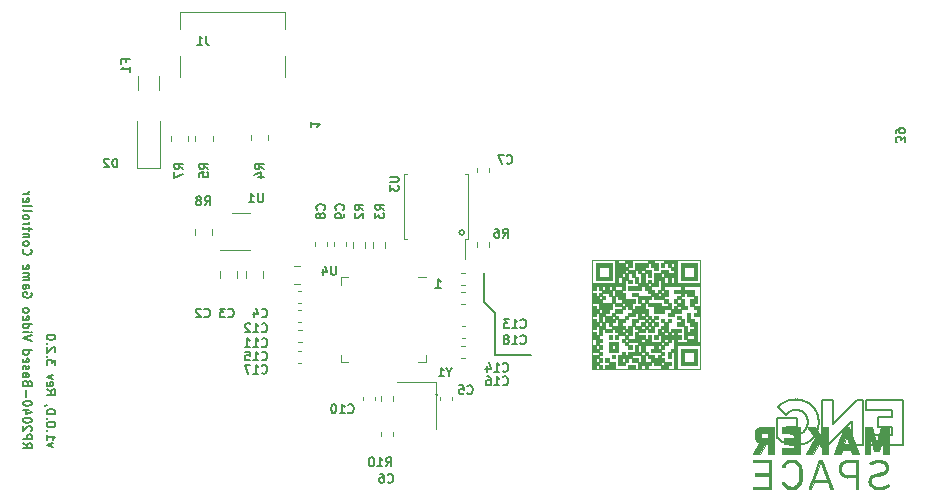
<source format=gbr>
%TF.GenerationSoftware,KiCad,Pcbnew,(6.0.6)*%
%TF.CreationDate,2022-07-15T17:58:13+10:00*%
%TF.ProjectId,SolderingInduction,536f6c64-6572-4696-9e67-496e64756374,1.0.0*%
%TF.SameCoordinates,PX8f0d180PY8f0d180*%
%TF.FileFunction,Legend,Bot*%
%TF.FilePolarity,Positive*%
%FSLAX46Y46*%
G04 Gerber Fmt 4.6, Leading zero omitted, Abs format (unit mm)*
G04 Created by KiCad (PCBNEW (6.0.6)) date 2022-07-15 17:58:13*
%MOMM*%
%LPD*%
G01*
G04 APERTURE LIST*
%ADD10C,0.150000*%
%ADD11C,0.200000*%
%ADD12C,0.120000*%
%ADD13C,0.026458*%
%ADD14C,0.020000*%
G04 APERTURE END LIST*
D10*
X-2700000Y-1550000D02*
X-2700000Y900000D01*
X-1800000Y-6000000D02*
X-1800000Y-5175000D01*
X-6629289Y-9400000D02*
G75*
G03*
X-6629289Y-9400000I-70711J0D01*
G01*
X-1800000Y-2425000D02*
X-2700000Y-1550000D01*
X-1800000Y-5175000D02*
X-1800000Y-2425000D01*
X1300000Y-6000000D02*
X-1800000Y-6000000D01*
X-4400000Y4350000D02*
G75*
G03*
X-4400000Y4350000I-200000J0D01*
G01*
X-39239286Y-13795357D02*
X-39739286Y-13616785D01*
X-39239286Y-13438214D01*
X-39739286Y-12759642D02*
X-39739286Y-13188214D01*
X-39739286Y-12973928D02*
X-38989286Y-12973928D01*
X-39096429Y-13045357D01*
X-39167858Y-13116785D01*
X-39203572Y-13188214D01*
X-39667858Y-12438214D02*
X-39703572Y-12402500D01*
X-39739286Y-12438214D01*
X-39703572Y-12473928D01*
X-39667858Y-12438214D01*
X-39739286Y-12438214D01*
X-38989286Y-11938214D02*
X-38989286Y-11866785D01*
X-39025000Y-11795357D01*
X-39060715Y-11759642D01*
X-39132143Y-11723928D01*
X-39275000Y-11688214D01*
X-39453572Y-11688214D01*
X-39596429Y-11723928D01*
X-39667858Y-11759642D01*
X-39703572Y-11795357D01*
X-39739286Y-11866785D01*
X-39739286Y-11938214D01*
X-39703572Y-12009642D01*
X-39667858Y-12045357D01*
X-39596429Y-12081071D01*
X-39453572Y-12116785D01*
X-39275000Y-12116785D01*
X-39132143Y-12081071D01*
X-39060715Y-12045357D01*
X-39025000Y-12009642D01*
X-38989286Y-11938214D01*
X-39667858Y-11366785D02*
X-39703572Y-11331071D01*
X-39739286Y-11366785D01*
X-39703572Y-11402500D01*
X-39667858Y-11366785D01*
X-39739286Y-11366785D01*
X-38989286Y-10866785D02*
X-38989286Y-10795357D01*
X-39025000Y-10723928D01*
X-39060715Y-10688214D01*
X-39132143Y-10652500D01*
X-39275000Y-10616785D01*
X-39453572Y-10616785D01*
X-39596429Y-10652500D01*
X-39667858Y-10688214D01*
X-39703572Y-10723928D01*
X-39739286Y-10795357D01*
X-39739286Y-10866785D01*
X-39703572Y-10938214D01*
X-39667858Y-10973928D01*
X-39596429Y-11009642D01*
X-39453572Y-11045357D01*
X-39275000Y-11045357D01*
X-39132143Y-11009642D01*
X-39060715Y-10973928D01*
X-39025000Y-10938214D01*
X-38989286Y-10866785D01*
X-39703572Y-10259642D02*
X-39739286Y-10259642D01*
X-39810715Y-10295357D01*
X-39846429Y-10331071D01*
X-39739286Y-8938214D02*
X-39382143Y-9188214D01*
X-39739286Y-9366785D02*
X-38989286Y-9366785D01*
X-38989286Y-9081071D01*
X-39025000Y-9009642D01*
X-39060715Y-8973928D01*
X-39132143Y-8938214D01*
X-39239286Y-8938214D01*
X-39310715Y-8973928D01*
X-39346429Y-9009642D01*
X-39382143Y-9081071D01*
X-39382143Y-9366785D01*
X-39703572Y-8331071D02*
X-39739286Y-8402500D01*
X-39739286Y-8545357D01*
X-39703572Y-8616785D01*
X-39632143Y-8652500D01*
X-39346429Y-8652500D01*
X-39275000Y-8616785D01*
X-39239286Y-8545357D01*
X-39239286Y-8402500D01*
X-39275000Y-8331071D01*
X-39346429Y-8295357D01*
X-39417858Y-8295357D01*
X-39489286Y-8652500D01*
X-39239286Y-8045357D02*
X-39739286Y-7866785D01*
X-39239286Y-7688214D01*
X-38989286Y-6902500D02*
X-38989286Y-6438214D01*
X-39275000Y-6688214D01*
X-39275000Y-6581071D01*
X-39310715Y-6509642D01*
X-39346429Y-6473928D01*
X-39417858Y-6438214D01*
X-39596429Y-6438214D01*
X-39667858Y-6473928D01*
X-39703572Y-6509642D01*
X-39739286Y-6581071D01*
X-39739286Y-6795357D01*
X-39703572Y-6866785D01*
X-39667858Y-6902500D01*
X-39667858Y-6116785D02*
X-39703572Y-6081071D01*
X-39739286Y-6116785D01*
X-39703572Y-6152500D01*
X-39667858Y-6116785D01*
X-39739286Y-6116785D01*
X-39060715Y-5795357D02*
X-39025000Y-5759642D01*
X-38989286Y-5688214D01*
X-38989286Y-5509642D01*
X-39025000Y-5438214D01*
X-39060715Y-5402500D01*
X-39132143Y-5366785D01*
X-39203572Y-5366785D01*
X-39310715Y-5402500D01*
X-39739286Y-5831071D01*
X-39739286Y-5366785D01*
X-39667858Y-5045357D02*
X-39703572Y-5009642D01*
X-39739286Y-5045357D01*
X-39703572Y-5081071D01*
X-39667858Y-5045357D01*
X-39739286Y-5045357D01*
X-38989286Y-4545357D02*
X-38989286Y-4473928D01*
X-39025000Y-4402500D01*
X-39060715Y-4366785D01*
X-39132143Y-4331071D01*
X-39275000Y-4295357D01*
X-39453572Y-4295357D01*
X-39596429Y-4331071D01*
X-39667858Y-4366785D01*
X-39703572Y-4402500D01*
X-39739286Y-4473928D01*
X-39739286Y-4545357D01*
X-39703572Y-4616785D01*
X-39667858Y-4652500D01*
X-39596429Y-4688214D01*
X-39453572Y-4723928D01*
X-39275000Y-4723928D01*
X-39132143Y-4688214D01*
X-39060715Y-4652500D01*
X-39025000Y-4616785D01*
X-38989286Y-4545357D01*
X-6814286Y-339285D02*
X-6385715Y-339285D01*
X-6600000Y-339285D02*
X-6600000Y410715D01*
X-6528572Y303572D01*
X-6457143Y232143D01*
X-6385715Y196429D01*
X-17339286Y13714286D02*
X-17339286Y13285715D01*
X-17339286Y13500000D02*
X-16589286Y13500000D01*
X-16696429Y13428572D01*
X-16767858Y13357143D01*
X-16803572Y13285715D01*
X-41739286Y-13495357D02*
X-41382143Y-13745357D01*
X-41739286Y-13923928D02*
X-40989286Y-13923928D01*
X-40989286Y-13638214D01*
X-41025000Y-13566785D01*
X-41060715Y-13531071D01*
X-41132143Y-13495357D01*
X-41239286Y-13495357D01*
X-41310715Y-13531071D01*
X-41346429Y-13566785D01*
X-41382143Y-13638214D01*
X-41382143Y-13923928D01*
X-41739286Y-13173928D02*
X-40989286Y-13173928D01*
X-40989286Y-12888214D01*
X-41025000Y-12816785D01*
X-41060715Y-12781071D01*
X-41132143Y-12745357D01*
X-41239286Y-12745357D01*
X-41310715Y-12781071D01*
X-41346429Y-12816785D01*
X-41382143Y-12888214D01*
X-41382143Y-13173928D01*
X-41060715Y-12459642D02*
X-41025000Y-12423928D01*
X-40989286Y-12352500D01*
X-40989286Y-12173928D01*
X-41025000Y-12102500D01*
X-41060715Y-12066785D01*
X-41132143Y-12031071D01*
X-41203572Y-12031071D01*
X-41310715Y-12066785D01*
X-41739286Y-12495357D01*
X-41739286Y-12031071D01*
X-40989286Y-11566785D02*
X-40989286Y-11495357D01*
X-41025000Y-11423928D01*
X-41060715Y-11388214D01*
X-41132143Y-11352500D01*
X-41275000Y-11316785D01*
X-41453572Y-11316785D01*
X-41596429Y-11352500D01*
X-41667858Y-11388214D01*
X-41703572Y-11423928D01*
X-41739286Y-11495357D01*
X-41739286Y-11566785D01*
X-41703572Y-11638214D01*
X-41667858Y-11673928D01*
X-41596429Y-11709642D01*
X-41453572Y-11745357D01*
X-41275000Y-11745357D01*
X-41132143Y-11709642D01*
X-41060715Y-11673928D01*
X-41025000Y-11638214D01*
X-40989286Y-11566785D01*
X-41239286Y-10673928D02*
X-41739286Y-10673928D01*
X-40953572Y-10852500D02*
X-41489286Y-11031071D01*
X-41489286Y-10566785D01*
X-40989286Y-10138214D02*
X-40989286Y-10066785D01*
X-41025000Y-9995357D01*
X-41060715Y-9959642D01*
X-41132143Y-9923928D01*
X-41275000Y-9888214D01*
X-41453572Y-9888214D01*
X-41596429Y-9923928D01*
X-41667858Y-9959642D01*
X-41703572Y-9995357D01*
X-41739286Y-10066785D01*
X-41739286Y-10138214D01*
X-41703572Y-10209642D01*
X-41667858Y-10245357D01*
X-41596429Y-10281071D01*
X-41453572Y-10316785D01*
X-41275000Y-10316785D01*
X-41132143Y-10281071D01*
X-41060715Y-10245357D01*
X-41025000Y-10209642D01*
X-40989286Y-10138214D01*
X-41453572Y-9566785D02*
X-41453572Y-8995357D01*
X-41346429Y-8388214D02*
X-41382143Y-8281071D01*
X-41417858Y-8245357D01*
X-41489286Y-8209642D01*
X-41596429Y-8209642D01*
X-41667858Y-8245357D01*
X-41703572Y-8281071D01*
X-41739286Y-8352500D01*
X-41739286Y-8638214D01*
X-40989286Y-8638214D01*
X-40989286Y-8388214D01*
X-41025000Y-8316785D01*
X-41060715Y-8281071D01*
X-41132143Y-8245357D01*
X-41203572Y-8245357D01*
X-41275000Y-8281071D01*
X-41310715Y-8316785D01*
X-41346429Y-8388214D01*
X-41346429Y-8638214D01*
X-41739286Y-7566785D02*
X-41346429Y-7566785D01*
X-41275000Y-7602500D01*
X-41239286Y-7673928D01*
X-41239286Y-7816785D01*
X-41275000Y-7888214D01*
X-41703572Y-7566785D02*
X-41739286Y-7638214D01*
X-41739286Y-7816785D01*
X-41703572Y-7888214D01*
X-41632143Y-7923928D01*
X-41560715Y-7923928D01*
X-41489286Y-7888214D01*
X-41453572Y-7816785D01*
X-41453572Y-7638214D01*
X-41417858Y-7566785D01*
X-41703572Y-7245357D02*
X-41739286Y-7173928D01*
X-41739286Y-7031071D01*
X-41703572Y-6959642D01*
X-41632143Y-6923928D01*
X-41596429Y-6923928D01*
X-41525000Y-6959642D01*
X-41489286Y-7031071D01*
X-41489286Y-7138214D01*
X-41453572Y-7209642D01*
X-41382143Y-7245357D01*
X-41346429Y-7245357D01*
X-41275000Y-7209642D01*
X-41239286Y-7138214D01*
X-41239286Y-7031071D01*
X-41275000Y-6959642D01*
X-41703572Y-6316785D02*
X-41739286Y-6388214D01*
X-41739286Y-6531071D01*
X-41703572Y-6602500D01*
X-41632143Y-6638214D01*
X-41346429Y-6638214D01*
X-41275000Y-6602500D01*
X-41239286Y-6531071D01*
X-41239286Y-6388214D01*
X-41275000Y-6316785D01*
X-41346429Y-6281071D01*
X-41417858Y-6281071D01*
X-41489286Y-6638214D01*
X-41739286Y-5638214D02*
X-40989286Y-5638214D01*
X-41703572Y-5638214D02*
X-41739286Y-5709642D01*
X-41739286Y-5852500D01*
X-41703572Y-5923928D01*
X-41667858Y-5959642D01*
X-41596429Y-5995357D01*
X-41382143Y-5995357D01*
X-41310715Y-5959642D01*
X-41275000Y-5923928D01*
X-41239286Y-5852500D01*
X-41239286Y-5709642D01*
X-41275000Y-5638214D01*
X-40989286Y-4816785D02*
X-41739286Y-4566785D01*
X-40989286Y-4316785D01*
X-41739286Y-4066785D02*
X-41239286Y-4066785D01*
X-40989286Y-4066785D02*
X-41025000Y-4102500D01*
X-41060715Y-4066785D01*
X-41025000Y-4031071D01*
X-40989286Y-4066785D01*
X-41060715Y-4066785D01*
X-41739286Y-3388214D02*
X-40989286Y-3388214D01*
X-41703572Y-3388214D02*
X-41739286Y-3459642D01*
X-41739286Y-3602500D01*
X-41703572Y-3673928D01*
X-41667858Y-3709642D01*
X-41596429Y-3745357D01*
X-41382143Y-3745357D01*
X-41310715Y-3709642D01*
X-41275000Y-3673928D01*
X-41239286Y-3602500D01*
X-41239286Y-3459642D01*
X-41275000Y-3388214D01*
X-41703572Y-2745357D02*
X-41739286Y-2816785D01*
X-41739286Y-2959642D01*
X-41703572Y-3031071D01*
X-41632143Y-3066785D01*
X-41346429Y-3066785D01*
X-41275000Y-3031071D01*
X-41239286Y-2959642D01*
X-41239286Y-2816785D01*
X-41275000Y-2745357D01*
X-41346429Y-2709642D01*
X-41417858Y-2709642D01*
X-41489286Y-3066785D01*
X-41739286Y-2281071D02*
X-41703572Y-2352500D01*
X-41667858Y-2388214D01*
X-41596429Y-2423928D01*
X-41382143Y-2423928D01*
X-41310715Y-2388214D01*
X-41275000Y-2352500D01*
X-41239286Y-2281071D01*
X-41239286Y-2173928D01*
X-41275000Y-2102500D01*
X-41310715Y-2066785D01*
X-41382143Y-2031071D01*
X-41596429Y-2031071D01*
X-41667858Y-2066785D01*
X-41703572Y-2102500D01*
X-41739286Y-2173928D01*
X-41739286Y-2281071D01*
X-41025000Y-745357D02*
X-40989286Y-816785D01*
X-40989286Y-923928D01*
X-41025000Y-1031071D01*
X-41096429Y-1102500D01*
X-41167858Y-1138214D01*
X-41310715Y-1173928D01*
X-41417858Y-1173928D01*
X-41560715Y-1138214D01*
X-41632143Y-1102500D01*
X-41703572Y-1031071D01*
X-41739286Y-923928D01*
X-41739286Y-852500D01*
X-41703572Y-745357D01*
X-41667858Y-709642D01*
X-41417858Y-709642D01*
X-41417858Y-852500D01*
X-41739286Y-66785D02*
X-41346429Y-66785D01*
X-41275000Y-102500D01*
X-41239286Y-173928D01*
X-41239286Y-316785D01*
X-41275000Y-388214D01*
X-41703572Y-66785D02*
X-41739286Y-138214D01*
X-41739286Y-316785D01*
X-41703572Y-388214D01*
X-41632143Y-423928D01*
X-41560715Y-423928D01*
X-41489286Y-388214D01*
X-41453572Y-316785D01*
X-41453572Y-138214D01*
X-41417858Y-66785D01*
X-41739286Y290358D02*
X-41239286Y290358D01*
X-41310715Y290358D02*
X-41275000Y326072D01*
X-41239286Y397500D01*
X-41239286Y504643D01*
X-41275000Y576072D01*
X-41346429Y611786D01*
X-41739286Y611786D01*
X-41346429Y611786D02*
X-41275000Y647500D01*
X-41239286Y718929D01*
X-41239286Y826072D01*
X-41275000Y897500D01*
X-41346429Y933215D01*
X-41739286Y933215D01*
X-41703572Y1576072D02*
X-41739286Y1504643D01*
X-41739286Y1361786D01*
X-41703572Y1290358D01*
X-41632143Y1254643D01*
X-41346429Y1254643D01*
X-41275000Y1290358D01*
X-41239286Y1361786D01*
X-41239286Y1504643D01*
X-41275000Y1576072D01*
X-41346429Y1611786D01*
X-41417858Y1611786D01*
X-41489286Y1254643D01*
X-41667858Y2933215D02*
X-41703572Y2897500D01*
X-41739286Y2790358D01*
X-41739286Y2718929D01*
X-41703572Y2611786D01*
X-41632143Y2540358D01*
X-41560715Y2504643D01*
X-41417858Y2468929D01*
X-41310715Y2468929D01*
X-41167858Y2504643D01*
X-41096429Y2540358D01*
X-41025000Y2611786D01*
X-40989286Y2718929D01*
X-40989286Y2790358D01*
X-41025000Y2897500D01*
X-41060715Y2933215D01*
X-41739286Y3361786D02*
X-41703572Y3290358D01*
X-41667858Y3254643D01*
X-41596429Y3218929D01*
X-41382143Y3218929D01*
X-41310715Y3254643D01*
X-41275000Y3290358D01*
X-41239286Y3361786D01*
X-41239286Y3468929D01*
X-41275000Y3540358D01*
X-41310715Y3576072D01*
X-41382143Y3611786D01*
X-41596429Y3611786D01*
X-41667858Y3576072D01*
X-41703572Y3540358D01*
X-41739286Y3468929D01*
X-41739286Y3361786D01*
X-41239286Y3933215D02*
X-41739286Y3933215D01*
X-41310715Y3933215D02*
X-41275000Y3968929D01*
X-41239286Y4040358D01*
X-41239286Y4147500D01*
X-41275000Y4218929D01*
X-41346429Y4254643D01*
X-41739286Y4254643D01*
X-41239286Y4504643D02*
X-41239286Y4790358D01*
X-40989286Y4611786D02*
X-41632143Y4611786D01*
X-41703572Y4647500D01*
X-41739286Y4718929D01*
X-41739286Y4790358D01*
X-41739286Y5040358D02*
X-41239286Y5040358D01*
X-41382143Y5040358D02*
X-41310715Y5076072D01*
X-41275000Y5111786D01*
X-41239286Y5183215D01*
X-41239286Y5254643D01*
X-41739286Y5611786D02*
X-41703572Y5540358D01*
X-41667858Y5504643D01*
X-41596429Y5468929D01*
X-41382143Y5468929D01*
X-41310715Y5504643D01*
X-41275000Y5540358D01*
X-41239286Y5611786D01*
X-41239286Y5718929D01*
X-41275000Y5790358D01*
X-41310715Y5826072D01*
X-41382143Y5861786D01*
X-41596429Y5861786D01*
X-41667858Y5826072D01*
X-41703572Y5790358D01*
X-41739286Y5718929D01*
X-41739286Y5611786D01*
X-41739286Y6290358D02*
X-41703572Y6218929D01*
X-41632143Y6183215D01*
X-40989286Y6183215D01*
X-41739286Y6683215D02*
X-41703572Y6611786D01*
X-41632143Y6576072D01*
X-40989286Y6576072D01*
X-41703572Y7254643D02*
X-41739286Y7183215D01*
X-41739286Y7040358D01*
X-41703572Y6968929D01*
X-41632143Y6933215D01*
X-41346429Y6933215D01*
X-41275000Y6968929D01*
X-41239286Y7040358D01*
X-41239286Y7183215D01*
X-41275000Y7254643D01*
X-41346429Y7290358D01*
X-41417858Y7290358D01*
X-41489286Y6933215D01*
X-41739286Y7611786D02*
X-41239286Y7611786D01*
X-41382143Y7611786D02*
X-41310715Y7647500D01*
X-41275000Y7683215D01*
X-41239286Y7754643D01*
X-41239286Y7826072D01*
X32910714Y11992858D02*
X32910714Y12457143D01*
X32625000Y12207143D01*
X32625000Y12314286D01*
X32589285Y12385715D01*
X32553571Y12421429D01*
X32482142Y12457143D01*
X32303571Y12457143D01*
X32232142Y12421429D01*
X32196428Y12385715D01*
X32160714Y12314286D01*
X32160714Y12100000D01*
X32196428Y12028572D01*
X32232142Y11992858D01*
X32160714Y12814286D02*
X32160714Y12957143D01*
X32196428Y13028572D01*
X32232142Y13064286D01*
X32339285Y13135715D01*
X32482142Y13171429D01*
X32767857Y13171429D01*
X32839285Y13135715D01*
X32875000Y13100000D01*
X32910714Y13028572D01*
X32910714Y12885715D01*
X32875000Y12814286D01*
X32839285Y12778572D01*
X32767857Y12742858D01*
X32589285Y12742858D01*
X32517857Y12778572D01*
X32482142Y12814286D01*
X32446428Y12885715D01*
X32446428Y13028572D01*
X32482142Y13100000D01*
X32517857Y13135715D01*
X32589285Y13171429D01*
%TO.C,R3*%
X-11160715Y6275000D02*
X-11517858Y6525000D01*
X-11160715Y6703572D02*
X-11910715Y6703572D01*
X-11910715Y6417858D01*
X-11875000Y6346429D01*
X-11839286Y6310715D01*
X-11767858Y6275000D01*
X-11660715Y6275000D01*
X-11589286Y6310715D01*
X-11553572Y6346429D01*
X-11517858Y6417858D01*
X-11517858Y6703572D01*
X-11910715Y6025000D02*
X-11910715Y5560715D01*
X-11625000Y5810715D01*
X-11625000Y5703572D01*
X-11589286Y5632143D01*
X-11553572Y5596429D01*
X-11482143Y5560715D01*
X-11303572Y5560715D01*
X-11232143Y5596429D01*
X-11196429Y5632143D01*
X-11160715Y5703572D01*
X-11160715Y5917858D01*
X-11196429Y5989286D01*
X-11232143Y6025000D01*
%TO.C,R4*%
X-21360715Y9725000D02*
X-21717858Y9975000D01*
X-21360715Y10153572D02*
X-22110715Y10153572D01*
X-22110715Y9867858D01*
X-22075000Y9796429D01*
X-22039286Y9760715D01*
X-21967858Y9725000D01*
X-21860715Y9725000D01*
X-21789286Y9760715D01*
X-21753572Y9796429D01*
X-21717858Y9867858D01*
X-21717858Y10153572D01*
X-21860715Y9082143D02*
X-21360715Y9082143D01*
X-22146429Y9260715D02*
X-21610715Y9439286D01*
X-21610715Y8975000D01*
%TO.C,R2*%
X-12910715Y6275000D02*
X-13267858Y6525000D01*
X-12910715Y6703572D02*
X-13660715Y6703572D01*
X-13660715Y6417858D01*
X-13625000Y6346429D01*
X-13589286Y6310715D01*
X-13517858Y6275000D01*
X-13410715Y6275000D01*
X-13339286Y6310715D01*
X-13303572Y6346429D01*
X-13267858Y6417858D01*
X-13267858Y6703572D01*
X-13589286Y5989286D02*
X-13625000Y5953572D01*
X-13660715Y5882143D01*
X-13660715Y5703572D01*
X-13625000Y5632143D01*
X-13589286Y5596429D01*
X-13517858Y5560715D01*
X-13446429Y5560715D01*
X-13339286Y5596429D01*
X-12910715Y6025000D01*
X-12910715Y5560715D01*
%TO.C,R8*%
X-26356250Y6660715D02*
X-26106250Y7017858D01*
X-25927679Y6660715D02*
X-25927679Y7410715D01*
X-26213393Y7410715D01*
X-26284822Y7375000D01*
X-26320536Y7339286D01*
X-26356250Y7267858D01*
X-26356250Y7160715D01*
X-26320536Y7089286D01*
X-26284822Y7053572D01*
X-26213393Y7017858D01*
X-25927679Y7017858D01*
X-26784822Y7089286D02*
X-26713393Y7125000D01*
X-26677679Y7160715D01*
X-26641965Y7232143D01*
X-26641965Y7267858D01*
X-26677679Y7339286D01*
X-26713393Y7375000D01*
X-26784822Y7410715D01*
X-26927679Y7410715D01*
X-26999108Y7375000D01*
X-27034822Y7339286D01*
X-27070536Y7267858D01*
X-27070536Y7232143D01*
X-27034822Y7160715D01*
X-26999108Y7125000D01*
X-26927679Y7089286D01*
X-26784822Y7089286D01*
X-26713393Y7053572D01*
X-26677679Y7017858D01*
X-26641965Y6946429D01*
X-26641965Y6803572D01*
X-26677679Y6732143D01*
X-26713393Y6696429D01*
X-26784822Y6660715D01*
X-26927679Y6660715D01*
X-26999108Y6696429D01*
X-27034822Y6732143D01*
X-27070536Y6803572D01*
X-27070536Y6946429D01*
X-27034822Y7017858D01*
X-26999108Y7053572D01*
X-26927679Y7089286D01*
%TO.C,C7*%
X-775000Y10232143D02*
X-739286Y10196429D01*
X-632143Y10160715D01*
X-560715Y10160715D01*
X-453572Y10196429D01*
X-382143Y10267858D01*
X-346429Y10339286D01*
X-310715Y10482143D01*
X-310715Y10589286D01*
X-346429Y10732143D01*
X-382143Y10803572D01*
X-453572Y10875000D01*
X-560715Y10910715D01*
X-632143Y10910715D01*
X-739286Y10875000D01*
X-775000Y10839286D01*
X-1025000Y10910715D02*
X-1525000Y10910715D01*
X-1203572Y10160715D01*
%TO.C,U3*%
X-10660715Y9071429D02*
X-10053572Y9071429D01*
X-9982143Y9035715D01*
X-9946429Y9000000D01*
X-9910715Y8928572D01*
X-9910715Y8785715D01*
X-9946429Y8714286D01*
X-9982143Y8678572D01*
X-10053572Y8642858D01*
X-10660715Y8642858D01*
X-10660715Y8357143D02*
X-10660715Y7892858D01*
X-10375000Y8142858D01*
X-10375000Y8035715D01*
X-10339286Y7964286D01*
X-10303572Y7928572D01*
X-10232143Y7892858D01*
X-10053572Y7892858D01*
X-9982143Y7928572D01*
X-9946429Y7964286D01*
X-9910715Y8035715D01*
X-9910715Y8250000D01*
X-9946429Y8321429D01*
X-9982143Y8357143D01*
%TO.C,C14*%
X-1117858Y-7367857D02*
X-1082143Y-7403571D01*
X-975000Y-7439285D01*
X-903572Y-7439285D01*
X-796429Y-7403571D01*
X-725000Y-7332142D01*
X-689286Y-7260714D01*
X-653572Y-7117857D01*
X-653572Y-7010714D01*
X-689286Y-6867857D01*
X-725000Y-6796428D01*
X-796429Y-6725000D01*
X-903572Y-6689285D01*
X-975000Y-6689285D01*
X-1082143Y-6725000D01*
X-1117858Y-6760714D01*
X-1832143Y-7439285D02*
X-1403572Y-7439285D01*
X-1617858Y-7439285D02*
X-1617858Y-6689285D01*
X-1546429Y-6796428D01*
X-1475000Y-6867857D01*
X-1403572Y-6903571D01*
X-2475000Y-6939285D02*
X-2475000Y-7439285D01*
X-2296429Y-6653571D02*
X-2117858Y-7189285D01*
X-2582143Y-7189285D01*
%TO.C,C18*%
X382142Y-5017857D02*
X417857Y-5053571D01*
X525000Y-5089285D01*
X596428Y-5089285D01*
X703571Y-5053571D01*
X775000Y-4982142D01*
X810714Y-4910714D01*
X846428Y-4767857D01*
X846428Y-4660714D01*
X810714Y-4517857D01*
X775000Y-4446428D01*
X703571Y-4375000D01*
X596428Y-4339285D01*
X525000Y-4339285D01*
X417857Y-4375000D01*
X382142Y-4410714D01*
X-332143Y-5089285D02*
X96428Y-5089285D01*
X-117858Y-5089285D02*
X-117858Y-4339285D01*
X-46429Y-4446428D01*
X25000Y-4517857D01*
X96428Y-4553571D01*
X-760715Y-4660714D02*
X-689286Y-4625000D01*
X-653572Y-4589285D01*
X-617858Y-4517857D01*
X-617858Y-4482142D01*
X-653572Y-4410714D01*
X-689286Y-4375000D01*
X-760715Y-4339285D01*
X-903572Y-4339285D01*
X-975000Y-4375000D01*
X-1010715Y-4410714D01*
X-1046429Y-4482142D01*
X-1046429Y-4517857D01*
X-1010715Y-4589285D01*
X-975000Y-4625000D01*
X-903572Y-4660714D01*
X-760715Y-4660714D01*
X-689286Y-4696428D01*
X-653572Y-4732142D01*
X-617858Y-4803571D01*
X-617858Y-4946428D01*
X-653572Y-5017857D01*
X-689286Y-5053571D01*
X-760715Y-5089285D01*
X-903572Y-5089285D01*
X-975000Y-5053571D01*
X-1010715Y-5017857D01*
X-1046429Y-4946428D01*
X-1046429Y-4803571D01*
X-1010715Y-4732142D01*
X-975000Y-4696428D01*
X-903572Y-4660714D01*
%TO.C,C11*%
X-21517858Y-5267857D02*
X-21482143Y-5303571D01*
X-21375000Y-5339285D01*
X-21303572Y-5339285D01*
X-21196429Y-5303571D01*
X-21125000Y-5232142D01*
X-21089286Y-5160714D01*
X-21053572Y-5017857D01*
X-21053572Y-4910714D01*
X-21089286Y-4767857D01*
X-21125000Y-4696428D01*
X-21196429Y-4625000D01*
X-21303572Y-4589285D01*
X-21375000Y-4589285D01*
X-21482143Y-4625000D01*
X-21517858Y-4660714D01*
X-22232143Y-5339285D02*
X-21803572Y-5339285D01*
X-22017858Y-5339285D02*
X-22017858Y-4589285D01*
X-21946429Y-4696428D01*
X-21875000Y-4767857D01*
X-21803572Y-4803571D01*
X-22946429Y-5339285D02*
X-22517858Y-5339285D01*
X-22732143Y-5339285D02*
X-22732143Y-4589285D01*
X-22660715Y-4696428D01*
X-22589286Y-4767857D01*
X-22517858Y-4803571D01*
%TO.C,C15*%
X-21517858Y-6407857D02*
X-21482143Y-6443571D01*
X-21375000Y-6479285D01*
X-21303572Y-6479285D01*
X-21196429Y-6443571D01*
X-21125000Y-6372142D01*
X-21089286Y-6300714D01*
X-21053572Y-6157857D01*
X-21053572Y-6050714D01*
X-21089286Y-5907857D01*
X-21125000Y-5836428D01*
X-21196429Y-5765000D01*
X-21303572Y-5729285D01*
X-21375000Y-5729285D01*
X-21482143Y-5765000D01*
X-21517858Y-5800714D01*
X-22232143Y-6479285D02*
X-21803572Y-6479285D01*
X-22017858Y-6479285D02*
X-22017858Y-5729285D01*
X-21946429Y-5836428D01*
X-21875000Y-5907857D01*
X-21803572Y-5943571D01*
X-22910715Y-5729285D02*
X-22553572Y-5729285D01*
X-22517858Y-6086428D01*
X-22553572Y-6050714D01*
X-22625000Y-6015000D01*
X-22803572Y-6015000D01*
X-22875000Y-6050714D01*
X-22910715Y-6086428D01*
X-22946429Y-6157857D01*
X-22946429Y-6336428D01*
X-22910715Y-6407857D01*
X-22875000Y-6443571D01*
X-22803572Y-6479285D01*
X-22625000Y-6479285D01*
X-22553572Y-6443571D01*
X-22517858Y-6407857D01*
%TO.C,C6*%
X-10875000Y-16767857D02*
X-10839286Y-16803571D01*
X-10732143Y-16839285D01*
X-10660715Y-16839285D01*
X-10553572Y-16803571D01*
X-10482143Y-16732142D01*
X-10446429Y-16660714D01*
X-10410715Y-16517857D01*
X-10410715Y-16410714D01*
X-10446429Y-16267857D01*
X-10482143Y-16196428D01*
X-10553572Y-16125000D01*
X-10660715Y-16089285D01*
X-10732143Y-16089285D01*
X-10839286Y-16125000D01*
X-10875000Y-16160714D01*
X-11517858Y-16089285D02*
X-11375000Y-16089285D01*
X-11303572Y-16125000D01*
X-11267858Y-16160714D01*
X-11196429Y-16267857D01*
X-11160715Y-16410714D01*
X-11160715Y-16696428D01*
X-11196429Y-16767857D01*
X-11232143Y-16803571D01*
X-11303572Y-16839285D01*
X-11446429Y-16839285D01*
X-11517858Y-16803571D01*
X-11553572Y-16767857D01*
X-11589286Y-16696428D01*
X-11589286Y-16517857D01*
X-11553572Y-16446428D01*
X-11517858Y-16410714D01*
X-11446429Y-16375000D01*
X-11303572Y-16375000D01*
X-11232143Y-16410714D01*
X-11196429Y-16446428D01*
X-11160715Y-16517857D01*
%TO.C,Y1*%
X-5642858Y-7482142D02*
X-5642858Y-7839285D01*
X-5392858Y-7089285D02*
X-5642858Y-7482142D01*
X-5892858Y-7089285D01*
X-6535715Y-7839285D02*
X-6107143Y-7839285D01*
X-6321429Y-7839285D02*
X-6321429Y-7089285D01*
X-6250000Y-7196428D01*
X-6178572Y-7267857D01*
X-6107143Y-7303571D01*
%TO.C,C5*%
X-4125000Y-9267857D02*
X-4089286Y-9303571D01*
X-3982143Y-9339285D01*
X-3910715Y-9339285D01*
X-3803572Y-9303571D01*
X-3732143Y-9232142D01*
X-3696429Y-9160714D01*
X-3660715Y-9017857D01*
X-3660715Y-8910714D01*
X-3696429Y-8767857D01*
X-3732143Y-8696428D01*
X-3803572Y-8625000D01*
X-3910715Y-8589285D01*
X-3982143Y-8589285D01*
X-4089286Y-8625000D01*
X-4125000Y-8660714D01*
X-4803572Y-8589285D02*
X-4446429Y-8589285D01*
X-4410715Y-8946428D01*
X-4446429Y-8910714D01*
X-4517858Y-8875000D01*
X-4696429Y-8875000D01*
X-4767858Y-8910714D01*
X-4803572Y-8946428D01*
X-4839286Y-9017857D01*
X-4839286Y-9196428D01*
X-4803572Y-9267857D01*
X-4767858Y-9303571D01*
X-4696429Y-9339285D01*
X-4517858Y-9339285D01*
X-4446429Y-9303571D01*
X-4410715Y-9267857D01*
%TO.C,C9*%
X-14632143Y6275000D02*
X-14596429Y6310715D01*
X-14560715Y6417858D01*
X-14560715Y6489286D01*
X-14596429Y6596429D01*
X-14667858Y6667858D01*
X-14739286Y6703572D01*
X-14882143Y6739286D01*
X-14989286Y6739286D01*
X-15132143Y6703572D01*
X-15203572Y6667858D01*
X-15275000Y6596429D01*
X-15310715Y6489286D01*
X-15310715Y6417858D01*
X-15275000Y6310715D01*
X-15239286Y6275000D01*
X-14560715Y5917858D02*
X-14560715Y5775000D01*
X-14596429Y5703572D01*
X-14632143Y5667858D01*
X-14739286Y5596429D01*
X-14882143Y5560715D01*
X-15167858Y5560715D01*
X-15239286Y5596429D01*
X-15275000Y5632143D01*
X-15310715Y5703572D01*
X-15310715Y5846429D01*
X-15275000Y5917858D01*
X-15239286Y5953572D01*
X-15167858Y5989286D01*
X-14989286Y5989286D01*
X-14917858Y5953572D01*
X-14882143Y5917858D01*
X-14846429Y5846429D01*
X-14846429Y5703572D01*
X-14882143Y5632143D01*
X-14917858Y5596429D01*
X-14989286Y5560715D01*
%TO.C,C2*%
X-26375000Y-2767857D02*
X-26339286Y-2803571D01*
X-26232143Y-2839285D01*
X-26160715Y-2839285D01*
X-26053572Y-2803571D01*
X-25982143Y-2732142D01*
X-25946429Y-2660714D01*
X-25910715Y-2517857D01*
X-25910715Y-2410714D01*
X-25946429Y-2267857D01*
X-25982143Y-2196428D01*
X-26053572Y-2125000D01*
X-26160715Y-2089285D01*
X-26232143Y-2089285D01*
X-26339286Y-2125000D01*
X-26375000Y-2160714D01*
X-26660715Y-2160714D02*
X-26696429Y-2125000D01*
X-26767858Y-2089285D01*
X-26946429Y-2089285D01*
X-27017858Y-2125000D01*
X-27053572Y-2160714D01*
X-27089286Y-2232142D01*
X-27089286Y-2303571D01*
X-27053572Y-2410714D01*
X-26625000Y-2839285D01*
X-27089286Y-2839285D01*
%TO.C,R6*%
X-1125000Y3910715D02*
X-875000Y4267858D01*
X-696429Y3910715D02*
X-696429Y4660715D01*
X-982143Y4660715D01*
X-1053572Y4625000D01*
X-1089286Y4589286D01*
X-1125000Y4517858D01*
X-1125000Y4410715D01*
X-1089286Y4339286D01*
X-1053572Y4303572D01*
X-982143Y4267858D01*
X-696429Y4267858D01*
X-1767858Y4660715D02*
X-1625000Y4660715D01*
X-1553572Y4625000D01*
X-1517858Y4589286D01*
X-1446429Y4482143D01*
X-1410715Y4339286D01*
X-1410715Y4053572D01*
X-1446429Y3982143D01*
X-1482143Y3946429D01*
X-1553572Y3910715D01*
X-1696429Y3910715D01*
X-1767858Y3946429D01*
X-1803572Y3982143D01*
X-1839286Y4053572D01*
X-1839286Y4232143D01*
X-1803572Y4303572D01*
X-1767858Y4339286D01*
X-1696429Y4375000D01*
X-1553572Y4375000D01*
X-1482143Y4339286D01*
X-1446429Y4303572D01*
X-1410715Y4232143D01*
%TO.C,R10*%
X-11017858Y-15439285D02*
X-10767858Y-15082142D01*
X-10589286Y-15439285D02*
X-10589286Y-14689285D01*
X-10875000Y-14689285D01*
X-10946429Y-14725000D01*
X-10982143Y-14760714D01*
X-11017858Y-14832142D01*
X-11017858Y-14939285D01*
X-10982143Y-15010714D01*
X-10946429Y-15046428D01*
X-10875000Y-15082142D01*
X-10589286Y-15082142D01*
X-11732143Y-15439285D02*
X-11303572Y-15439285D01*
X-11517858Y-15439285D02*
X-11517858Y-14689285D01*
X-11446429Y-14796428D01*
X-11375000Y-14867857D01*
X-11303572Y-14903571D01*
X-12196429Y-14689285D02*
X-12267858Y-14689285D01*
X-12339286Y-14725000D01*
X-12375000Y-14760714D01*
X-12410715Y-14832142D01*
X-12446429Y-14975000D01*
X-12446429Y-15153571D01*
X-12410715Y-15296428D01*
X-12375000Y-15367857D01*
X-12339286Y-15403571D01*
X-12267858Y-15439285D01*
X-12196429Y-15439285D01*
X-12125000Y-15403571D01*
X-12089286Y-15367857D01*
X-12053572Y-15296428D01*
X-12017858Y-15153571D01*
X-12017858Y-14975000D01*
X-12053572Y-14832142D01*
X-12089286Y-14760714D01*
X-12125000Y-14725000D01*
X-12196429Y-14689285D01*
%TO.C,D2*%
X-33746429Y9860715D02*
X-33746429Y10610715D01*
X-33925000Y10610715D01*
X-34032143Y10575000D01*
X-34103572Y10503572D01*
X-34139286Y10432143D01*
X-34175000Y10289286D01*
X-34175000Y10182143D01*
X-34139286Y10039286D01*
X-34103572Y9967858D01*
X-34032143Y9896429D01*
X-33925000Y9860715D01*
X-33746429Y9860715D01*
X-34460715Y10539286D02*
X-34496429Y10575000D01*
X-34567858Y10610715D01*
X-34746429Y10610715D01*
X-34817858Y10575000D01*
X-34853572Y10539286D01*
X-34889286Y10467858D01*
X-34889286Y10396429D01*
X-34853572Y10289286D01*
X-34425000Y9860715D01*
X-34889286Y9860715D01*
%TO.C,C17*%
X-21517858Y-7517857D02*
X-21482143Y-7553571D01*
X-21375000Y-7589285D01*
X-21303572Y-7589285D01*
X-21196429Y-7553571D01*
X-21125000Y-7482142D01*
X-21089286Y-7410714D01*
X-21053572Y-7267857D01*
X-21053572Y-7160714D01*
X-21089286Y-7017857D01*
X-21125000Y-6946428D01*
X-21196429Y-6875000D01*
X-21303572Y-6839285D01*
X-21375000Y-6839285D01*
X-21482143Y-6875000D01*
X-21517858Y-6910714D01*
X-22232143Y-7589285D02*
X-21803572Y-7589285D01*
X-22017858Y-7589285D02*
X-22017858Y-6839285D01*
X-21946429Y-6946428D01*
X-21875000Y-7017857D01*
X-21803572Y-7053571D01*
X-22482143Y-6839285D02*
X-22982143Y-6839285D01*
X-22660715Y-7589285D01*
%TO.C,R7*%
X-28160715Y9725000D02*
X-28517858Y9975000D01*
X-28160715Y10153572D02*
X-28910715Y10153572D01*
X-28910715Y9867858D01*
X-28875000Y9796429D01*
X-28839286Y9760715D01*
X-28767858Y9725000D01*
X-28660715Y9725000D01*
X-28589286Y9760715D01*
X-28553572Y9796429D01*
X-28517858Y9867858D01*
X-28517858Y10153572D01*
X-28910715Y9475000D02*
X-28910715Y8975000D01*
X-28160715Y9296429D01*
%TO.C,C3*%
X-24375000Y-2767857D02*
X-24339286Y-2803571D01*
X-24232143Y-2839285D01*
X-24160715Y-2839285D01*
X-24053572Y-2803571D01*
X-23982143Y-2732142D01*
X-23946429Y-2660714D01*
X-23910715Y-2517857D01*
X-23910715Y-2410714D01*
X-23946429Y-2267857D01*
X-23982143Y-2196428D01*
X-24053572Y-2125000D01*
X-24160715Y-2089285D01*
X-24232143Y-2089285D01*
X-24339286Y-2125000D01*
X-24375000Y-2160714D01*
X-24625000Y-2089285D02*
X-25089286Y-2089285D01*
X-24839286Y-2375000D01*
X-24946429Y-2375000D01*
X-25017858Y-2410714D01*
X-25053572Y-2446428D01*
X-25089286Y-2517857D01*
X-25089286Y-2696428D01*
X-25053572Y-2767857D01*
X-25017858Y-2803571D01*
X-24946429Y-2839285D01*
X-24732143Y-2839285D01*
X-24660715Y-2803571D01*
X-24625000Y-2767857D01*
%TO.C,C10*%
X-14217858Y-10867857D02*
X-14182143Y-10903571D01*
X-14075000Y-10939285D01*
X-14003572Y-10939285D01*
X-13896429Y-10903571D01*
X-13825000Y-10832142D01*
X-13789286Y-10760714D01*
X-13753572Y-10617857D01*
X-13753572Y-10510714D01*
X-13789286Y-10367857D01*
X-13825000Y-10296428D01*
X-13896429Y-10225000D01*
X-14003572Y-10189285D01*
X-14075000Y-10189285D01*
X-14182143Y-10225000D01*
X-14217858Y-10260714D01*
X-14932143Y-10939285D02*
X-14503572Y-10939285D01*
X-14717858Y-10939285D02*
X-14717858Y-10189285D01*
X-14646429Y-10296428D01*
X-14575000Y-10367857D01*
X-14503572Y-10403571D01*
X-15396429Y-10189285D02*
X-15467858Y-10189285D01*
X-15539286Y-10225000D01*
X-15575000Y-10260714D01*
X-15610715Y-10332142D01*
X-15646429Y-10475000D01*
X-15646429Y-10653571D01*
X-15610715Y-10796428D01*
X-15575000Y-10867857D01*
X-15539286Y-10903571D01*
X-15467858Y-10939285D01*
X-15396429Y-10939285D01*
X-15325000Y-10903571D01*
X-15289286Y-10867857D01*
X-15253572Y-10796428D01*
X-15217858Y-10653571D01*
X-15217858Y-10475000D01*
X-15253572Y-10332142D01*
X-15289286Y-10260714D01*
X-15325000Y-10225000D01*
X-15396429Y-10189285D01*
%TO.C,U4*%
X-15228572Y1510715D02*
X-15228572Y903572D01*
X-15264286Y832143D01*
X-15300000Y796429D01*
X-15371429Y760715D01*
X-15514286Y760715D01*
X-15585715Y796429D01*
X-15621429Y832143D01*
X-15657143Y903572D01*
X-15657143Y1510715D01*
X-16335715Y1260715D02*
X-16335715Y760715D01*
X-16157143Y1546429D02*
X-15978572Y1010715D01*
X-16442858Y1010715D01*
%TO.C,J1*%
X-26250000Y21010715D02*
X-26250000Y20475000D01*
X-26214286Y20367858D01*
X-26142858Y20296429D01*
X-26035715Y20260715D01*
X-25964286Y20260715D01*
X-27000000Y20260715D02*
X-26571429Y20260715D01*
X-26785715Y20260715D02*
X-26785715Y21010715D01*
X-26714286Y20903572D01*
X-26642858Y20832143D01*
X-26571429Y20796429D01*
%TO.C,F1*%
X-33053572Y18750000D02*
X-33053572Y19000000D01*
X-32660715Y19000000D02*
X-33410715Y19000000D01*
X-33410715Y18642858D01*
X-32660715Y17964286D02*
X-32660715Y18392858D01*
X-32660715Y18178572D02*
X-33410715Y18178572D01*
X-33303572Y18250000D01*
X-33232143Y18321429D01*
X-33196429Y18392858D01*
%TO.C,C12*%
X-21517858Y-4017857D02*
X-21482143Y-4053571D01*
X-21375000Y-4089285D01*
X-21303572Y-4089285D01*
X-21196429Y-4053571D01*
X-21125000Y-3982142D01*
X-21089286Y-3910714D01*
X-21053572Y-3767857D01*
X-21053572Y-3660714D01*
X-21089286Y-3517857D01*
X-21125000Y-3446428D01*
X-21196429Y-3375000D01*
X-21303572Y-3339285D01*
X-21375000Y-3339285D01*
X-21482143Y-3375000D01*
X-21517858Y-3410714D01*
X-22232143Y-4089285D02*
X-21803572Y-4089285D01*
X-22017858Y-4089285D02*
X-22017858Y-3339285D01*
X-21946429Y-3446428D01*
X-21875000Y-3517857D01*
X-21803572Y-3553571D01*
X-22517858Y-3410714D02*
X-22553572Y-3375000D01*
X-22625000Y-3339285D01*
X-22803572Y-3339285D01*
X-22875000Y-3375000D01*
X-22910715Y-3410714D01*
X-22946429Y-3482142D01*
X-22946429Y-3553571D01*
X-22910715Y-3660714D01*
X-22482143Y-4089285D01*
X-22946429Y-4089285D01*
%TO.C,C13*%
X382142Y-3667857D02*
X417857Y-3703571D01*
X525000Y-3739285D01*
X596428Y-3739285D01*
X703571Y-3703571D01*
X775000Y-3632142D01*
X810714Y-3560714D01*
X846428Y-3417857D01*
X846428Y-3310714D01*
X810714Y-3167857D01*
X775000Y-3096428D01*
X703571Y-3025000D01*
X596428Y-2989285D01*
X525000Y-2989285D01*
X417857Y-3025000D01*
X382142Y-3060714D01*
X-332143Y-3739285D02*
X96428Y-3739285D01*
X-117858Y-3739285D02*
X-117858Y-2989285D01*
X-46429Y-3096428D01*
X25000Y-3167857D01*
X96428Y-3203571D01*
X-582143Y-2989285D02*
X-1046429Y-2989285D01*
X-796429Y-3275000D01*
X-903572Y-3275000D01*
X-975000Y-3310714D01*
X-1010715Y-3346428D01*
X-1046429Y-3417857D01*
X-1046429Y-3596428D01*
X-1010715Y-3667857D01*
X-975000Y-3703571D01*
X-903572Y-3739285D01*
X-689286Y-3739285D01*
X-617858Y-3703571D01*
X-582143Y-3667857D01*
%TO.C,C16*%
X-1117858Y-8517857D02*
X-1082143Y-8553571D01*
X-975000Y-8589285D01*
X-903572Y-8589285D01*
X-796429Y-8553571D01*
X-725000Y-8482142D01*
X-689286Y-8410714D01*
X-653572Y-8267857D01*
X-653572Y-8160714D01*
X-689286Y-8017857D01*
X-725000Y-7946428D01*
X-796429Y-7875000D01*
X-903572Y-7839285D01*
X-975000Y-7839285D01*
X-1082143Y-7875000D01*
X-1117858Y-7910714D01*
X-1832143Y-8589285D02*
X-1403572Y-8589285D01*
X-1617858Y-8589285D02*
X-1617858Y-7839285D01*
X-1546429Y-7946428D01*
X-1475000Y-8017857D01*
X-1403572Y-8053571D01*
X-2475000Y-7839285D02*
X-2332143Y-7839285D01*
X-2260715Y-7875000D01*
X-2225000Y-7910714D01*
X-2153572Y-8017857D01*
X-2117858Y-8160714D01*
X-2117858Y-8446428D01*
X-2153572Y-8517857D01*
X-2189286Y-8553571D01*
X-2260715Y-8589285D01*
X-2403572Y-8589285D01*
X-2475000Y-8553571D01*
X-2510715Y-8517857D01*
X-2546429Y-8446428D01*
X-2546429Y-8267857D01*
X-2510715Y-8196428D01*
X-2475000Y-8160714D01*
X-2403572Y-8125000D01*
X-2260715Y-8125000D01*
X-2189286Y-8160714D01*
X-2153572Y-8196428D01*
X-2117858Y-8267857D01*
%TO.C,R5*%
X-26060715Y9725000D02*
X-26417858Y9975000D01*
X-26060715Y10153572D02*
X-26810715Y10153572D01*
X-26810715Y9867858D01*
X-26775000Y9796429D01*
X-26739286Y9760715D01*
X-26667858Y9725000D01*
X-26560715Y9725000D01*
X-26489286Y9760715D01*
X-26453572Y9796429D01*
X-26417858Y9867858D01*
X-26417858Y10153572D01*
X-26810715Y9046429D02*
X-26810715Y9403572D01*
X-26453572Y9439286D01*
X-26489286Y9403572D01*
X-26525000Y9332143D01*
X-26525000Y9153572D01*
X-26489286Y9082143D01*
X-26453572Y9046429D01*
X-26382143Y9010715D01*
X-26203572Y9010715D01*
X-26132143Y9046429D01*
X-26096429Y9082143D01*
X-26060715Y9153572D01*
X-26060715Y9332143D01*
X-26096429Y9403572D01*
X-26132143Y9439286D01*
%TO.C,U1*%
X-21428572Y7660715D02*
X-21428572Y7053572D01*
X-21464286Y6982143D01*
X-21500000Y6946429D01*
X-21571429Y6910715D01*
X-21714286Y6910715D01*
X-21785715Y6946429D01*
X-21821429Y6982143D01*
X-21857143Y7053572D01*
X-21857143Y7660715D01*
X-22607143Y6910715D02*
X-22178572Y6910715D01*
X-22392858Y6910715D02*
X-22392858Y7660715D01*
X-22321429Y7553572D01*
X-22250000Y7482143D01*
X-22178572Y7446429D01*
%TO.C,C4*%
X-21517857Y-2767857D02*
X-21482143Y-2803571D01*
X-21375000Y-2839285D01*
X-21303572Y-2839285D01*
X-21196429Y-2803571D01*
X-21125000Y-2732142D01*
X-21089286Y-2660714D01*
X-21053572Y-2517857D01*
X-21053572Y-2410714D01*
X-21089286Y-2267857D01*
X-21125000Y-2196428D01*
X-21196429Y-2125000D01*
X-21303572Y-2089285D01*
X-21375000Y-2089285D01*
X-21482143Y-2125000D01*
X-21517857Y-2160714D01*
X-22160715Y-2339285D02*
X-22160715Y-2839285D01*
X-21982143Y-2053571D02*
X-21803572Y-2589285D01*
X-22267857Y-2589285D01*
%TO.C,C8*%
X-16232143Y6275000D02*
X-16196429Y6310715D01*
X-16160715Y6417858D01*
X-16160715Y6489286D01*
X-16196429Y6596429D01*
X-16267858Y6667858D01*
X-16339286Y6703572D01*
X-16482143Y6739286D01*
X-16589286Y6739286D01*
X-16732143Y6703572D01*
X-16803572Y6667858D01*
X-16875000Y6596429D01*
X-16910715Y6489286D01*
X-16910715Y6417858D01*
X-16875000Y6310715D01*
X-16839286Y6275000D01*
X-16589286Y5846429D02*
X-16625000Y5917858D01*
X-16660715Y5953572D01*
X-16732143Y5989286D01*
X-16767858Y5989286D01*
X-16839286Y5953572D01*
X-16875000Y5917858D01*
X-16910715Y5846429D01*
X-16910715Y5703572D01*
X-16875000Y5632143D01*
X-16839286Y5596429D01*
X-16767858Y5560715D01*
X-16732143Y5560715D01*
X-16660715Y5596429D01*
X-16625000Y5632143D01*
X-16589286Y5703572D01*
X-16589286Y5846429D01*
X-16553572Y5917858D01*
X-16517858Y5953572D01*
X-16446429Y5989286D01*
X-16303572Y5989286D01*
X-16232143Y5953572D01*
X-16196429Y5917858D01*
X-16160715Y5846429D01*
X-16160715Y5703572D01*
X-16196429Y5632143D01*
X-16232143Y5596429D01*
X-16303572Y5560715D01*
X-16446429Y5560715D01*
X-16517858Y5596429D01*
X-16553572Y5632143D01*
X-16589286Y5703572D01*
%TO.C,REF\u002A\u002A*%
D11*
X32738350Y-13625002D02*
X29746650Y-13625002D01*
X29746650Y-12791662D01*
X31838350Y-12791662D01*
X31838350Y-12091662D01*
X30688350Y-12091662D01*
X30688350Y-11275002D01*
X31838350Y-11275002D01*
X31838350Y-10641662D01*
X29654980Y-10641662D01*
X29654980Y-9825002D01*
X32738350Y-9825002D01*
X32738350Y-13625002D01*
G36*
X24054980Y-14408332D02*
G01*
X22488320Y-14408332D01*
X22488320Y-13925002D01*
X23554980Y-13925002D01*
X23554980Y-13525002D01*
X22654980Y-13525002D01*
X22654980Y-13025002D01*
X23554980Y-13025002D01*
X23554980Y-12591662D01*
X22488320Y-12591662D01*
X22488320Y-12091662D01*
X24054980Y-12091662D01*
X24054980Y-14408332D01*
G37*
D12*
X24054980Y-14408332D02*
X22488320Y-14408332D01*
X22488320Y-13925002D01*
X23554980Y-13925002D01*
X23554980Y-13525002D01*
X22654980Y-13525002D01*
X22654980Y-13025002D01*
X23554980Y-13025002D01*
X23554980Y-12591662D01*
X22488320Y-12591662D01*
X22488320Y-12091662D01*
X24054980Y-12091662D01*
X24054980Y-14408332D01*
G36*
X23596798Y-14922128D02*
G01*
X23768094Y-15002232D01*
X23917379Y-15118306D01*
X24037228Y-15264577D01*
X24121682Y-15433771D01*
X24146650Y-15525002D01*
X24177167Y-15730884D01*
X24200465Y-16146461D01*
X24180511Y-16562211D01*
X24151650Y-16768332D01*
X24124313Y-16857922D01*
X24036251Y-17023196D01*
X23914330Y-17165343D01*
X23764393Y-17277547D01*
X23593631Y-17354428D01*
X23410229Y-17392301D01*
X23222981Y-17389351D01*
X23040864Y-17345717D01*
X22872608Y-17263494D01*
X22726282Y-17146621D01*
X22608899Y-17000704D01*
X22526089Y-16832736D01*
X22501580Y-16742332D01*
X22713320Y-16742332D01*
X22713320Y-16741665D01*
X22739703Y-16819810D01*
X22826212Y-16960170D01*
X22945648Y-17073835D01*
X23090117Y-17153293D01*
X23250070Y-17193290D01*
X23414935Y-17191185D01*
X23573814Y-17147115D01*
X23716206Y-17063993D01*
X23832701Y-16947315D01*
X23915596Y-16804791D01*
X23939980Y-16725999D01*
X23965207Y-16426251D01*
X23964376Y-15824679D01*
X23938320Y-15525002D01*
X23911955Y-15446896D01*
X23825495Y-15306606D01*
X23706123Y-15192998D01*
X23561730Y-15113580D01*
X23401860Y-15073602D01*
X23237081Y-15075707D01*
X23078284Y-15119756D01*
X22935967Y-15202836D01*
X22819536Y-15319457D01*
X22736688Y-15461910D01*
X22712320Y-15540662D01*
X22500650Y-15540662D01*
X22523872Y-15448971D01*
X22605092Y-15278201D01*
X22722136Y-15129676D01*
X22869186Y-15010784D01*
X23038926Y-14927435D01*
X23222918Y-14883776D01*
X23412010Y-14881977D01*
X23596798Y-14922128D01*
G37*
X23596798Y-14922128D02*
X23768094Y-15002232D01*
X23917379Y-15118306D01*
X24037228Y-15264577D01*
X24121682Y-15433771D01*
X24146650Y-15525002D01*
X24177167Y-15730884D01*
X24200465Y-16146461D01*
X24180511Y-16562211D01*
X24151650Y-16768332D01*
X24124313Y-16857922D01*
X24036251Y-17023196D01*
X23914330Y-17165343D01*
X23764393Y-17277547D01*
X23593631Y-17354428D01*
X23410229Y-17392301D01*
X23222981Y-17389351D01*
X23040864Y-17345717D01*
X22872608Y-17263494D01*
X22726282Y-17146621D01*
X22608899Y-17000704D01*
X22526089Y-16832736D01*
X22501580Y-16742332D01*
X22713320Y-16742332D01*
X22713320Y-16741665D01*
X22739703Y-16819810D01*
X22826212Y-16960170D01*
X22945648Y-17073835D01*
X23090117Y-17153293D01*
X23250070Y-17193290D01*
X23414935Y-17191185D01*
X23573814Y-17147115D01*
X23716206Y-17063993D01*
X23832701Y-16947315D01*
X23915596Y-16804791D01*
X23939980Y-16725999D01*
X23965207Y-16426251D01*
X23964376Y-15824679D01*
X23938320Y-15525002D01*
X23911955Y-15446896D01*
X23825495Y-15306606D01*
X23706123Y-15192998D01*
X23561730Y-15113580D01*
X23401860Y-15073602D01*
X23237081Y-15075707D01*
X23078284Y-15119756D01*
X22935967Y-15202836D01*
X22819536Y-15319457D01*
X22736688Y-15461910D01*
X22712320Y-15540662D01*
X22500650Y-15540662D01*
X22523872Y-15448971D01*
X22605092Y-15278201D01*
X22722136Y-15129676D01*
X22869186Y-15010784D01*
X23038926Y-14927435D01*
X23222918Y-14883776D01*
X23412010Y-14881977D01*
X23596798Y-14922128D01*
G36*
X30521650Y-13425002D02*
G01*
X30554950Y-13425002D01*
X30938350Y-12091662D01*
X31554950Y-12091662D01*
X31554950Y-14408332D01*
X31104950Y-14408332D01*
X31104950Y-13241662D01*
X31038350Y-13241662D01*
X30738350Y-14158332D01*
X30338350Y-14158332D01*
X30038320Y-13241662D01*
X29971650Y-13241662D01*
X29971650Y-14408332D01*
X29521650Y-14408332D01*
X29521650Y-12091662D01*
X30138350Y-12091662D01*
X30521650Y-13425002D01*
G37*
X30521650Y-13425002D02*
X30554950Y-13425002D01*
X30938350Y-12091662D01*
X31554950Y-12091662D01*
X31554950Y-14408332D01*
X31104950Y-14408332D01*
X31104950Y-13241662D01*
X31038350Y-13241662D01*
X30738350Y-14158332D01*
X30338350Y-14158332D01*
X30038320Y-13241662D01*
X29971650Y-13241662D01*
X29971650Y-14408332D01*
X29521650Y-14408332D01*
X29521650Y-12091662D01*
X30138350Y-12091662D01*
X30521650Y-13425002D01*
X21371650Y-13020832D02*
X20859117Y-13020832D01*
X20813317Y-13012502D01*
X20767450Y-12975002D01*
X20729983Y-12891662D01*
X20721650Y-12766662D01*
X20746650Y-12670832D01*
X20779983Y-12616662D01*
X20817450Y-12591662D01*
X21371650Y-12591662D01*
X21371650Y-13020832D01*
G36*
X21621650Y-17358332D02*
G01*
X20071650Y-17358332D01*
X20071650Y-17174999D01*
X21421650Y-17174999D01*
X21421650Y-16241662D01*
X20254983Y-16241662D01*
X20254983Y-16041662D01*
X21421650Y-16041662D01*
X21421650Y-15108332D01*
X20071650Y-15108332D01*
X20071650Y-14925002D01*
X21621650Y-14925002D01*
X21621650Y-17358332D01*
G37*
X21621650Y-17358332D02*
X20071650Y-17358332D01*
X20071650Y-17174999D01*
X21421650Y-17174999D01*
X21421650Y-16241662D01*
X20254983Y-16241662D01*
X20254983Y-16041662D01*
X21421650Y-16041662D01*
X21421650Y-15108332D01*
X20071650Y-15108332D01*
X20071650Y-14925002D01*
X21621650Y-14925002D01*
X21621650Y-17358332D01*
G36*
X25938320Y-14925002D02*
G01*
X26838320Y-17358332D01*
X26621650Y-17358332D01*
X26404980Y-16758332D01*
X25204980Y-16758332D01*
X24984120Y-17358332D01*
X24788320Y-17358332D01*
X24934050Y-16956932D01*
X25078320Y-16566665D01*
X25271650Y-16566665D01*
X26338320Y-16566665D01*
X25829980Y-15166662D01*
X25779980Y-15166662D01*
X25271650Y-16566665D01*
X25078320Y-16566665D01*
X25671650Y-14925002D01*
X25938320Y-14925002D01*
G37*
X25938320Y-14925002D02*
X26838320Y-17358332D01*
X26621650Y-17358332D01*
X26404980Y-16758332D01*
X25204980Y-16758332D01*
X24984120Y-17358332D01*
X24788320Y-17358332D01*
X24934050Y-16956932D01*
X25078320Y-16566665D01*
X25271650Y-16566665D01*
X26338320Y-16566665D01*
X25829980Y-15166662D01*
X25779980Y-15166662D01*
X25271650Y-16566665D01*
X25078320Y-16566665D01*
X25671650Y-14925002D01*
X25938320Y-14925002D01*
D11*
X23705050Y-9788682D02*
X23761520Y-9787762D01*
X23874450Y-9791892D01*
X23986920Y-9802822D01*
X24098520Y-9820512D01*
X24208850Y-9844902D01*
X24317520Y-9875892D01*
X24424050Y-9913382D01*
X24528250Y-9957222D01*
X24629520Y-10007262D01*
X24727650Y-10063312D01*
X24822180Y-10125182D01*
X24912850Y-10192632D01*
X24999250Y-10265432D01*
X25081120Y-10343302D01*
X25158180Y-10425972D01*
X25230050Y-10513122D01*
X25296580Y-10604462D01*
X25357520Y-10699642D01*
X25412520Y-10798312D01*
X25461520Y-10900132D01*
X25504320Y-11004712D01*
X25540720Y-11111682D01*
X25570580Y-11220652D01*
X25593850Y-11331222D01*
X25610380Y-11443002D01*
X25620180Y-11555562D01*
X25623120Y-11668522D01*
X25621650Y-11725002D01*
X25623380Y-11779092D01*
X25621180Y-11887302D01*
X25612650Y-11995192D01*
X25597650Y-12102392D01*
X25576450Y-12208522D01*
X25548920Y-12313202D01*
X25515250Y-12416062D01*
X25475580Y-12516762D01*
X25429980Y-12614942D01*
X25378720Y-12710242D01*
X25321850Y-12802342D01*
X25259650Y-12890912D01*
X25192320Y-12975652D01*
X25120120Y-13056252D01*
X25043180Y-13132442D01*
X24961980Y-13203942D01*
X24876650Y-13270522D01*
X24787520Y-13331922D01*
X24694850Y-13387942D01*
X24599120Y-13438382D01*
X24500520Y-13483062D01*
X24399520Y-13521842D01*
X24296320Y-13554562D01*
X24191380Y-13581122D01*
X24138320Y-13591662D01*
X24078450Y-13605072D01*
X23957520Y-13625942D01*
X23835650Y-13639982D01*
X23713120Y-13647142D01*
X23590380Y-13647402D01*
X23467850Y-13640742D01*
X23345920Y-13627212D01*
X23224920Y-13606842D01*
X23105250Y-13579692D01*
X22987320Y-13545852D01*
X22871450Y-13505432D01*
X22758050Y-13458562D01*
X22647450Y-13405372D01*
X22540050Y-13346052D01*
X22436120Y-13280782D01*
X22336050Y-13209772D01*
X22240120Y-13133242D01*
X22148650Y-13051442D01*
X22104980Y-13008332D01*
X22104980Y-11341662D01*
X23788320Y-11341662D01*
X23788320Y-12108332D01*
X22854980Y-12108332D01*
X22988320Y-12558332D01*
X23171650Y-12641662D01*
X23207380Y-12661002D01*
X23281250Y-12694662D01*
X23357580Y-12722412D01*
X23435850Y-12744092D01*
X23515580Y-12759562D01*
X23596250Y-12768722D01*
X23677380Y-12771522D01*
X23758520Y-12767952D01*
X23839120Y-12758022D01*
X23918720Y-12741802D01*
X23996720Y-12719382D01*
X24072780Y-12690902D01*
X24146380Y-12656542D01*
X24217050Y-12616522D01*
X24284320Y-12571072D01*
X24347850Y-12520482D01*
X24407180Y-12465062D01*
X24462050Y-12405162D01*
X24511980Y-12341142D01*
X24556780Y-12273392D01*
X24596120Y-12202342D01*
X24629720Y-12128422D01*
X24657450Y-12052092D01*
X24679050Y-11973822D01*
X24694520Y-11894102D01*
X24703650Y-11813402D01*
X24706380Y-11732242D01*
X24704980Y-11691662D01*
X24707120Y-11651552D01*
X24705320Y-11571232D01*
X24696850Y-11491342D01*
X24681650Y-11412452D01*
X24659920Y-11335122D01*
X24631720Y-11259892D01*
X24597320Y-11187302D01*
X24556920Y-11117862D01*
X24510780Y-11052062D01*
X24459320Y-10990382D01*
X24402850Y-10933242D01*
X24341780Y-10881062D01*
X24276520Y-10834202D01*
X24207580Y-10793002D01*
X24171650Y-10775002D01*
X24134320Y-10756702D01*
X24057250Y-10725352D01*
X23977980Y-10700182D01*
X23896920Y-10681332D01*
X23814720Y-10668942D01*
X23731720Y-10663062D01*
X23648520Y-10663742D01*
X23565650Y-10670982D01*
X23483650Y-10684742D01*
X23402920Y-10704912D01*
X23324050Y-10731382D01*
X23247520Y-10763992D01*
X23173850Y-10802532D01*
X23103380Y-10846762D01*
X23036650Y-10896412D01*
X22973980Y-10951162D01*
X22915920Y-11010692D01*
X22862650Y-11074602D01*
X22838320Y-11108332D01*
X22154980Y-10458332D01*
X22193920Y-10415192D01*
X22276120Y-10333002D01*
X22362920Y-10255722D01*
X22454050Y-10183612D01*
X22549250Y-10116912D01*
X22648120Y-10055862D01*
X22750380Y-10000662D01*
X22855720Y-9951482D01*
X22963650Y-9908512D01*
X23073980Y-9871882D01*
X23186180Y-9841722D01*
X23299980Y-9818132D01*
X23414980Y-9801192D01*
X23530780Y-9790962D01*
X23646920Y-9787462D01*
X23705050Y-9788682D01*
G36*
X21371650Y-14408332D02*
G01*
X21371650Y-13525002D01*
X21171650Y-13525002D01*
X20688317Y-14408332D01*
X20071650Y-14408332D01*
X20588317Y-13508332D01*
X20588317Y-13475002D01*
X20554983Y-13458332D01*
X20471650Y-13408332D01*
X20404983Y-13358332D01*
X20321650Y-13258332D01*
X20254983Y-13141662D01*
X20221650Y-13025002D01*
X20204983Y-12925002D01*
X20204983Y-12766662D01*
X20721650Y-12766662D01*
X20729983Y-12891662D01*
X20767450Y-12975002D01*
X20813317Y-13012502D01*
X20859117Y-13020832D01*
X21371650Y-13020832D01*
X21371650Y-12591662D01*
X20817450Y-12591662D01*
X20779983Y-12616662D01*
X20746650Y-12670832D01*
X20721650Y-12766662D01*
X20204983Y-12766662D01*
X20204983Y-12725002D01*
X20221650Y-12558332D01*
X20271650Y-12441662D01*
X20354983Y-12325002D01*
X20438317Y-12241662D01*
X20521650Y-12175002D01*
X20688317Y-12091662D01*
X21871650Y-12091662D01*
X21871650Y-14408332D01*
X21371650Y-14408332D01*
G37*
D12*
X21371650Y-14408332D02*
X21371650Y-13525002D01*
X21171650Y-13525002D01*
X20688317Y-14408332D01*
X20071650Y-14408332D01*
X20588317Y-13508332D01*
X20588317Y-13475002D01*
X20554983Y-13458332D01*
X20471650Y-13408332D01*
X20404983Y-13358332D01*
X20321650Y-13258332D01*
X20254983Y-13141662D01*
X20221650Y-13025002D01*
X20204983Y-12925002D01*
X20204983Y-12766662D01*
X20721650Y-12766662D01*
X20729983Y-12891662D01*
X20767450Y-12975002D01*
X20813317Y-13012502D01*
X20859117Y-13020832D01*
X21371650Y-13020832D01*
X21371650Y-12591662D01*
X20817450Y-12591662D01*
X20779983Y-12616662D01*
X20746650Y-12670832D01*
X20721650Y-12766662D01*
X20204983Y-12766662D01*
X20204983Y-12725002D01*
X20221650Y-12558332D01*
X20271650Y-12441662D01*
X20354983Y-12325002D01*
X20438317Y-12241662D01*
X20521650Y-12175002D01*
X20688317Y-12091662D01*
X21871650Y-12091662D01*
X21871650Y-14408332D01*
X21371650Y-14408332D01*
D11*
X26804980Y-11841662D02*
X26854980Y-11841662D01*
X28871650Y-9825002D01*
X29371650Y-9825002D01*
X29371650Y-13625002D01*
X28471650Y-13625002D01*
X28471650Y-11575002D01*
X28421650Y-11575002D01*
X26504980Y-13525002D01*
X26404980Y-13625002D01*
X25938320Y-13625002D01*
X25938320Y-9825002D01*
X26804980Y-9825002D01*
X26804980Y-11841662D01*
G36*
X25871650Y-13008332D02*
G01*
X25938320Y-13008332D01*
X25938320Y-12091662D01*
X26454980Y-12091662D01*
X26454980Y-14408332D01*
X25938320Y-14408332D01*
X25938320Y-13891662D01*
X25688320Y-13558332D01*
X25638320Y-13558332D01*
X25154980Y-14408332D01*
X24554980Y-14408332D01*
X25321650Y-13075002D01*
X24671650Y-12091662D01*
X25288320Y-12091662D01*
X25871650Y-13008332D01*
G37*
D12*
X25871650Y-13008332D02*
X25938320Y-13008332D01*
X25938320Y-12091662D01*
X26454980Y-12091662D01*
X26454980Y-14408332D01*
X25938320Y-14408332D01*
X25938320Y-13891662D01*
X25688320Y-13558332D01*
X25638320Y-13558332D01*
X25154980Y-14408332D01*
X24554980Y-14408332D01*
X25321650Y-13075002D01*
X24671650Y-12091662D01*
X25288320Y-12091662D01*
X25871650Y-13008332D01*
G36*
X28021530Y-16392725D02*
G01*
X27951400Y-16388145D01*
X27882190Y-16375999D01*
X27848320Y-16366665D01*
X27814670Y-16356402D01*
X27749310Y-16330382D01*
X27686690Y-16298302D01*
X27627380Y-16260482D01*
X27571890Y-16217222D01*
X27520730Y-16168932D01*
X27474350Y-16116032D01*
X27433170Y-16058992D01*
X27397540Y-15998322D01*
X27367800Y-15934572D01*
X27344190Y-15868302D01*
X27326940Y-15800102D01*
X27316200Y-15730572D01*
X27312060Y-15660342D01*
X27312131Y-15658332D01*
X27526450Y-15658332D01*
X27529700Y-15718882D01*
X27539420Y-15778722D01*
X27555490Y-15837182D01*
X27577740Y-15893582D01*
X27605900Y-15947282D01*
X27639640Y-15997652D01*
X27678590Y-16044122D01*
X27722300Y-16086142D01*
X27770250Y-16123242D01*
X27821900Y-16155002D01*
X27876660Y-16181032D01*
X27933880Y-16201062D01*
X27963320Y-16208332D01*
X28776650Y-16208332D01*
X28776650Y-15108332D01*
X27963320Y-15108332D01*
X27933880Y-15115602D01*
X27876660Y-15135632D01*
X27821900Y-15161662D01*
X27770250Y-15193422D01*
X27722300Y-15230522D01*
X27678590Y-15272542D01*
X27639640Y-15319012D01*
X27605900Y-15369382D01*
X27577740Y-15423082D01*
X27555490Y-15479482D01*
X27539420Y-15537942D01*
X27529700Y-15597782D01*
X27526450Y-15658332D01*
X27312131Y-15658332D01*
X27314550Y-15590032D01*
X27323670Y-15520272D01*
X27339320Y-15451682D01*
X27361360Y-15384882D01*
X27389620Y-15320442D01*
X27423810Y-15258962D01*
X27463650Y-15200982D01*
X27508780Y-15147002D01*
X27558800Y-15097532D01*
X27613250Y-15052992D01*
X27671660Y-15013782D01*
X27733520Y-14980262D01*
X27798250Y-14952712D01*
X27831650Y-14941662D01*
X27857540Y-14935422D01*
X27910180Y-14927312D01*
X27963360Y-14924282D01*
X27989980Y-14925002D01*
X28989980Y-14925002D01*
X28989980Y-17358332D01*
X28776650Y-17358332D01*
X28776650Y-16389999D01*
X28056650Y-16391665D01*
X28021530Y-16392725D01*
G37*
X28021530Y-16392725D02*
X27951400Y-16388145D01*
X27882190Y-16375999D01*
X27848320Y-16366665D01*
X27814670Y-16356402D01*
X27749310Y-16330382D01*
X27686690Y-16298302D01*
X27627380Y-16260482D01*
X27571890Y-16217222D01*
X27520730Y-16168932D01*
X27474350Y-16116032D01*
X27433170Y-16058992D01*
X27397540Y-15998322D01*
X27367800Y-15934572D01*
X27344190Y-15868302D01*
X27326940Y-15800102D01*
X27316200Y-15730572D01*
X27312060Y-15660342D01*
X27312131Y-15658332D01*
X27526450Y-15658332D01*
X27529700Y-15718882D01*
X27539420Y-15778722D01*
X27555490Y-15837182D01*
X27577740Y-15893582D01*
X27605900Y-15947282D01*
X27639640Y-15997652D01*
X27678590Y-16044122D01*
X27722300Y-16086142D01*
X27770250Y-16123242D01*
X27821900Y-16155002D01*
X27876660Y-16181032D01*
X27933880Y-16201062D01*
X27963320Y-16208332D01*
X28776650Y-16208332D01*
X28776650Y-15108332D01*
X27963320Y-15108332D01*
X27933880Y-15115602D01*
X27876660Y-15135632D01*
X27821900Y-15161662D01*
X27770250Y-15193422D01*
X27722300Y-15230522D01*
X27678590Y-15272542D01*
X27639640Y-15319012D01*
X27605900Y-15369382D01*
X27577740Y-15423082D01*
X27555490Y-15479482D01*
X27539420Y-15537942D01*
X27529700Y-15597782D01*
X27526450Y-15658332D01*
X27312131Y-15658332D01*
X27314550Y-15590032D01*
X27323670Y-15520272D01*
X27339320Y-15451682D01*
X27361360Y-15384882D01*
X27389620Y-15320442D01*
X27423810Y-15258962D01*
X27463650Y-15200982D01*
X27508780Y-15147002D01*
X27558800Y-15097532D01*
X27613250Y-15052992D01*
X27671660Y-15013782D01*
X27733520Y-14980262D01*
X27798250Y-14952712D01*
X27831650Y-14941662D01*
X27857540Y-14935422D01*
X27910180Y-14927312D01*
X27963360Y-14924282D01*
X27989980Y-14925002D01*
X28989980Y-14925002D01*
X28989980Y-17358332D01*
X28776650Y-17358332D01*
X28776650Y-16389999D01*
X28056650Y-16391665D01*
X28021530Y-16392725D01*
G36*
X30821650Y-14891662D02*
G01*
X31138350Y-14975002D01*
X31304950Y-15091662D01*
X31404950Y-15208332D01*
X31488350Y-15391662D01*
X31504950Y-15458332D01*
X31504950Y-15691662D01*
X31488350Y-15775002D01*
X31438350Y-15875002D01*
X31371650Y-15975002D01*
X31288350Y-16041662D01*
X31188350Y-16091662D01*
X31004950Y-16158332D01*
X30621650Y-16241662D01*
X30421650Y-16291662D01*
X30238350Y-16358332D01*
X30138350Y-16441665D01*
X30071650Y-16541665D01*
X30054980Y-16641665D01*
X30054980Y-16741665D01*
X30071650Y-16858332D01*
X30121650Y-16941665D01*
X30238350Y-17058332D01*
X30338350Y-17124999D01*
X30504950Y-17174999D01*
X30704950Y-17191665D01*
X30971650Y-17174999D01*
X31088350Y-17141665D01*
X31271650Y-17074999D01*
X31421650Y-16991665D01*
X31488350Y-16941665D01*
X31604950Y-17074999D01*
X31621650Y-17091665D01*
X31421650Y-17224999D01*
X31304950Y-17274999D01*
X31054950Y-17358332D01*
X30888350Y-17374999D01*
X30754950Y-17374999D01*
X30421650Y-17358332D01*
X30254950Y-17291665D01*
X30121650Y-17224999D01*
X30021650Y-17141665D01*
X29921650Y-16991665D01*
X29871650Y-16858332D01*
X29838320Y-16691665D01*
X29854980Y-16574999D01*
X29871650Y-16491665D01*
X29938320Y-16358332D01*
X30004980Y-16275002D01*
X30104950Y-16191662D01*
X30188350Y-16158332D01*
X30371650Y-16091662D01*
X30954950Y-15958332D01*
X31121650Y-15891662D01*
X31188350Y-15841662D01*
X31238350Y-15791662D01*
X31288350Y-15708332D01*
X31304950Y-15625002D01*
X31304950Y-15525002D01*
X31288350Y-15441662D01*
X31271650Y-15391662D01*
X31238350Y-15325002D01*
X31188350Y-15258332D01*
X31088350Y-15175002D01*
X30988350Y-15125002D01*
X30838350Y-15075002D01*
X30554950Y-15075002D01*
X30471650Y-15091662D01*
X30271650Y-15158332D01*
X30171650Y-15208332D01*
X30021650Y-15275002D01*
X29904980Y-15125002D01*
X30021650Y-15058332D01*
X30238350Y-14958332D01*
X30488350Y-14891662D01*
X30604950Y-14875002D01*
X30721650Y-14875002D01*
X30821650Y-14891662D01*
G37*
X30821650Y-14891662D02*
X31138350Y-14975002D01*
X31304950Y-15091662D01*
X31404950Y-15208332D01*
X31488350Y-15391662D01*
X31504950Y-15458332D01*
X31504950Y-15691662D01*
X31488350Y-15775002D01*
X31438350Y-15875002D01*
X31371650Y-15975002D01*
X31288350Y-16041662D01*
X31188350Y-16091662D01*
X31004950Y-16158332D01*
X30621650Y-16241662D01*
X30421650Y-16291662D01*
X30238350Y-16358332D01*
X30138350Y-16441665D01*
X30071650Y-16541665D01*
X30054980Y-16641665D01*
X30054980Y-16741665D01*
X30071650Y-16858332D01*
X30121650Y-16941665D01*
X30238350Y-17058332D01*
X30338350Y-17124999D01*
X30504950Y-17174999D01*
X30704950Y-17191665D01*
X30971650Y-17174999D01*
X31088350Y-17141665D01*
X31271650Y-17074999D01*
X31421650Y-16991665D01*
X31488350Y-16941665D01*
X31604950Y-17074999D01*
X31621650Y-17091665D01*
X31421650Y-17224999D01*
X31304950Y-17274999D01*
X31054950Y-17358332D01*
X30888350Y-17374999D01*
X30754950Y-17374999D01*
X30421650Y-17358332D01*
X30254950Y-17291665D01*
X30121650Y-17224999D01*
X30021650Y-17141665D01*
X29921650Y-16991665D01*
X29871650Y-16858332D01*
X29838320Y-16691665D01*
X29854980Y-16574999D01*
X29871650Y-16491665D01*
X29938320Y-16358332D01*
X30004980Y-16275002D01*
X30104950Y-16191662D01*
X30188350Y-16158332D01*
X30371650Y-16091662D01*
X30954950Y-15958332D01*
X31121650Y-15891662D01*
X31188350Y-15841662D01*
X31238350Y-15791662D01*
X31288350Y-15708332D01*
X31304950Y-15625002D01*
X31304950Y-15525002D01*
X31288350Y-15441662D01*
X31271650Y-15391662D01*
X31238350Y-15325002D01*
X31188350Y-15258332D01*
X31088350Y-15175002D01*
X30988350Y-15125002D01*
X30838350Y-15075002D01*
X30554950Y-15075002D01*
X30471650Y-15091662D01*
X30271650Y-15158332D01*
X30171650Y-15208332D01*
X30021650Y-15275002D01*
X29904980Y-15125002D01*
X30021650Y-15058332D01*
X30238350Y-14958332D01*
X30488350Y-14891662D01*
X30604950Y-14875002D01*
X30721650Y-14875002D01*
X30821650Y-14891662D01*
G36*
X29038320Y-14408332D02*
G01*
X28488320Y-14408332D01*
X28359150Y-14058332D01*
X27634150Y-14058332D01*
X27504980Y-14408332D01*
X26954980Y-14408332D01*
X27453650Y-13075002D01*
X27971650Y-13075002D01*
X27788320Y-13558332D01*
X28204980Y-13558332D01*
X28021650Y-13075002D01*
X27454160Y-13074122D01*
X27821650Y-12091662D01*
X28154980Y-12091662D01*
X29038320Y-14408332D01*
G37*
X29038320Y-14408332D02*
X28488320Y-14408332D01*
X28359150Y-14058332D01*
X27634150Y-14058332D01*
X27504980Y-14408332D01*
X26954980Y-14408332D01*
X27453650Y-13075002D01*
X27971650Y-13075002D01*
X27788320Y-13558332D01*
X28204980Y-13558332D01*
X28021650Y-13075002D01*
X27454160Y-13074122D01*
X27821650Y-12091662D01*
X28154980Y-12091662D01*
X29038320Y-14408332D01*
%TO.C,R3*%
X-11077500Y3537258D02*
X-11077500Y3062742D01*
X-12122500Y3537258D02*
X-12122500Y3062742D01*
%TO.C,R4*%
X-22435000Y12627064D02*
X-22435000Y12172936D01*
X-20965000Y12627064D02*
X-20965000Y12172936D01*
%TO.C,R2*%
X-12777500Y3537258D02*
X-12777500Y3062742D01*
X-13822500Y3537258D02*
X-13822500Y3062742D01*
%TO.C,R8*%
X-25746250Y4172936D02*
X-25746250Y4627064D01*
X-27216250Y4172936D02*
X-27216250Y4627064D01*
%TO.C,C7*%
X-2290000Y9790580D02*
X-2290000Y9509420D01*
X-3310000Y9790580D02*
X-3310000Y9509420D01*
%TO.C,U3*%
X-9475000Y3825000D02*
X-9215000Y3825000D01*
X-4285000Y3825000D02*
X-4285000Y2150000D01*
X-4025000Y6550000D02*
X-4025000Y3825000D01*
X-4025000Y3825000D02*
X-4285000Y3825000D01*
X-9475000Y9275000D02*
X-9215000Y9275000D01*
X-9475000Y6550000D02*
X-9475000Y9275000D01*
X-9475000Y6550000D02*
X-9475000Y3825000D01*
X-4025000Y9275000D02*
X-4285000Y9275000D01*
X-4025000Y6550000D02*
X-4025000Y9275000D01*
%TO.C,C14*%
X-4610580Y-3600000D02*
X-4329420Y-3600000D01*
X-4610580Y-4620000D02*
X-4329420Y-4620000D01*
%TO.C,C18*%
X-4615580Y-690000D02*
X-4334420Y-690000D01*
X-4615580Y-1710000D02*
X-4334420Y-1710000D01*
%TO.C,C11*%
X-18159420Y-3260000D02*
X-18440580Y-3260000D01*
X-18159420Y-2240000D02*
X-18440580Y-2240000D01*
%TO.C,C15*%
X-18149420Y-4900000D02*
X-18430580Y-4900000D01*
X-18149420Y-3880000D02*
X-18430580Y-3880000D01*
%TO.C,C6*%
X-10390000Y-12559420D02*
X-10390000Y-12840580D01*
X-11410000Y-12559420D02*
X-11410000Y-12840580D01*
%TO.C,Y1*%
X-10050000Y-8300000D02*
X-6750000Y-8300000D01*
X-6750000Y-8300000D02*
X-6750000Y-12300000D01*
%TO.C,C5*%
X-5390000Y-9559420D02*
X-5390000Y-9840580D01*
X-6410000Y-9559420D02*
X-6410000Y-9840580D01*
%TO.C,C9*%
X-15410000Y3234420D02*
X-15410000Y3515580D01*
X-14390000Y3234420D02*
X-14390000Y3515580D01*
%TO.C,C2*%
X-23596250Y1061252D02*
X-23596250Y538748D01*
X-25066250Y1061252D02*
X-25066250Y538748D01*
%TO.C,R6*%
X-3322500Y3112742D02*
X-3322500Y3587258D01*
X-2277500Y3112742D02*
X-2277500Y3587258D01*
%TO.C,R10*%
X-10377500Y-9462742D02*
X-10377500Y-9937258D01*
X-11422500Y-9462742D02*
X-11422500Y-9937258D01*
%TO.C,D2*%
X-30100000Y9850000D02*
X-30100000Y13750000D01*
X-30100000Y9850000D02*
X-32100000Y9850000D01*
X-32100000Y9850000D02*
X-32100000Y13750000D01*
D13*
%TO.C,REF\u002A\u002A*%
X8123493Y342397D02*
X6738013Y342397D01*
X6738013Y-211712D02*
X6738013Y-488835D01*
X10340205Y-2428424D02*
X10340205Y-2982671D01*
X8954725Y619521D02*
X8954725Y619521D01*
X9786096Y-5199384D02*
X9786096Y-5199384D01*
X13942397Y-1043082D02*
X13942397Y-1043082D01*
X12279794Y-4922260D02*
X12279794Y-4368151D01*
X13388150Y-2705548D02*
X13388150Y-2705548D01*
X12834041Y-4922260D02*
X12556917Y-4922260D01*
X11171438Y-765959D02*
X11448561Y-765959D01*
X14219521Y619521D02*
X14219521Y1450753D01*
X7015136Y-6030616D02*
X7015136Y-6030616D01*
X7569246Y-1320068D02*
X7569246Y-1320068D01*
X12556917Y-4922260D02*
X12556917Y-4922260D01*
X10340205Y-1043082D02*
X10340205Y-1597191D01*
X8677740Y-2982671D02*
X8677740Y-3536780D01*
X8123493Y-3536780D02*
X8123493Y-3536780D01*
X10894452Y-1597191D02*
X10894452Y-2151438D01*
X11725685Y-6861987D02*
X11725685Y-6584863D01*
X7846370Y-3536780D02*
X7846370Y-3536780D01*
X14773630Y-1320068D02*
X14773630Y-1320068D01*
X12556917Y-6861987D02*
X12279794Y-6861987D01*
X12834041Y-3259794D02*
X12834041Y-2982671D01*
X9231849Y-3813904D02*
X9231849Y-4091027D01*
X8400616Y-2982671D02*
X8400616Y-2982671D01*
X10340205Y-765959D02*
X9786096Y-765959D01*
X15050753Y-1320068D02*
X15050753Y-1320068D01*
X10617329Y-6861987D02*
X10617329Y-7138972D01*
X12834041Y-2428424D02*
X12834041Y-2428424D01*
X7015136Y-1043082D02*
X7015136Y-1043082D01*
X13111164Y1173768D02*
X13111164Y1173768D01*
X12279794Y-5199384D02*
X12279794Y-5199384D01*
X10063082Y-2151438D02*
X9786096Y-2151438D01*
X9508973Y-4645136D02*
X9508973Y-4368151D01*
X8677740Y-2982671D02*
X8677740Y-2982671D01*
X12279794Y-6030616D02*
X12002808Y-6030616D01*
X13942397Y-765959D02*
X13942397Y-765959D01*
X7846370Y-6584863D02*
X7569246Y-6584863D01*
X12279794Y-6030616D02*
X12279794Y-6307739D01*
X12556917Y-6584863D02*
X12556917Y-6584863D01*
X9786096Y-2982671D02*
X9786096Y-2982671D01*
X10617329Y-1320068D02*
X10894452Y-1320068D01*
X13942397Y-488835D02*
X13942397Y-488835D01*
X15050753Y-1043082D02*
X15050753Y-1043082D01*
X13942397Y-2151438D02*
X13665274Y-2151438D01*
X12002808Y-3536780D02*
X11725685Y-3536780D01*
X9786096Y-4368151D02*
X9786096Y-4368151D01*
X10894452Y-1320068D02*
X10894452Y-1320068D01*
X8677740Y-5753492D02*
X8677740Y-5753492D01*
X7846370Y619521D02*
X7015136Y619521D01*
X10894452Y-2705548D02*
X10894452Y-2705548D01*
X6460890Y-2982671D02*
X6460890Y-2982671D01*
X7569246Y-488835D02*
X7292260Y-488835D01*
X8954725Y-765959D02*
X8954725Y-488835D01*
X12834041Y1173768D02*
X12834041Y896644D01*
X11171438Y342397D02*
X11448561Y342397D01*
X10340205Y-211712D02*
X10340205Y-211712D01*
X7015136Y-1320068D02*
X7015136Y-1043082D01*
X14219521Y-3536780D02*
X14496644Y-3536780D01*
X8123493Y-4091027D02*
X7569246Y-4091027D01*
X15605000Y-2705548D02*
X15605000Y-2705548D01*
X10894452Y896644D02*
X10617329Y896644D01*
X12556917Y2005000D02*
X12556917Y2005000D01*
X13665274Y65412D02*
X15605000Y65412D01*
X13942397Y-2982671D02*
X13942397Y-2982671D01*
X12279794Y-1874315D02*
X12279794Y-1597191D01*
X10894452Y-3813904D02*
X10617329Y-3813904D01*
X11171438Y896644D02*
X11171438Y896644D01*
X12556917Y-4922260D02*
X12556917Y-4922260D01*
X7292260Y-4368151D02*
X7015136Y-4368151D01*
X8123493Y-1043082D02*
X8123493Y-1043082D01*
X9231849Y2005000D02*
X9231849Y2005000D01*
X11725685Y-3259794D02*
X11725685Y-3259794D01*
X13665274Y-2982671D02*
X13665274Y-2705548D01*
X13111164Y619521D02*
X13388150Y619521D01*
X12556917Y-4645136D02*
X12834041Y-4645136D01*
X6738013Y-4368151D02*
X7015136Y-4368151D01*
X12834041Y-3259794D02*
X12834041Y-4091027D01*
X12279794Y896644D02*
X12279794Y896644D01*
X12834041Y-3259794D02*
X12834041Y-3259794D01*
X7015136Y-6584863D02*
X6738013Y-6584863D01*
X10340205Y-1597191D02*
X10340205Y-1597191D01*
X9508973Y-2151438D02*
X9508973Y-2151438D01*
X6738013Y-7138972D02*
X6460890Y-7138972D01*
X6460890Y-4091027D02*
X6460890Y-4091027D01*
X8677740Y-4368151D02*
X8677740Y-4091027D01*
X8123493Y-2151438D02*
X8123493Y-1597191D01*
X7015136Y-4368151D02*
X7015136Y-3536780D01*
X14219521Y-211712D02*
X14219521Y-488835D01*
X13388150Y-2151438D02*
X13111164Y-2151438D01*
X10894452Y-2151438D02*
X10894452Y-2151438D01*
X12556917Y-211712D02*
X13942397Y-211712D01*
X10617329Y-6584863D02*
X10617329Y-6584863D01*
X10063082Y1173768D02*
X10063082Y1173768D01*
X7569246Y-3259794D02*
X7846370Y-3259794D01*
X7015136Y-2428424D02*
X6738013Y-2428424D01*
X10340205Y-5753492D02*
X10340205Y-5199384D01*
X8677740Y619521D02*
X8954725Y619521D01*
X13111164Y-2428424D02*
X13111164Y-2151438D01*
X15327877Y-3259794D02*
X15327877Y-3259794D01*
X8954725Y-1597191D02*
X8954725Y-1597191D01*
X10894452Y-488835D02*
X10894452Y-488835D01*
X13388150Y-488835D02*
X13388150Y-765959D01*
X8954725Y-211712D02*
X8954725Y-211712D01*
X12556917Y65412D02*
X12556917Y65412D01*
X15605000Y-4922260D02*
X15605000Y-4922260D01*
X8400616Y-6584863D02*
X8400616Y-7138972D01*
X9231849Y-4091027D02*
X9508973Y-4091027D01*
X11448561Y-2982671D02*
X11725685Y-2982671D01*
X13942397Y-3813904D02*
X13942397Y-4091027D01*
X11725685Y-4091027D02*
X11171438Y-4091027D01*
X10617329Y-211712D02*
X10894452Y-211712D01*
X11725685Y1450753D02*
X11725685Y1450753D01*
X13111164Y-4645136D02*
X13111164Y-4645136D01*
X10617329Y65412D02*
X10340205Y65412D01*
X13665274Y-1597191D02*
X13665274Y-1320068D01*
X8400616Y-5476507D02*
X8123493Y-5476507D01*
X11448561Y-6584863D02*
X10894452Y-6584863D01*
X7015136Y-2428424D02*
X7015136Y-2151438D01*
X10894452Y-7138972D02*
X10894452Y-6861987D01*
X9786096Y1450753D02*
X9786096Y1450753D01*
X9231849Y-6584863D02*
X9231849Y-6861987D01*
X6460890Y-5753492D02*
X6460890Y-5753492D01*
X11448561Y-2705548D02*
X11448561Y-2982671D01*
X9508973Y-5476507D02*
X9508973Y-5476507D01*
X7569246Y-3259794D02*
X7292260Y-3259794D01*
X10894452Y65412D02*
X10894452Y65412D01*
X7292260Y-1597191D02*
X7292260Y-1597191D01*
X8400616Y-2428424D02*
X8400616Y-2428424D01*
X11448561Y-5476507D02*
X11448561Y-5476507D01*
X14496644Y-765959D02*
X14496644Y-765959D01*
X7292260Y-3259794D02*
X7292260Y-3536780D01*
X10894452Y1173768D02*
X10894452Y896644D01*
X12556917Y-5476507D02*
X12279794Y-5476507D01*
X10894452Y-4645136D02*
X10894452Y-4645136D01*
X8400616Y-211712D02*
X8400616Y-211712D01*
X11171438Y65412D02*
X11448561Y65412D01*
X8954725Y-2151438D02*
X8954725Y-2151438D01*
X11171438Y-4091027D02*
X11171438Y-3813904D01*
X12834041Y-6307739D02*
X12834041Y-6307739D01*
X8400616Y-1597191D02*
X8400616Y-1597191D01*
X12556917Y-6584863D02*
X12556917Y-6584863D01*
X15327877Y-6861987D02*
X13942397Y-6861987D01*
X11448561Y1173768D02*
X11448561Y619521D01*
X14773630Y-4091027D02*
X14773630Y-3813904D01*
X12556917Y-6307739D02*
X12556917Y-6584863D01*
X10063082Y-3536780D02*
X10063082Y-3259794D01*
X13111164Y-4091027D02*
X13111164Y-4091027D01*
X13942397Y-3259794D02*
X13942397Y-2982671D01*
X9508973Y-5199384D02*
X9231849Y-5199384D01*
X11448561Y342397D02*
X11448561Y65412D01*
X10894452Y-5199384D02*
X10894452Y-5199384D01*
X15050753Y619521D02*
X14219521Y619521D01*
X8677740Y65412D02*
X8677740Y65412D01*
X12556917Y-4922260D02*
X12556917Y-4645136D01*
X10617329Y-5753492D02*
X10617329Y-5753492D01*
X13665274Y-4368151D02*
X13665274Y-4368151D01*
X7569246Y-211712D02*
X7569246Y-211712D01*
X15050753Y-1043082D02*
X15050753Y-1043082D01*
X12556917Y-5753492D02*
X12556917Y-6030616D01*
X7015136Y-3536780D02*
X7015136Y-3536780D01*
X10617329Y-211712D02*
X10617329Y-211712D01*
X11725685Y-3259794D02*
X11725685Y-3536780D01*
X11448561Y65412D02*
X11725685Y65412D01*
X6738013Y-5199384D02*
X6738013Y-5199384D01*
X12556917Y619521D02*
X12279794Y619521D01*
X7292260Y-2151438D02*
X7292260Y-2151438D01*
X10063082Y-2705548D02*
X10063082Y-2705548D01*
X13665274Y-1874315D02*
X13665274Y-1874315D01*
X6738013Y-1874315D02*
X6738013Y-2151438D01*
X7846370Y-488835D02*
X7846370Y-211712D01*
X7846370Y-2428424D02*
X7846370Y-2151438D01*
X12556917Y-488835D02*
X12556917Y-211712D01*
X11171438Y1727877D02*
X11171438Y1727877D01*
X13388150Y-1597191D02*
X13665274Y-1597191D01*
X12834041Y-1597191D02*
X12834041Y-1597191D01*
X11171438Y-4368151D02*
X11448561Y-4368151D01*
X13111164Y-3813904D02*
X13942397Y-3813904D01*
X11725685Y-3259794D02*
X12002808Y-3259794D01*
X12279794Y-3813904D02*
X12279794Y-3813904D01*
X8400616Y-3813904D02*
X8123493Y-3813904D01*
X9508973Y-5753492D02*
X10063082Y-5753492D01*
X10340205Y-2982671D02*
X10894452Y-2982671D01*
X9231849Y1727877D02*
X9231849Y2005000D01*
X12556917Y-4091027D02*
X12279794Y-4091027D01*
X12002808Y-3259794D02*
X12002808Y-3259794D01*
X15050753Y-3259794D02*
X15050753Y-3259794D01*
X8123493Y-5199384D02*
X8400616Y-5199384D01*
X13388150Y-2705548D02*
X12834041Y-2705548D01*
X12279794Y-5199384D02*
X12279794Y-4922260D01*
X7569246Y-6584863D02*
X7569246Y-6307739D01*
X10617329Y-3259794D02*
X10617329Y-3259794D01*
X7292260Y-4922260D02*
X7292260Y-4922260D01*
X12556917Y-4645136D02*
X12556917Y-4645136D01*
X8677740Y-6861987D02*
X8677740Y-6030616D01*
X11725685Y-1874315D02*
X11171438Y-1874315D01*
X8677740Y-4091027D02*
X8400616Y-4091027D01*
X9231849Y896644D02*
X9231849Y896644D01*
X10894452Y-3536780D02*
X10894452Y-3259794D01*
X9231849Y-2705548D02*
X9231849Y-2705548D01*
X9231849Y-5199384D02*
X9231849Y-4922260D01*
X10894452Y-3536780D02*
X10894452Y-3813904D01*
X8677740Y-1320068D02*
X8677740Y-1320068D01*
X12834041Y-1320068D02*
X12834041Y-1320068D01*
X15050753Y-488835D02*
X15050753Y-488835D01*
X12279794Y-765959D02*
X12279794Y-1043082D01*
X13942397Y-765959D02*
X13942397Y-1043082D01*
X8400616Y-6307739D02*
X8400616Y-6307739D01*
X8954725Y-1320068D02*
X8954725Y-1597191D01*
X10894452Y896644D02*
X10894452Y65412D01*
X7015136Y-5476507D02*
X7015136Y-5753492D01*
X11171438Y-1320068D02*
X11171438Y-1320068D01*
X14496644Y-2151438D02*
X14496644Y-2151438D01*
X9786096Y-6584863D02*
X9786096Y-6307739D01*
X9786096Y-1043082D02*
X9786096Y-1043082D01*
X9508973Y-7138972D02*
X9508973Y-7138972D01*
X13111164Y-3259794D02*
X12834041Y-3259794D01*
X7015136Y-2151438D02*
X7292260Y-2151438D01*
X12002808Y-3536780D02*
X12002808Y-3536780D01*
X11725685Y-3536780D02*
X11725685Y-4091027D01*
X11725685Y-6584863D02*
X11448561Y-6584863D01*
X12556917Y-4368151D02*
X12556917Y-4368151D01*
X12834041Y-4645136D02*
X12834041Y-4922260D01*
X7015136Y-4922260D02*
X7015136Y-5199384D01*
X12556917Y-3259794D02*
X12556917Y-3259794D01*
X8954725Y-6584863D02*
X8954725Y-6584863D01*
X11171438Y-2705548D02*
X11448561Y-2705548D01*
X13388150Y1727877D02*
X13388150Y1727877D01*
X9786096Y-3536780D02*
X9786096Y-3536780D01*
X7292260Y-1043082D02*
X7292260Y-1043082D01*
X10894452Y-3259794D02*
X10894452Y-3259794D01*
X12556917Y-5476507D02*
X12556917Y-5476507D01*
X11725685Y2005000D02*
X11725685Y2005000D01*
X9508973Y1727877D02*
X9508973Y1450753D01*
X12834041Y-6861987D02*
X12834041Y-7138972D01*
X10063082Y65412D02*
X10340205Y65412D01*
X12279794Y-6861987D02*
X12279794Y-6861987D01*
X6738013Y342397D02*
X6738013Y342397D01*
X8954725Y-2151438D02*
X9231849Y-2151438D01*
X12556917Y-1320068D02*
X12556917Y-1043082D01*
X8123493Y-2428424D02*
X8123493Y-2705548D01*
X12002808Y1727877D02*
X12002808Y1727877D01*
X9786096Y-6584863D02*
X9786096Y-6584863D01*
X10063082Y-2428424D02*
X10063082Y-2428424D01*
X8677740Y-2705548D02*
X8677740Y-2705548D01*
X12556917Y-1320068D02*
X12556917Y-1320068D01*
X12556917Y-1320068D02*
X12556917Y-1597191D01*
X12834041Y-5753492D02*
X13111164Y-5753492D01*
X8677740Y-2982671D02*
X8677740Y-2705548D01*
X8400616Y-6584863D02*
X8400616Y-6584863D01*
X12279794Y896644D02*
X12279794Y896644D01*
X8954725Y-6584863D02*
X8954725Y-6307739D01*
X11171438Y-1874315D02*
X11171438Y-1874315D01*
X13942397Y-1043082D02*
X13942397Y-1320068D01*
X12556917Y-6030616D02*
X12556917Y-6030616D01*
X6738013Y-1874315D02*
X6738013Y-1874315D01*
X9231849Y-4645136D02*
X9508973Y-4645136D01*
X9231849Y-4091027D02*
X9231849Y-4091027D01*
X10894452Y-6861987D02*
X10617329Y-6861987D01*
X12279794Y-5753492D02*
X12279794Y-5753492D01*
X9508973Y-4922260D02*
X9231849Y-4922260D01*
X12556917Y-6030616D02*
X12279794Y-6030616D01*
X12834041Y-4645136D02*
X12834041Y-4645136D01*
X7015136Y-211712D02*
X6738013Y-211712D01*
X10340205Y-4091027D02*
X10340205Y-4091027D01*
X11725685Y-6030616D02*
X11171438Y-6030616D01*
X6738013Y-488835D02*
X6738013Y-488835D01*
X10894452Y-2705548D02*
X11171438Y-2705548D01*
X9786096Y-4368151D02*
X9786096Y-3536780D01*
X14496644Y-4091027D02*
X14773630Y-4091027D01*
X9231849Y-4922260D02*
X9231849Y-4645136D01*
X11725685Y-6861987D02*
X11725685Y-6861987D01*
X14496644Y-2428424D02*
X14773630Y-2428424D01*
X13388150Y-4368151D02*
X13111164Y-4368151D01*
X12279794Y896644D02*
X12279794Y1173768D01*
X11725685Y-4368151D02*
X12002808Y-4368151D01*
X11725685Y-2982671D02*
X11725685Y-2982671D01*
X10617329Y896644D02*
X10617329Y896644D01*
X8677740Y-5753492D02*
X7846370Y-5753492D01*
X9786096Y-5199384D02*
X9786096Y-5476507D01*
X14219521Y-488835D02*
X15050753Y-488835D01*
X10063082Y-1320068D02*
X9231849Y-1320068D01*
X7569246Y-7138972D02*
X7569246Y-6861987D01*
X14219521Y1450753D02*
X14219521Y1450753D01*
X15327877Y-1043082D02*
X15327877Y-1597191D01*
X12002808Y1173768D02*
X12002808Y1173768D01*
X12834041Y-1597191D02*
X12834041Y-1874315D01*
X9231849Y-1597191D02*
X9231849Y-1597191D01*
X10894452Y-2151438D02*
X11171438Y-2151438D01*
X10617329Y1173768D02*
X10894452Y1173768D01*
X11725685Y-3536780D02*
X11448561Y-3536780D01*
X10617329Y-4645136D02*
X10617329Y-4645136D01*
X9786096Y-765959D02*
X9786096Y-765959D01*
X13111164Y1450753D02*
X13111164Y1450753D01*
X13111164Y-4368151D02*
X13111164Y-4091027D01*
X7292260Y-488835D02*
X7292260Y-211712D01*
X12279794Y1173768D02*
X12834041Y1173768D01*
X6738013Y342397D02*
X6738013Y1727877D01*
X10340205Y65412D02*
X10340205Y65412D01*
X12556917Y-2428424D02*
X11725685Y-2428424D01*
X7846370Y-488835D02*
X7846370Y-488835D01*
X9508973Y-4368151D02*
X9786096Y-4368151D01*
X14219521Y-5753492D02*
X15050753Y-5753492D01*
X11725685Y-1043082D02*
X11725685Y-1320068D01*
X12556917Y-3259794D02*
X12556917Y-3259794D01*
X12279794Y619521D02*
X12279794Y619521D01*
X7846370Y-6861987D02*
X7846370Y-6861987D01*
X8123493Y-4091027D02*
X8123493Y-4091027D01*
X10894452Y1173768D02*
X10894452Y1173768D01*
X11171438Y-3813904D02*
X11171438Y-3813904D01*
X10063082Y65412D02*
X10063082Y65412D01*
X11171438Y-3813904D02*
X11171438Y-3536780D01*
X8677740Y-1043082D02*
X8677740Y-1320068D01*
X12279794Y-3259794D02*
X12279794Y-2982671D01*
X12002808Y-6307739D02*
X11725685Y-6307739D01*
X11725685Y-5199384D02*
X11725685Y-5476507D01*
X10617329Y65412D02*
X10617329Y65412D01*
X7292260Y-6030616D02*
X7292260Y-6030616D01*
X12279794Y-3259794D02*
X12279794Y-3259794D01*
X11171438Y-3813904D02*
X11171438Y-3813904D01*
X13388150Y-1874315D02*
X13388150Y-1874315D01*
X7846370Y-3259794D02*
X7846370Y-3536780D01*
X12002808Y-3813904D02*
X12279794Y-3813904D01*
X10340205Y-2982671D02*
X9786096Y-2982671D01*
X7846370Y-5753492D02*
X7846370Y-5753492D01*
X14496644Y-2428424D02*
X14496644Y-2428424D01*
X15050753Y-1320068D02*
X15050753Y-1043082D01*
X6460890Y-4091027D02*
X6738013Y-4091027D01*
X10063082Y-4645136D02*
X9508973Y-4645136D01*
X14496644Y-1874315D02*
X14496644Y-1874315D01*
X13665274Y-1597191D02*
X13665274Y-1597191D01*
X8400616Y2005000D02*
X8677740Y2005000D01*
X7292260Y-5199384D02*
X7292260Y-5476507D01*
X7569246Y-3813904D02*
X7292260Y-3813904D01*
X13111164Y-2151438D02*
X13111164Y-2151438D01*
X14219521Y-1043082D02*
X14219521Y-1043082D01*
X10063082Y-5753492D02*
X10063082Y-5199384D01*
X8123493Y-1597191D02*
X8123493Y-1597191D01*
X6460890Y-3813904D02*
X6460890Y-3813904D01*
X9508973Y-488835D02*
X10617329Y-488835D01*
X13111164Y-6584863D02*
X13111164Y-6584863D01*
X12556917Y896644D02*
X12556917Y619521D01*
X7292260Y-1043082D02*
X7292260Y-765959D01*
X12834041Y-5199384D02*
X12556917Y-5199384D01*
X14219521Y-1043082D02*
X13942397Y-1043082D01*
X8954725Y-3259794D02*
X9231849Y-3259794D01*
X11448561Y65412D02*
X11448561Y65412D01*
X8677740Y-2705548D02*
X8400616Y-2705548D01*
X10617329Y-1874315D02*
X10617329Y-1874315D01*
X10617329Y-5199384D02*
X10617329Y-5199384D01*
X9508973Y65412D02*
X9786096Y65412D01*
X7292260Y-2151438D02*
X7292260Y-2428424D01*
X9508973Y342397D02*
X9508973Y896644D01*
X12834041Y-4091027D02*
X12834041Y-4091027D01*
X11725685Y-6030616D02*
X11725685Y-6030616D01*
X10894452Y-6030616D02*
X10617329Y-6030616D01*
X14496644Y-4091027D02*
X14496644Y-4091027D01*
X7846370Y-6307739D02*
X7846370Y-6584863D01*
X15327877Y-2428424D02*
X15327877Y-2151438D01*
X10340205Y-3813904D02*
X10340205Y-3813904D01*
X7015136Y1450753D02*
X7846370Y1450753D01*
X14219521Y-2982671D02*
X14219521Y-3536780D01*
X9786096Y-6030616D02*
X10617329Y-6030616D01*
X9508973Y-3536780D02*
X9508973Y-3813904D01*
X14219521Y-488835D02*
X14219521Y-488835D01*
X12279794Y-1597191D02*
X12279794Y-1597191D01*
X9508973Y-6307739D02*
X9508973Y-6307739D01*
X9231849Y1173768D02*
X9231849Y1173768D01*
X9508973Y-3813904D02*
X9508973Y-3813904D01*
X9508973Y-4645136D02*
X9508973Y-4922260D01*
X13388150Y65412D02*
X13111164Y65412D01*
X9231849Y-4922260D02*
X8954725Y-4922260D01*
X10340205Y-6307739D02*
X10340205Y-6307739D01*
X9231849Y-4368151D02*
X9231849Y-4368151D01*
X13665274Y-5199384D02*
X13665274Y-7138972D01*
X9786096Y-6307739D02*
X9508973Y-6307739D01*
X10894452Y1173768D02*
X11448561Y1173768D01*
X7292260Y-3813904D02*
X7292260Y-4368151D01*
X10340205Y-1043082D02*
X10340205Y-1043082D01*
X14219521Y-1874315D02*
X14496644Y-1874315D01*
X12556917Y-488835D02*
X12556917Y-488835D01*
X14773630Y-2428424D02*
X14773630Y-2982671D01*
X7569246Y-6307739D02*
X7569246Y-6307739D01*
X8400616Y-488835D02*
X8400616Y-1043082D01*
X10340205Y-6584863D02*
X10340205Y-6584863D01*
X10340205Y65412D02*
X10340205Y619521D01*
X9508973Y-3813904D02*
X9231849Y-3813904D01*
X11448561Y-1043082D02*
X11448561Y-1043082D01*
X14773630Y-1320068D02*
X15050753Y-1320068D01*
X13388150Y-5476507D02*
X13388150Y-4645136D01*
X12556917Y-2982671D02*
X12556917Y-2982671D01*
X12834041Y-3259794D02*
X12834041Y-3259794D01*
X8954725Y-4645136D02*
X8954725Y-4645136D01*
X7015136Y-5476507D02*
X7015136Y-5476507D01*
X13388150Y-4091027D02*
X13388150Y-4368151D01*
X11171438Y-6861987D02*
X11171438Y-6861987D01*
X7569246Y-3259794D02*
X7569246Y-3259794D01*
X12556917Y-3536780D02*
X12556917Y-3259794D01*
X9786096Y-2428424D02*
X9786096Y-2428424D01*
X7292260Y-3536780D02*
X7292260Y-3536780D01*
X10340205Y-1043082D02*
X10340205Y-765959D01*
X8400616Y-3259794D02*
X8400616Y-2982671D01*
X9231849Y1727877D02*
X9508973Y1727877D01*
X8400616Y-2151438D02*
X8400616Y-2428424D01*
X10063082Y-6861987D02*
X10063082Y-6861987D01*
X10894452Y-211712D02*
X10894452Y-488835D01*
X7569246Y-6307739D02*
X7846370Y-6307739D01*
X10340205Y-5199384D02*
X10617329Y-5199384D01*
X8400616Y-1597191D02*
X8400616Y-1043082D01*
X6460890Y-488835D02*
X6460890Y-488835D01*
X12279794Y-2982671D02*
X12279794Y-2982671D01*
X10617329Y-3536780D02*
X10894452Y-3536780D01*
X12002808Y-2982671D02*
X11725685Y-2982671D01*
X9508973Y-6584863D02*
X9231849Y-6584863D01*
X7292260Y-6584863D02*
X7292260Y-6584863D01*
X15050753Y-4645136D02*
X14496644Y-4645136D01*
X11171438Y65412D02*
X11171438Y342397D01*
X13942397Y-211712D02*
X13942397Y-488835D01*
X12556917Y-5753492D02*
X12556917Y-5753492D01*
X7015136Y-5476507D02*
X6738013Y-5476507D01*
X6738013Y-3259794D02*
X7015136Y-3259794D01*
X12834041Y-6861987D02*
X12834041Y-6861987D01*
X7569246Y-7138972D02*
X7569246Y-7138972D01*
X13388150Y1727877D02*
X13388150Y1450753D01*
X9508973Y-2982671D02*
X9508973Y-2982671D01*
X7015136Y1450753D02*
X7015136Y1450753D01*
X7292260Y-5476507D02*
X7292260Y-5476507D01*
X7846370Y-2151438D02*
X7846370Y-2151438D01*
X11448561Y-3536780D02*
X11448561Y-3536780D01*
X6738013Y-1043082D02*
X7015136Y-1043082D01*
X6738013Y-7138972D02*
X6738013Y-7138972D01*
X13942397Y-2982671D02*
X13665274Y-2982671D01*
X9508973Y-2705548D02*
X10063082Y-2705548D01*
X10894452Y-4922260D02*
X10617329Y-4922260D01*
X14496644Y-1874315D02*
X14496644Y-2151438D01*
X8954725Y-1874315D02*
X8954725Y-1597191D01*
X9508973Y-4091027D02*
X9508973Y-4368151D01*
X15605000Y-4922260D02*
X15605000Y-5199384D01*
X6738013Y-6861987D02*
X6738013Y-7138972D01*
X11171438Y-1874315D02*
X11171438Y-1597191D01*
X14219521Y-211712D02*
X14219521Y-211712D01*
X11171438Y-7138972D02*
X11171438Y-7138972D01*
X11171438Y-6307739D02*
X11171438Y-6307739D01*
X13111164Y-4922260D02*
X12834041Y-4922260D01*
X6460890Y-7138972D02*
X6460890Y-6030616D01*
X7292260Y-765959D02*
X7292260Y-765959D01*
X12002808Y-211712D02*
X12002808Y-211712D01*
X6460890Y-5199384D02*
X6738013Y-5199384D01*
X12002808Y-4645136D02*
X12002808Y-4645136D01*
X8954725Y-6030616D02*
X8954725Y-6030616D01*
X9508973Y896644D02*
X9786096Y896644D01*
X14496644Y-1043082D02*
X14496644Y-1043082D01*
X10617329Y-3813904D02*
X10617329Y-3536780D01*
X10894452Y-2982671D02*
X10894452Y-2705548D01*
X10617329Y-4922260D02*
X10617329Y-4645136D01*
X8123493Y342397D02*
X8123493Y342397D01*
X9786096Y-5476507D02*
X9508973Y-5476507D01*
X11448561Y-765959D02*
X11448561Y-1043082D01*
X12002808Y342397D02*
X12002808Y342397D01*
X8123493Y-4368151D02*
X8123493Y-4645136D01*
X14496644Y-2151438D02*
X13942397Y-2151438D01*
X14219521Y-6584863D02*
X14219521Y-6584863D01*
X9231849Y-3536780D02*
X8954725Y-3536780D01*
X15050753Y-1597191D02*
X15050753Y-1597191D01*
X12002808Y-3259794D02*
X12002808Y-3536780D01*
X7292260Y-6307739D02*
X7292260Y-6584863D01*
X11171438Y-3536780D02*
X10894452Y-3536780D01*
X10340205Y-2428424D02*
X10340205Y-2428424D01*
X6460890Y-2705548D02*
X6460890Y-2705548D01*
X12834041Y1450753D02*
X12834041Y1727877D01*
X7015136Y-2428424D02*
X7015136Y-2428424D01*
X6460890Y-765959D02*
X6738013Y-765959D01*
X7015136Y-3259794D02*
X7292260Y-3259794D01*
X11448561Y-6584863D02*
X11448561Y-6584863D01*
X8400616Y-6030616D02*
X8400616Y-6030616D01*
X11171438Y-488835D02*
X11171438Y-488835D01*
X14496644Y-765959D02*
X14219521Y-765959D01*
X8677740Y1727877D02*
X8677740Y1727877D01*
X10063082Y619521D02*
X10063082Y1173768D01*
X7015136Y619521D02*
X7015136Y619521D01*
X15605000Y-1874315D02*
X15605000Y-1874315D01*
X7569246Y-2428424D02*
X7569246Y-2428424D01*
X12834041Y-1597191D02*
X12834041Y-1320068D01*
X10617329Y-1597191D02*
X10617329Y-1874315D01*
X8123493Y-3536780D02*
X8123493Y-3536780D01*
X9508973Y-5476507D02*
X9508973Y-5199384D01*
X15327877Y-3259794D02*
X15327877Y-4922260D01*
X11725685Y-6584863D02*
X11725685Y-6584863D01*
X11448561Y1173768D02*
X11448561Y1173768D01*
X12279794Y-4091027D02*
X12279794Y-4091027D01*
X9231849Y-6307739D02*
X9231849Y-6584863D01*
X11448561Y-6861987D02*
X11448561Y-6861987D01*
X8400616Y-2705548D02*
X8400616Y-2705548D01*
X7292260Y-1320068D02*
X7569246Y-1320068D01*
X11171438Y-3259794D02*
X11171438Y-3259794D01*
X7292260Y-4645136D02*
X7292260Y-4645136D01*
X13388150Y-1320068D02*
X13388150Y-1597191D01*
X12556917Y-3813904D02*
X12556917Y-3813904D01*
X9231849Y-765959D02*
X8954725Y-765959D01*
X10617329Y-5753492D02*
X10340205Y-5753492D01*
X7015136Y-765959D02*
X7015136Y-765959D01*
X8954725Y-6307739D02*
X9231849Y-6307739D01*
X7015136Y-488835D02*
X7015136Y-211712D01*
X12556917Y-4922260D02*
X12556917Y-5199384D01*
X9231849Y-6861987D02*
X8677740Y-6861987D01*
X8677740Y-6861987D02*
X8677740Y-6861987D01*
X7015136Y-6307739D02*
X7292260Y-6307739D01*
X7292260Y-1043082D02*
X7292260Y-1320068D01*
X10894452Y1173768D02*
X10894452Y1173768D01*
X7292260Y-5753492D02*
X7292260Y-6030616D01*
X13942397Y-2982671D02*
X13942397Y-2982671D01*
X13111164Y-2151438D02*
X13111164Y-2151438D01*
X12002808Y-3813904D02*
X12002808Y-3813904D01*
X7569246Y-1043082D02*
X7292260Y-1043082D01*
X13665274Y-2705548D02*
X13665274Y-2705548D01*
X12002808Y-488835D02*
X12002808Y-765959D01*
X8400616Y-2151438D02*
X8400616Y-2151438D01*
X9508973Y-2428424D02*
X9508973Y-2705548D01*
X9231849Y-4645136D02*
X9231849Y-4645136D01*
X6738013Y-2705548D02*
X6738013Y-2705548D01*
X13942397Y-1043082D02*
X13942397Y-1043082D01*
X9231849Y-6584863D02*
X9231849Y-6584863D01*
X12556917Y-3259794D02*
X12834041Y-3259794D01*
X7292260Y-6307739D02*
X7292260Y-6307739D01*
X12279794Y342397D02*
X12279794Y342397D01*
X6460890Y-488835D02*
X6460890Y65412D01*
X10617329Y-7138972D02*
X10340205Y-7138972D01*
X10894452Y-3536780D02*
X10894452Y-3536780D01*
X13111164Y-2151438D02*
X13111164Y-1597191D01*
X11171438Y-4645136D02*
X11171438Y-4368151D01*
X11725685Y-2982671D02*
X11725685Y-2705548D01*
X12279794Y-6584863D02*
X12556917Y-6584863D01*
X12279794Y-6861987D02*
X12279794Y-6861987D01*
X7292260Y-5753492D02*
X7292260Y-5753492D01*
X10617329Y-4922260D02*
X10617329Y-4922260D01*
X12556917Y-6584863D02*
X12556917Y-6861987D01*
X9786096Y896644D02*
X9786096Y619521D01*
X12834041Y-1043082D02*
X12834041Y-1043082D01*
X6738013Y-6307739D02*
X6738013Y-6307739D01*
X11725685Y-5476507D02*
X11725685Y-5476507D01*
X11171438Y2005000D02*
X11171438Y2005000D01*
X8123493Y-2705548D02*
X8123493Y-2705548D01*
X11725685Y-1320068D02*
X12556917Y-1320068D01*
X7015136Y-4922260D02*
X7015136Y-4922260D01*
X7292260Y-6584863D02*
X7015136Y-6584863D01*
X8400616Y-7138972D02*
X8400616Y-7138972D01*
X7015136Y-4368151D02*
X7015136Y-4368151D01*
X8123493Y-1597191D02*
X7292260Y-1597191D01*
X13111164Y-6307739D02*
X13111164Y-6307739D01*
X7846370Y-1043082D02*
X8123493Y-1043082D01*
X8123493Y-6307739D02*
X8123493Y-6307739D01*
X10617329Y-488835D02*
X10617329Y-211712D01*
X13665274Y-1043082D02*
X13665274Y-1043082D01*
X9786096Y-1043082D02*
X10340205Y-1043082D01*
X11725685Y65412D02*
X11725685Y896644D01*
X8677740Y-3536780D02*
X8677740Y-3536780D01*
X11171438Y-2705548D02*
X11171438Y-2982671D01*
X8400616Y-4091027D02*
X8400616Y-3813904D01*
X8954725Y-4922260D02*
X8954725Y-4922260D01*
X10340205Y65412D02*
X10340205Y65412D01*
X6738013Y-6861987D02*
X6738013Y-6861987D01*
X6738013Y-1043082D02*
X6738013Y-1043082D01*
X14773630Y-2428424D02*
X14773630Y-2428424D01*
X13388150Y-5476507D02*
X13388150Y-5476507D01*
X8677740Y2005000D02*
X8677740Y1727877D01*
X7015136Y-1320068D02*
X7015136Y-1320068D01*
X12002808Y-211712D02*
X12002808Y342397D01*
X13111164Y-2151438D02*
X12556917Y-2151438D01*
X8123493Y-6307739D02*
X8123493Y-6030616D01*
X13111164Y-5476507D02*
X13388150Y-5476507D01*
X9231849Y-2151438D02*
X9231849Y-2151438D01*
X11448561Y-3813904D02*
X11448561Y-3813904D01*
X8677740Y-1043082D02*
X8677740Y-1043082D01*
X12279794Y-5199384D02*
X12279794Y-5476507D01*
X15605000Y-5199384D02*
X15605000Y-5199384D01*
X12834041Y-488835D02*
X12556917Y-488835D01*
X10340205Y-7138972D02*
X10340205Y-6584863D01*
X8400616Y-1597191D02*
X8400616Y-1597191D01*
X11171438Y65412D02*
X11171438Y65412D01*
X10340205Y-4368151D02*
X10340205Y-4368151D01*
X8123493Y-488835D02*
X8400616Y-488835D01*
X7846370Y-3259794D02*
X7846370Y-3259794D01*
X8400616Y-2705548D02*
X8400616Y-2982671D01*
X12834041Y-1043082D02*
X12834041Y-488835D01*
X11725685Y-765959D02*
X11725685Y-765959D01*
X8954725Y-5753492D02*
X9231849Y-5753492D01*
X10894452Y-6584863D02*
X10894452Y-6030616D01*
X8400616Y-2982671D02*
X8677740Y-2982671D01*
X9508973Y-6584863D02*
X9508973Y-6584863D01*
X13942397Y-488835D02*
X13388150Y-488835D01*
X15327877Y-2151438D02*
X15327877Y-2151438D01*
X12556917Y2005000D02*
X13665274Y2005000D01*
X7846370Y-4645136D02*
X7846370Y-4368151D01*
X9786096Y-2151438D02*
X9786096Y-2151438D01*
X8677740Y-4922260D02*
X8677740Y-4922260D01*
X12834041Y-2705548D02*
X12834041Y-2428424D01*
X9231849Y1727877D02*
X9231849Y1727877D01*
X15327877Y-4922260D02*
X15327877Y-4922260D01*
X13942397Y-4645136D02*
X13665274Y-4645136D01*
X11171438Y-2982671D02*
X10894452Y-2982671D01*
X10894452Y-7138972D02*
X10894452Y-7138972D01*
X14496644Y-4922260D02*
X14496644Y-4645136D01*
X12002808Y-5476507D02*
X12002808Y-5476507D01*
X8677740Y65412D02*
X8677740Y619521D01*
X6738013Y-2151438D02*
X7015136Y-2151438D01*
X9508973Y-2982671D02*
X9508973Y-2705548D01*
X11171438Y-1597191D02*
X11171438Y-1597191D01*
X10340205Y-5199384D02*
X10340205Y-5199384D01*
X10617329Y-6030616D02*
X10617329Y-5753492D01*
X8400616Y65412D02*
X8400616Y2005000D01*
X13388150Y-2428424D02*
X13388150Y-2428424D01*
X12834041Y-5753492D02*
X12834041Y-5753492D01*
X8954725Y896644D02*
X9231849Y896644D01*
X14219521Y-765959D02*
X14219521Y-1043082D01*
X15050753Y-4368151D02*
X15050753Y-4368151D01*
X12556917Y-1043082D02*
X12556917Y-1043082D01*
X8677740Y-4368151D02*
X8677740Y-4645136D01*
X15050753Y1450753D02*
X15050753Y1450753D01*
X12556917Y-5199384D02*
X12556917Y-5199384D01*
X8954725Y619521D02*
X8954725Y896644D01*
X7292260Y-2705548D02*
X7569246Y-2705548D01*
X9231849Y-3259794D02*
X9231849Y-2982671D01*
X13665274Y-4922260D02*
X14496644Y-4922260D01*
X12002808Y-1043082D02*
X12002808Y-765959D01*
X11171438Y-4368151D02*
X11171438Y-4368151D01*
X12556917Y-3813904D02*
X12556917Y-4091027D01*
X11448561Y-2705548D02*
X11448561Y-2705548D01*
X8123493Y-6030616D02*
X8400616Y-6030616D01*
X12279794Y-6307739D02*
X12279794Y-6307739D01*
X7569246Y-3259794D02*
X7569246Y-3259794D01*
X12279794Y-488835D02*
X12279794Y-488835D01*
X12556917Y-6307739D02*
X12556917Y-6307739D01*
X13388150Y-765959D02*
X13388150Y-765959D01*
X10894452Y-4091027D02*
X10894452Y-4091027D01*
X9786096Y-3536780D02*
X9508973Y-3536780D01*
X10063082Y1727877D02*
X11171438Y1727877D01*
X13111164Y-6861987D02*
X13111164Y-6861987D01*
X15050753Y-1597191D02*
X15050753Y-1874315D01*
X12556917Y-5199384D02*
X12556917Y-5476507D01*
X12002808Y-765959D02*
X11725685Y-765959D01*
X7292260Y-765959D02*
X7292260Y-765959D01*
X8400616Y-4645136D02*
X8400616Y-4368151D01*
X10894452Y-3259794D02*
X10617329Y-3259794D01*
X10063082Y-5199384D02*
X10063082Y-5199384D01*
X11171438Y-1320068D02*
X11448561Y-1320068D01*
X12002808Y-2705548D02*
X12002808Y-2982671D01*
X7015136Y-6030616D02*
X7015136Y-5753492D01*
X9508973Y896644D02*
X9508973Y896644D01*
X10063082Y-4091027D02*
X10063082Y-4645136D01*
X12279794Y1727877D02*
X12556917Y1727877D01*
X9231849Y-3259794D02*
X9231849Y-3259794D01*
X13388150Y1173768D02*
X13111164Y1173768D01*
X8123493Y-1597191D02*
X8123493Y-1597191D01*
X7015136Y-3259794D02*
X7015136Y-3259794D01*
X13942397Y-1874315D02*
X13942397Y-2151438D01*
X11448561Y-3259794D02*
X11448561Y-3259794D01*
X11171438Y2005000D02*
X11725685Y2005000D01*
X10340205Y-4368151D02*
X10894452Y-4368151D01*
X15050753Y-2428424D02*
X15327877Y-2428424D01*
X9231849Y-2982671D02*
X9231849Y-2982671D01*
X13942397Y-1320068D02*
X14219521Y-1320068D01*
X10063082Y-5199384D02*
X10340205Y-5199384D01*
X10894452Y-2428424D02*
X10894452Y-2428424D01*
X8400616Y-6030616D02*
X8400616Y-6307739D01*
X10340205Y619521D02*
X10063082Y619521D01*
X13942397Y-2428424D02*
X13388150Y-2428424D01*
X12279794Y-5476507D02*
X12279794Y-5476507D01*
X12279794Y-7138972D02*
X12279794Y-6861987D01*
X9508973Y1450753D02*
X9231849Y1450753D01*
X11448561Y-2982671D02*
X11448561Y-2982671D01*
X13942397Y-3259794D02*
X13942397Y-3259794D01*
X10063082Y-3259794D02*
X10063082Y-3259794D01*
X8123493Y-2705548D02*
X8400616Y-2705548D01*
X9508973Y-4368151D02*
X9231849Y-4368151D01*
X13111164Y-1597191D02*
X12834041Y-1597191D01*
X8400616Y-2982671D02*
X8123493Y-2982671D01*
X9508973Y65412D02*
X9508973Y65412D01*
X7015136Y-6030616D02*
X7015136Y-6030616D01*
X10063082Y-7138972D02*
X9508973Y-7138972D01*
X12279794Y-3813904D02*
X12279794Y-3536780D01*
X13665274Y2005000D02*
X13665274Y65412D01*
X8954725Y-211712D02*
X8954725Y-488835D01*
X10063082Y619521D02*
X10063082Y619521D01*
X13111164Y-2982671D02*
X13111164Y-2982671D01*
X7015136Y-7138972D02*
X7015136Y-6861987D01*
X8400616Y-488835D02*
X8400616Y-488835D01*
X7292260Y-765959D02*
X7846370Y-765959D01*
X12556917Y-5199384D02*
X12556917Y-5199384D01*
X11725685Y896644D02*
X11725685Y896644D01*
X9231849Y-488835D02*
X9231849Y342397D01*
X7292260Y-6030616D02*
X7015136Y-6030616D01*
X10063082Y-2151438D02*
X10063082Y-2151438D01*
X13665274Y-1320068D02*
X13665274Y-1320068D01*
X8123493Y-3536780D02*
X8123493Y-3813904D01*
X8954725Y65412D02*
X8677740Y65412D01*
X8954725Y-6030616D02*
X8954725Y-5753492D01*
X10063082Y-3536780D02*
X10063082Y-3536780D01*
X7569246Y-3813904D02*
X7569246Y-3259794D01*
X11448561Y-5753492D02*
X11448561Y-5753492D01*
X6460890Y-2982671D02*
X6738013Y-2982671D01*
X11725685Y-1320068D02*
X11725685Y-1320068D01*
X12279794Y-4368151D02*
X12279794Y-4368151D01*
X7015136Y-5199384D02*
X7292260Y-5199384D01*
X11171438Y-2982671D02*
X11171438Y-2982671D01*
X11725685Y-6307739D02*
X11725685Y-6030616D01*
X12002808Y-765959D02*
X12002808Y-765959D01*
X7015136Y-6861987D02*
X7292260Y-6861987D01*
X6460890Y-5753492D02*
X6460890Y-5199384D01*
X11171438Y1450753D02*
X10894452Y1450753D01*
X8954725Y-1597191D02*
X8400616Y-1597191D01*
X9508973Y1173768D02*
X9508973Y1173768D01*
X6738013Y-2982671D02*
X6738013Y-2982671D01*
X13111164Y-6584863D02*
X13111164Y-6861987D01*
X12834041Y-2982671D02*
X12834041Y-2982671D01*
X12279794Y-7138972D02*
X12279794Y-7138972D01*
X13665274Y-7138972D02*
X13388150Y-7138972D01*
X14773630Y-2982671D02*
X15050753Y-2982671D01*
X10340205Y896644D02*
X10617329Y896644D01*
X10894452Y896644D02*
X10894452Y896644D01*
X11448561Y-4922260D02*
X11448561Y-4922260D01*
X7569246Y-6584863D02*
X7569246Y-6584863D01*
X7292260Y-765959D02*
X7292260Y-488835D01*
X8400616Y-1043082D02*
X8123493Y-1043082D01*
X7292260Y-488835D02*
X7015136Y-488835D01*
X14496644Y-4645136D02*
X14219521Y-4645136D01*
X12002808Y-1043082D02*
X12002808Y-1043082D01*
X10340205Y-6584863D02*
X10340205Y-6584863D01*
X7569246Y-211712D02*
X7569246Y-488835D01*
X12279794Y-1874315D02*
X12279794Y-1874315D01*
X13111164Y1450753D02*
X13111164Y1450753D01*
X6738013Y-4645136D02*
X6460890Y-4645136D01*
X12834041Y-4091027D02*
X12834041Y-4368151D01*
X14496644Y-4645136D02*
X14496644Y-4368151D01*
X9508973Y342397D02*
X9508973Y65412D01*
X11171438Y1727877D02*
X11171438Y1727877D01*
X7015136Y-1597191D02*
X7015136Y-1597191D01*
X7015136Y-3536780D02*
X7015136Y-3259794D01*
X10894452Y-3536780D02*
X10894452Y-3536780D01*
X12556917Y-1597191D02*
X12834041Y-1597191D01*
X12834041Y-5199384D02*
X12834041Y-5199384D01*
X7015136Y-1043082D02*
X7292260Y-1043082D01*
X14219521Y-765959D02*
X14219521Y-765959D01*
X13942397Y-6861987D02*
X13942397Y-6861987D01*
X10340205Y-4091027D02*
X10340205Y-4091027D01*
X9508973Y896644D02*
X9508973Y896644D01*
X11171438Y-3536780D02*
X11171438Y-3536780D01*
X15327877Y-6861987D02*
X15327877Y-6861987D01*
X8954725Y-4091027D02*
X8954725Y-3813904D01*
X8954725Y-2428424D02*
X8954725Y-2428424D01*
X9508973Y-4922260D02*
X9508973Y-5199384D01*
X12556917Y-1597191D02*
X12556917Y-1597191D01*
X8400616Y-4368151D02*
X8677740Y-4368151D01*
X7015136Y-6861987D02*
X7015136Y-6861987D01*
X8954725Y-1320068D02*
X8954725Y-1320068D01*
X15327877Y-4922260D02*
X15605000Y-4922260D01*
X6738013Y-5476507D02*
X6738013Y-5476507D01*
X15050753Y-2982671D02*
X15050753Y-3259794D01*
X12556917Y619521D02*
X12556917Y619521D01*
X8123493Y-4645136D02*
X8123493Y-4645136D01*
X8123493Y-2982671D02*
X8123493Y-2705548D01*
X11725685Y1173768D02*
X11725685Y1173768D01*
X8400616Y-211712D02*
X8954725Y-211712D01*
X8123493Y-2151438D02*
X8123493Y-2151438D01*
X8954725Y-1874315D02*
X8954725Y-1874315D01*
X12279794Y342397D02*
X12279794Y-488835D01*
X12279794Y-6584863D02*
X12279794Y-6584863D01*
X11171438Y-3536780D02*
X11448561Y-3536780D01*
X7292260Y-2428424D02*
X7015136Y-2428424D01*
X7569246Y-2705548D02*
X7569246Y-2705548D01*
X11725685Y-2705548D02*
X12002808Y-2705548D01*
X10894452Y-5753492D02*
X10894452Y-5199384D01*
X9231849Y-4645136D02*
X9231849Y-4645136D01*
X7015136Y-2151438D02*
X7015136Y-2151438D01*
X12556917Y-765959D02*
X12556917Y-765959D01*
X6460890Y-2705548D02*
X6460890Y-1874315D01*
X7846370Y-1043082D02*
X7846370Y-1043082D01*
X9508973Y-4645136D02*
X9508973Y-4645136D01*
X8123493Y-2705548D02*
X8123493Y-2705548D01*
X13942397Y-2705548D02*
X13942397Y-2705548D01*
X14773630Y-1874315D02*
X14773630Y-1874315D01*
X10894452Y-6030616D02*
X10894452Y-6030616D01*
X7569246Y-1043082D02*
X7569246Y-1043082D01*
X11448561Y-4922260D02*
X12279794Y-4922260D01*
X13665274Y-1874315D02*
X13942397Y-1874315D01*
X8954725Y619521D02*
X8954725Y619521D01*
X10617329Y-6030616D02*
X10617329Y-6030616D01*
X10894452Y-4368151D02*
X10894452Y-4368151D01*
X10340205Y-4091027D02*
X10340205Y-4368151D01*
X13942397Y-2151438D02*
X13942397Y-2428424D01*
X9231849Y-1874315D02*
X9231849Y-1874315D01*
X11725685Y-2982671D02*
X11725685Y-3259794D01*
X14496644Y-4922260D02*
X14496644Y-4922260D01*
X7846370Y-6307739D02*
X7846370Y-6307739D01*
X8677740Y-4645136D02*
X8400616Y-4645136D01*
X8400616Y-1043082D02*
X8677740Y-1043082D01*
X15050753Y-2705548D02*
X15050753Y-2705548D01*
X8954725Y-1874315D02*
X8954725Y-1874315D01*
X10340205Y619521D02*
X10340205Y619521D01*
X12834041Y-4922260D02*
X12834041Y-5199384D01*
X12279794Y-5753492D02*
X12279794Y-5753492D01*
X11171438Y896644D02*
X10894452Y896644D01*
X14496644Y-1043082D02*
X14496644Y-765959D01*
X10894452Y-488835D02*
X11171438Y-488835D01*
X11171438Y-3813904D02*
X10894452Y-3813904D01*
X8954725Y-4645136D02*
X9231849Y-4645136D01*
X11171438Y-1597191D02*
X11171438Y-1597191D01*
X12002808Y-4645136D02*
X11725685Y-4645136D01*
X9786096Y342397D02*
X9508973Y342397D01*
X15605000Y-211712D02*
X14219521Y-211712D01*
X7846370Y-211712D02*
X8123493Y-211712D01*
X12556917Y1450753D02*
X12556917Y1450753D01*
X7292260Y-7138972D02*
X7292260Y-7138972D01*
X9786096Y2005000D02*
X9786096Y1450753D01*
X9508973Y-7138972D02*
X9508973Y-6861987D01*
X13111164Y619521D02*
X13111164Y619521D01*
X6738013Y-2982671D02*
X6738013Y-3259794D01*
X9231849Y-488835D02*
X9231849Y-488835D01*
X8954725Y-488835D02*
X8954725Y-488835D01*
X11171438Y-6307739D02*
X11448561Y-6307739D01*
X8400616Y-1597191D02*
X8400616Y-1874315D01*
X13665274Y-7138972D02*
X13665274Y-7138972D01*
X13111164Y65412D02*
X13111164Y619521D01*
X9231849Y-1320068D02*
X9231849Y-1320068D01*
X7292260Y-3813904D02*
X7292260Y-3813904D01*
X9508973Y-6030616D02*
X9508973Y-5753492D01*
X12279794Y-5476507D02*
X12002808Y-5476507D01*
X12002808Y-2705548D02*
X12002808Y-2705548D01*
X9786096Y-6307739D02*
X9786096Y-6307739D01*
X12556917Y619521D02*
X12834041Y619521D01*
X7846370Y-4645136D02*
X7846370Y-4645136D01*
X10617329Y-7138972D02*
X10617329Y-7138972D01*
X9231849Y-4091027D02*
X8954725Y-4091027D01*
X12002808Y-6030616D02*
X12002808Y-6307739D01*
X15605000Y-1874315D02*
X15605000Y-2705548D01*
X14773630Y-3536780D02*
X14773630Y-3536780D01*
X7846370Y-4922260D02*
X8677740Y-4922260D01*
X14496644Y-4368151D02*
X15050753Y-4368151D01*
X13942397Y342397D02*
X13942397Y342397D01*
X13665274Y-3259794D02*
X13665274Y-3259794D01*
X11725685Y-1874315D02*
X11725685Y-1874315D01*
X9231849Y-2151438D02*
X9231849Y-1874315D01*
X9786096Y-1597191D02*
X9786096Y-1597191D01*
X15327877Y1727877D02*
X15327877Y342397D01*
X11171438Y-765959D02*
X11171438Y-765959D01*
X8400616Y-5199384D02*
X8400616Y-5476507D01*
X11448561Y1450753D02*
X11448561Y1727877D01*
X15327877Y-2151438D02*
X15050753Y-2151438D01*
X10063082Y-4091027D02*
X10063082Y-4091027D01*
X13388150Y-7138972D02*
X13388150Y-5753492D01*
X13111164Y-6307739D02*
X12834041Y-6307739D01*
X7015136Y-4645136D02*
X7015136Y-4645136D01*
X11171438Y-3259794D02*
X11171438Y-3536780D01*
X12002808Y-4368151D02*
X12002808Y-3813904D01*
X11448561Y619521D02*
X11171438Y619521D01*
X7015136Y-6584863D02*
X7015136Y-6861987D01*
X10617329Y-488835D02*
X10617329Y-488835D01*
X10063082Y-1874315D02*
X10063082Y-2151438D01*
X13665274Y-3536780D02*
X13665274Y-3259794D01*
X12556917Y65412D02*
X12556917Y619521D01*
X7846370Y-211712D02*
X7846370Y-211712D01*
X8954725Y-4091027D02*
X8954725Y-4091027D01*
X9231849Y2005000D02*
X9786096Y2005000D01*
X12279794Y1450753D02*
X12279794Y1727877D01*
X10340205Y1173768D02*
X10340205Y1173768D01*
X9508973Y-1874315D02*
X9508973Y-2151438D01*
X7846370Y-6584863D02*
X7846370Y-6584863D01*
X9231849Y1450753D02*
X9231849Y1450753D01*
X15050753Y-1874315D02*
X15605000Y-1874315D01*
X13665274Y-4368151D02*
X13942397Y-4368151D01*
X11171438Y-211712D02*
X11171438Y65412D01*
X12556917Y1727877D02*
X12556917Y1727877D01*
X10894452Y-4368151D02*
X10894452Y-4645136D01*
X8123493Y-211712D02*
X8123493Y-211712D01*
X10340205Y1173768D02*
X10340205Y896644D01*
X8123493Y-1043082D02*
X8123493Y-1043082D01*
X12279794Y-5753492D02*
X12279794Y-6030616D01*
X9231849Y-3813904D02*
X9231849Y-3536780D01*
X15605000Y65412D02*
X15605000Y65412D01*
X13111164Y-6861987D02*
X12834041Y-6861987D01*
X8400616Y-2428424D02*
X8123493Y-2428424D01*
X10894452Y-5753492D02*
X10894452Y-5753492D01*
X13665274Y-2151438D02*
X13665274Y-1874315D01*
X10617329Y-2705548D02*
X10617329Y-2705548D01*
X12834041Y619521D02*
X12834041Y619521D01*
X7015136Y-7138972D02*
X7015136Y-7138972D01*
X11171438Y-2705548D02*
X11171438Y-2705548D01*
X9786096Y65412D02*
X9786096Y65412D01*
X9786096Y-1597191D02*
X10063082Y-1597191D01*
X8123493Y-3536780D02*
X8123493Y-3259794D01*
X7292260Y-211712D02*
X7292260Y-211712D01*
X8954725Y-1597191D02*
X9231849Y-1597191D01*
X8954725Y-2151438D02*
X8400616Y-2151438D01*
X12834041Y-7138972D02*
X12834041Y-7138972D01*
X12279794Y-3813904D02*
X12279794Y-3813904D01*
X8400616Y-4091027D02*
X8400616Y-4091027D01*
X11448561Y-1320068D02*
X11448561Y-1320068D01*
X10063082Y-2705548D02*
X10063082Y-2428424D01*
X11448561Y-211712D02*
X11171438Y-211712D01*
X8400616Y-1043082D02*
X8400616Y-1043082D01*
X12279794Y619521D02*
X12279794Y896644D01*
X15605000Y-5199384D02*
X13665274Y-5199384D01*
X8677740Y-4645136D02*
X8677740Y-4645136D01*
X8954725Y619521D02*
X8954725Y65412D01*
X10340205Y-211712D02*
X9508973Y-211712D01*
X10063082Y-3813904D02*
X10340205Y-3813904D01*
X11171438Y-5753492D02*
X10894452Y-5753492D01*
X9786096Y619521D02*
X9786096Y619521D01*
X12279794Y-3536780D02*
X12556917Y-3536780D01*
X10894452Y-3259794D02*
X11171438Y-3259794D01*
X13111164Y-1597191D02*
X13111164Y-1597191D01*
X13665274Y-4645136D02*
X13665274Y-4645136D01*
X9231849Y1727877D02*
X9231849Y1727877D01*
X15050753Y-2428424D02*
X15050753Y-2428424D01*
X6738013Y-6584863D02*
X6738013Y-6307739D01*
X13111164Y-5753492D02*
X13111164Y-5476507D01*
X11171438Y-6030616D02*
X11171438Y-6307739D01*
X13111164Y-5476507D02*
X13111164Y-5476507D01*
X10617329Y-4645136D02*
X10894452Y-4645136D01*
X10340205Y-7138972D02*
X10340205Y-7138972D01*
X9508973Y342397D02*
X9508973Y342397D01*
X8400616Y-4368151D02*
X8400616Y-4368151D01*
X10617329Y-3536780D02*
X10617329Y-3536780D01*
X12556917Y-2428424D02*
X12556917Y-2428424D01*
X7569246Y-2705548D02*
X7569246Y-2705548D01*
X12556917Y-4368151D02*
X12556917Y-4091027D01*
X7846370Y1450753D02*
X7846370Y619521D01*
X13942397Y-4645136D02*
X13942397Y-4645136D01*
X7015136Y-6307739D02*
X7015136Y-6307739D01*
X11725685Y1173768D02*
X11725685Y1450753D01*
X13388150Y896644D02*
X13388150Y896644D01*
X10894452Y-2982671D02*
X10894452Y-3259794D01*
X6738013Y-3536780D02*
X6738013Y-3536780D01*
X12834041Y-2428424D02*
X13111164Y-2428424D01*
X9786096Y1450753D02*
X9508973Y1450753D01*
X12002808Y-6030616D02*
X12002808Y-6030616D01*
X13665274Y-3536780D02*
X13665274Y-3536780D01*
X14219521Y619521D02*
X14219521Y619521D01*
X12279794Y-6861987D02*
X11725685Y-6861987D01*
X13111164Y-4645136D02*
X13111164Y-4922260D01*
X11448561Y-6307739D02*
X11448561Y-6307739D01*
X12834041Y-4922260D02*
X12834041Y-4922260D01*
X6738013Y-3536780D02*
X6738013Y-3813904D01*
X10894452Y-5753492D02*
X10894452Y-6030616D01*
X14219521Y-1320068D02*
X14219521Y-1874315D01*
X9508973Y1173768D02*
X9508973Y1173768D01*
X13388150Y-1320068D02*
X13388150Y-1320068D01*
X10894452Y-211712D02*
X10894452Y-211712D01*
X7015136Y-6030616D02*
X7015136Y-6307739D01*
X8123493Y-5476507D02*
X8123493Y-5476507D01*
X12279794Y-1597191D02*
X11171438Y-1597191D01*
X13111164Y1727877D02*
X13111164Y1727877D01*
X12834041Y-4368151D02*
X12556917Y-4368151D01*
X7292260Y-2705548D02*
X7292260Y-2705548D01*
X9231849Y896644D02*
X9231849Y896644D01*
X8677740Y-4922260D02*
X8677740Y-5753492D01*
X12556917Y-4091027D02*
X12556917Y-4091027D01*
X10894452Y-6030616D02*
X11171438Y-6030616D01*
X9508973Y-6861987D02*
X10063082Y-6861987D01*
X15327877Y-5476507D02*
X15327877Y-6861987D01*
X11171438Y-4091027D02*
X11171438Y-4091027D01*
X9231849Y-5199384D02*
X9231849Y-5199384D01*
X9231849Y-2982671D02*
X9508973Y-2982671D01*
X11448561Y-3259794D02*
X11171438Y-3259794D01*
X14773630Y-1874315D02*
X14773630Y-1320068D01*
X13388150Y896644D02*
X13388150Y1173768D01*
X12834041Y-4091027D02*
X13111164Y-4091027D01*
X9508973Y-2151438D02*
X9786096Y-2151438D01*
X7015136Y-6584863D02*
X7015136Y-6584863D01*
X11448561Y-1043082D02*
X10340205Y-1043082D01*
X10063082Y-1597191D02*
X10063082Y-1597191D01*
X12834041Y-1597191D02*
X12834041Y-1597191D01*
X12834041Y896644D02*
X13388150Y896644D01*
X11725685Y-4645136D02*
X11725685Y-4645136D01*
X11725685Y-6307739D02*
X11725685Y-6307739D01*
X8123493Y-3259794D02*
X8400616Y-3259794D01*
X12279794Y-5199384D02*
X12279794Y-5199384D01*
X6738013Y-4368151D02*
X6738013Y-4368151D01*
X9231849Y-3536780D02*
X9231849Y-3536780D01*
X11448561Y1727877D02*
X11171438Y1727877D01*
X15050753Y-2151438D02*
X15050753Y-2151438D01*
X9508973Y-4645136D02*
X9508973Y-4645136D01*
X9231849Y896644D02*
X9231849Y1173768D01*
X9231849Y-2982671D02*
X8677740Y-2982671D01*
X6460890Y-5199384D02*
X6460890Y-5199384D01*
X12834041Y1727877D02*
X12556917Y1727877D01*
X12279794Y-6030616D02*
X12279794Y-6030616D01*
X12002808Y-5199384D02*
X12279794Y-5199384D01*
X15050753Y-5753492D02*
X15050753Y-5753492D01*
X13388150Y1173768D02*
X13388150Y1173768D01*
X13388150Y619521D02*
X13388150Y65412D01*
X12279794Y-6307739D02*
X12556917Y-6307739D01*
X10063082Y-2428424D02*
X10340205Y-2428424D01*
X11448561Y-6861987D02*
X11171438Y-6861987D01*
X15327877Y1727877D02*
X15327877Y1727877D01*
X10617329Y-1320068D02*
X10617329Y-1320068D01*
X10063082Y-1597191D02*
X10063082Y-1320068D01*
X9231849Y-6307739D02*
X9231849Y-6307739D01*
X8677740Y-4091027D02*
X8677740Y-4091027D01*
X10617329Y-5753492D02*
X10894452Y-5753492D01*
X13388150Y-5753492D02*
X13111164Y-5753492D01*
X12834041Y-2982671D02*
X13111164Y-2982671D01*
X10340205Y-765959D02*
X10340205Y-765959D01*
X8123493Y-3813904D02*
X8123493Y-3813904D01*
X11171438Y1727877D02*
X11171438Y2005000D01*
X10617329Y-6584863D02*
X10340205Y-6584863D01*
X9231849Y-1874315D02*
X9231849Y-1874315D01*
X8123493Y1727877D02*
X8123493Y342397D01*
X11171438Y-1597191D02*
X11171438Y-1320068D01*
X12002808Y-2982671D02*
X12002808Y-2982671D01*
X12279794Y-2982671D02*
X12556917Y-2982671D01*
X11725685Y-4645136D02*
X11725685Y-4368151D01*
X12279794Y-4368151D02*
X12002808Y-4368151D01*
X12002808Y-765959D02*
X12279794Y-765959D01*
X13388150Y619521D02*
X13388150Y619521D01*
X11725685Y-3536780D02*
X11725685Y-3536780D01*
X8954725Y-765959D02*
X8954725Y-765959D01*
X12279794Y-765959D02*
X12279794Y-765959D01*
X15050753Y-3813904D02*
X15050753Y-3536780D01*
X7569246Y-6861987D02*
X7569246Y-6861987D01*
X8677740Y-3536780D02*
X8123493Y-3536780D01*
X10894452Y-6030616D02*
X10894452Y-6030616D01*
X13111164Y1173768D02*
X13111164Y1450753D01*
X6460890Y-1597191D02*
X6460890Y-1597191D01*
X10617329Y896644D02*
X10617329Y896644D01*
X10063082Y1173768D02*
X10063082Y1173768D01*
X8677740Y-1320068D02*
X8954725Y-1320068D01*
X11448561Y-3536780D02*
X11448561Y-3813904D01*
X12279794Y-488835D02*
X12002808Y-488835D01*
X10617329Y-2428424D02*
X10617329Y-2428424D01*
X11171438Y-1597191D02*
X10894452Y-1597191D01*
X12279794Y-488835D02*
X12279794Y-488835D01*
X13388150Y1450753D02*
X13111164Y1450753D01*
X10617329Y896644D02*
X10617329Y65412D01*
X13942397Y-5476507D02*
X15327877Y-5476507D01*
X13665274Y-4645136D02*
X13665274Y-4922260D01*
X10894452Y-2428424D02*
X10894452Y-2705548D01*
X9231849Y1173768D02*
X9508973Y1173768D01*
X6738013Y-2705548D02*
X6460890Y-2705548D01*
X6738013Y-4091027D02*
X6738013Y-4091027D01*
X6738013Y-765959D02*
X6738013Y-1043082D01*
X9508973Y-211712D02*
X9508973Y-488835D01*
X6738013Y-5199384D02*
X6738013Y-4645136D01*
X10894452Y-2982671D02*
X10894452Y-2982671D01*
X12279794Y1727877D02*
X12279794Y1727877D01*
X12556917Y1727877D02*
X12556917Y1450753D01*
X8123493Y-488835D02*
X7846370Y-488835D01*
X10617329Y-3259794D02*
X10617329Y-3536780D01*
X11448561Y1727877D02*
X11448561Y1727877D01*
X13665274Y-1320068D02*
X13388150Y-1320068D01*
X13111164Y1450753D02*
X12834041Y1450753D01*
X8677740Y-2982671D02*
X8677740Y-2982671D01*
X8677740Y-4368151D02*
X8677740Y-4368151D01*
X13665274Y-4091027D02*
X13665274Y-4091027D01*
X13942397Y-2151438D02*
X13942397Y-2151438D01*
X15327877Y-1043082D02*
X15327877Y-1043082D01*
X10063082Y1173768D02*
X10340205Y1173768D01*
X9786096Y-5476507D02*
X9786096Y-5476507D01*
X10340205Y-5199384D02*
X10340205Y-5199384D01*
X15050753Y-1874315D02*
X14773630Y-1874315D01*
X9786096Y-2151438D02*
X9786096Y-2151438D01*
X7292260Y-488835D02*
X7292260Y-488835D01*
X13388150Y-1874315D02*
X13388150Y-2151438D01*
X13942397Y-1320068D02*
X13942397Y-1320068D01*
X12556917Y-5199384D02*
X12279794Y-5199384D01*
X6738013Y-5199384D02*
X7015136Y-5199384D01*
X9231849Y619521D02*
X9231849Y619521D01*
X8677740Y-6030616D02*
X8677740Y-6030616D01*
X6738013Y-4091027D02*
X6738013Y-4368151D01*
X9508973Y1727877D02*
X9508973Y1727877D01*
X11448561Y-1043082D02*
X11448561Y-1043082D01*
X15050753Y-2705548D02*
X15050753Y-2428424D01*
X7015136Y-5753492D02*
X7015136Y-5753492D01*
X11725685Y-488835D02*
X11448561Y-488835D01*
X10894452Y-1597191D02*
X10894452Y-1597191D01*
X13111164Y-5753492D02*
X13111164Y-5753492D01*
X6460890Y-1597191D02*
X6460890Y-765959D01*
X14773630Y-3536780D02*
X14773630Y-3259794D01*
X11171438Y-3259794D02*
X11171438Y-2982671D01*
X10894452Y-6584863D02*
X10894452Y-6584863D01*
X6460890Y-6030616D02*
X6460890Y-6030616D01*
X13942397Y-1043082D02*
X13665274Y-1043082D01*
X7015136Y-6861987D02*
X6738013Y-6861987D01*
X15050753Y-1043082D02*
X15327877Y-1043082D01*
X9786096Y65412D02*
X9786096Y342397D01*
X12834041Y-4091027D02*
X12834041Y-4091027D01*
X12279794Y-5753492D02*
X12556917Y-5753492D01*
X9231849Y-4368151D02*
X9231849Y-4368151D01*
X9231849Y896644D02*
X9231849Y619521D01*
X11725685Y-1043082D02*
X11725685Y-1043082D01*
X10340205Y-3259794D02*
X10340205Y-2982671D01*
X12279794Y-4091027D02*
X12279794Y-3813904D01*
X10894452Y-3813904D02*
X10894452Y-4091027D01*
X11171438Y65412D02*
X11171438Y65412D01*
X14219521Y-5753492D02*
X14219521Y-5753492D01*
X10894452Y1450753D02*
X10894452Y1173768D01*
X10617329Y-5199384D02*
X10617329Y-5753492D01*
X10894452Y-4645136D02*
X10894452Y-4922260D01*
X11725685Y-4091027D02*
X11725685Y-4091027D01*
X8954725Y-3536780D02*
X8954725Y-3536780D01*
X13665274Y-5199384D02*
X13665274Y-5199384D01*
X10063082Y619521D02*
X10063082Y619521D01*
X13111164Y-3259794D02*
X13111164Y-3259794D01*
X8400616Y2005000D02*
X8400616Y2005000D01*
X7015136Y-211712D02*
X7015136Y-211712D01*
X15050753Y-1043082D02*
X14496644Y-1043082D01*
X11725685Y1727877D02*
X11725685Y1727877D01*
X10340205Y-1043082D02*
X10340205Y-1043082D01*
X13665274Y-4922260D02*
X13665274Y-4922260D01*
X12556917Y1727877D02*
X12556917Y2005000D01*
X9231849Y-5753492D02*
X9231849Y-5753492D01*
X12002808Y-5476507D02*
X12002808Y-5199384D01*
X12834041Y619521D02*
X12834041Y65412D01*
X14773630Y-3259794D02*
X14773630Y-3259794D01*
X11171438Y-2982671D02*
X11448561Y-2982671D01*
X13942397Y-3813904D02*
X13942397Y-3813904D01*
X9508973Y-1874315D02*
X9508973Y-1874315D01*
X8123493Y-4645136D02*
X7846370Y-4645136D01*
X13942397Y-1874315D02*
X13942397Y-1874315D01*
X8123493Y-3813904D02*
X8123493Y-4091027D01*
X12556917Y-765959D02*
X12279794Y-765959D01*
X12556917Y-6584863D02*
X13111164Y-6584863D01*
X10063082Y-6861987D02*
X10063082Y-7138972D01*
X10894452Y1450753D02*
X10894452Y1450753D01*
X7292260Y-3259794D02*
X7292260Y-3259794D01*
X14496644Y-4645136D02*
X14496644Y-4645136D01*
X14496644Y-4645136D02*
X14496644Y-4645136D01*
X7846370Y-765959D02*
X7846370Y-765959D01*
X12002808Y1173768D02*
X11725685Y1173768D01*
X11171438Y-2705548D02*
X11171438Y-2705548D01*
X11725685Y-2428424D02*
X11725685Y-2428424D01*
X7015136Y-4645136D02*
X7292260Y-4645136D01*
X11448561Y-1320068D02*
X11448561Y-1043082D01*
X13111164Y-4091027D02*
X13388150Y-4091027D01*
X11725685Y-2705548D02*
X11725685Y-2705548D01*
X6460890Y-7138972D02*
X6460890Y-7138972D01*
X9231849Y-1874315D02*
X9508973Y-1874315D01*
X10340205Y65412D02*
X10340205Y-211712D01*
X12279794Y1450753D02*
X12279794Y1450753D01*
X9231849Y-1320068D02*
X9231849Y-765959D01*
X9508973Y1173768D02*
X10063082Y1173768D01*
X7015136Y-3259794D02*
X7015136Y-2428424D01*
X12002808Y1727877D02*
X12002808Y1173768D01*
X11448561Y-4368151D02*
X11448561Y-4922260D01*
X11448561Y-2982671D02*
X11448561Y-3259794D01*
X13665274Y-2151438D02*
X13665274Y-2151438D01*
X12834041Y1727877D02*
X12834041Y1727877D01*
X9786096Y-3536780D02*
X9786096Y-3536780D01*
X7015136Y-2151438D02*
X7015136Y-1597191D01*
X7015136Y-5753492D02*
X7292260Y-5753492D01*
X8400616Y-3813904D02*
X8400616Y-3813904D01*
X11171438Y-6861987D02*
X11171438Y-7138972D01*
X12556917Y896644D02*
X12556917Y896644D01*
X10617329Y-6030616D02*
X10617329Y-6030616D01*
X11448561Y-5753492D02*
X12279794Y-5753492D01*
X12279794Y-765959D02*
X12279794Y-488835D01*
X9508973Y-5199384D02*
X9786096Y-5199384D01*
X7015136Y-3536780D02*
X7015136Y-3536780D01*
X12834041Y-488835D02*
X12834041Y-488835D01*
X9508973Y-3536780D02*
X9508973Y-3536780D01*
X7015136Y-6307739D02*
X7015136Y-6584863D01*
X9231849Y1450753D02*
X9231849Y1727877D01*
X15327877Y342397D02*
X13942397Y342397D01*
X11448561Y65412D02*
X11448561Y65412D01*
X10063082Y-7138972D02*
X10063082Y-7138972D01*
X15605000Y65412D02*
X15605000Y-211712D01*
X6738013Y-6307739D02*
X7015136Y-6307739D01*
X10617329Y-3536780D02*
X10617329Y-3536780D01*
X10894452Y-3813904D02*
X10894452Y-3813904D01*
X10894452Y-4645136D02*
X11171438Y-4645136D01*
X12556917Y-4091027D02*
X12834041Y-4091027D01*
X6460890Y-1874315D02*
X6738013Y-1874315D01*
X12834041Y-1874315D02*
X12279794Y-1874315D01*
X11725685Y-3259794D02*
X11725685Y-3259794D01*
X10340205Y-6307739D02*
X9786096Y-6307739D01*
X12834041Y896644D02*
X12834041Y896644D01*
X13942397Y-1597191D02*
X13665274Y-1597191D01*
X13665274Y-1597191D02*
X13665274Y-1597191D01*
X12002808Y-4368151D02*
X12002808Y-4368151D01*
X9508973Y1173768D02*
X9508973Y896644D01*
X11448561Y-3536780D02*
X11448561Y-3536780D01*
X8400616Y-7138972D02*
X7569246Y-7138972D01*
X13111164Y-3813904D02*
X13111164Y-3813904D01*
X15050753Y1450753D02*
X15050753Y619521D01*
X7292260Y-5476507D02*
X7015136Y-5476507D01*
X12279794Y-4922260D02*
X12279794Y-4922260D01*
X10063082Y-3536780D02*
X10063082Y-3813904D01*
X10894452Y-1597191D02*
X10617329Y-1597191D01*
X13942397Y-4368151D02*
X13942397Y-4645136D01*
X7015136Y-1043082D02*
X7015136Y-1043082D01*
X7569246Y-4091027D02*
X7569246Y-3813904D01*
X8400616Y-6307739D02*
X8123493Y-6307739D01*
X15050753Y-3536780D02*
X14773630Y-3536780D01*
X9786096Y-2428424D02*
X9508973Y-2428424D01*
X6460890Y-3813904D02*
X6460890Y-2982671D01*
X7569246Y-4091027D02*
X7569246Y-4091027D01*
X15327877Y-2428424D02*
X15327877Y-2428424D01*
X12834041Y1450753D02*
X12834041Y1450753D01*
X13665274Y-1874315D02*
X13665274Y-1874315D01*
X7015136Y-488835D02*
X7015136Y-488835D01*
X9786096Y896644D02*
X9786096Y896644D01*
X14219521Y-3536780D02*
X14219521Y-3536780D01*
X8954725Y-3259794D02*
X8954725Y-3259794D01*
X10894452Y-6861987D02*
X10894452Y-6861987D01*
X7292260Y-488835D02*
X7292260Y-488835D01*
X10063082Y-4645136D02*
X10063082Y-4645136D01*
X12279794Y-488835D02*
X12556917Y-488835D01*
X9786096Y342397D02*
X9786096Y342397D01*
X13665274Y-3259794D02*
X13942397Y-3259794D01*
X7015136Y-2428424D02*
X7015136Y-2428424D01*
X7569246Y-3813904D02*
X7569246Y-3813904D01*
X10617329Y-2705548D02*
X10617329Y-2428424D01*
X8123493Y-3813904D02*
X7569246Y-3813904D01*
X12279794Y-6861987D02*
X12279794Y-6584863D01*
X9786096Y-2982671D02*
X9786096Y-3536780D01*
X12279794Y896644D02*
X12556917Y896644D01*
X13665274Y-2705548D02*
X13942397Y-2705548D01*
X6738013Y-2428424D02*
X6738013Y-2705548D01*
X11448561Y-3259794D02*
X11448561Y-3259794D01*
X8400616Y-2705548D02*
X8400616Y-2428424D01*
X12556917Y-3536780D02*
X12556917Y-3536780D01*
X12279794Y-4922260D02*
X12556917Y-4922260D01*
X6460890Y-765959D02*
X6460890Y-765959D01*
X11448561Y-3259794D02*
X11725685Y-3259794D01*
X13942397Y-2705548D02*
X13942397Y-2982671D01*
X7015136Y-6861987D02*
X7015136Y-6861987D01*
X9231849Y-6030616D02*
X9508973Y-6030616D01*
X10063082Y-1320068D02*
X10063082Y-1320068D01*
X9508973Y-5753492D02*
X9508973Y-5753492D01*
X12279794Y1173768D02*
X12279794Y1173768D01*
X13388150Y-488835D02*
X13388150Y-488835D01*
X11171438Y-2982671D02*
X11171438Y-2982671D01*
X7292260Y-3259794D02*
X7292260Y-3259794D01*
X8954725Y-3813904D02*
X9231849Y-3813904D01*
X10617329Y896644D02*
X10617329Y1173768D01*
X9508973Y-6307739D02*
X9508973Y-6584863D01*
X6738013Y-488835D02*
X6460890Y-488835D01*
X9508973Y1450753D02*
X9508973Y1173768D01*
X10063082Y-3536780D02*
X10063082Y-3536780D01*
X11171438Y-6030616D02*
X11171438Y-6030616D01*
X12279794Y-3813904D02*
X12556917Y-3813904D01*
X11725685Y-3536780D02*
X11725685Y-3536780D01*
X6460890Y65412D02*
X6460890Y65412D01*
X15050753Y-5753492D02*
X15050753Y-6584863D01*
X12556917Y-1320068D02*
X12556917Y-1320068D01*
X15050753Y-2151438D02*
X15050753Y-1874315D01*
X12556917Y-1043082D02*
X12834041Y-1043082D01*
X6738013Y-4645136D02*
X6738013Y-4645136D01*
X13942397Y1727877D02*
X15327877Y1727877D01*
X13665274Y-1043082D02*
X13665274Y-1320068D01*
X11171438Y619521D02*
X11171438Y896644D01*
X10063082Y1727877D02*
X10063082Y1727877D01*
X10894452Y-1320068D02*
X10894452Y-1597191D01*
X12279794Y-6030616D02*
X12279794Y-6030616D01*
X14219521Y-4645136D02*
X14219521Y-3536780D01*
X7015136Y-5753492D02*
X6460890Y-5753492D01*
X15050753Y-4368151D02*
X15050753Y-4645136D01*
X10340205Y-3813904D02*
X10340205Y-4091027D01*
X13388150Y-4645136D02*
X13388150Y-4645136D01*
X9231849Y-4368151D02*
X9231849Y-4091027D01*
X12834041Y-1320068D02*
X12556917Y-1320068D01*
X11725685Y-5476507D02*
X11448561Y-5476507D01*
X14219521Y-2982671D02*
X14219521Y-2982671D01*
X8123493Y-2982671D02*
X8123493Y-2982671D01*
X9508973Y-4922260D02*
X9508973Y-4922260D01*
X10340205Y-5199384D02*
X10340205Y-4922260D01*
X8677740Y-4368151D02*
X8677740Y-4368151D01*
X10340205Y-4091027D02*
X10063082Y-4091027D01*
X14496644Y-4368151D02*
X14496644Y-4368151D01*
X9231849Y-2982671D02*
X9231849Y-2982671D01*
X11448561Y-6584863D02*
X11448561Y-6861987D01*
X14773630Y-3813904D02*
X14773630Y-3813904D01*
X9786096Y-3536780D02*
X10063082Y-3536780D01*
X14219521Y-4645136D02*
X14219521Y-4645136D01*
X7292260Y-4645136D02*
X7292260Y-4922260D01*
X11448561Y-765959D02*
X11448561Y-765959D01*
X7292260Y-4922260D02*
X7015136Y-4922260D01*
X11448561Y-4368151D02*
X11448561Y-4368151D01*
X8123493Y-1597191D02*
X8400616Y-1597191D01*
X12556917Y-488835D02*
X12556917Y-765959D01*
X10617329Y-1597191D02*
X10617329Y-1597191D01*
X11725685Y1450753D02*
X11448561Y1450753D01*
X7015136Y-1597191D02*
X6460890Y-1597191D01*
X8123493Y1727877D02*
X8123493Y1727877D01*
X8400616Y-2705548D02*
X8400616Y-2705548D01*
X8123493Y-2428424D02*
X8123493Y-2428424D01*
X10340205Y-5753492D02*
X10340205Y-5753492D01*
X12556917Y1450753D02*
X12279794Y1450753D01*
X9508973Y-4091027D02*
X9508973Y-4091027D01*
X9508973Y-5199384D02*
X9508973Y-5199384D01*
X15050753Y-1874315D02*
X15050753Y-1874315D01*
X12834041Y-6307739D02*
X12834041Y-5753492D01*
X9508973Y-211712D02*
X9508973Y-211712D01*
X10894452Y-2705548D02*
X10617329Y-2705548D01*
X11725685Y-2428424D02*
X11725685Y-1874315D01*
X7846370Y-5753492D02*
X7846370Y-4922260D01*
X10063082Y-3259794D02*
X10340205Y-3259794D01*
X12279794Y-5476507D02*
X12279794Y-5753492D01*
X6460890Y-4645136D02*
X6460890Y-4091027D01*
X8954725Y-488835D02*
X8954725Y-488835D01*
X11725685Y-5199384D02*
X11725685Y-5199384D01*
X8954725Y-6307739D02*
X8954725Y-6307739D01*
X13665274Y-2982671D02*
X13665274Y-2982671D01*
X7015136Y-5753492D02*
X7015136Y-5753492D01*
X10894452Y896644D02*
X10894452Y896644D01*
X12002808Y342397D02*
X12279794Y342397D01*
X7846370Y-4368151D02*
X8123493Y-4368151D01*
X10063082Y1173768D02*
X10063082Y1727877D01*
X10617329Y-1597191D02*
X10617329Y-1597191D01*
X9231849Y-2705548D02*
X9231849Y-2982671D01*
X8954725Y-2428424D02*
X8954725Y-2151438D01*
X7846370Y1450753D02*
X7846370Y1450753D01*
X10894452Y-2982671D02*
X10894452Y-2982671D01*
X6460890Y65412D02*
X8400616Y65412D01*
X7015136Y-4368151D02*
X7015136Y-4368151D01*
X9786096Y-765959D02*
X9786096Y-1043082D01*
X12556917Y-2982671D02*
X12556917Y-3259794D01*
X7569246Y-2705548D02*
X7569246Y-3259794D01*
X15050753Y-488835D02*
X15050753Y-1043082D01*
X11725685Y65412D02*
X11725685Y65412D01*
X9231849Y-4922260D02*
X9231849Y-4922260D01*
X7292260Y-6861987D02*
X7292260Y-7138972D01*
X9508973Y-2428424D02*
X9508973Y-2428424D01*
X10894452Y-5199384D02*
X11725685Y-5199384D01*
X11448561Y-211712D02*
X12002808Y-211712D01*
X13388150Y-7138972D02*
X13388150Y-7138972D01*
X11171438Y619521D02*
X11171438Y619521D01*
X6460890Y-6030616D02*
X7015136Y-6030616D01*
X11171438Y342397D02*
X11171438Y342397D01*
X7292260Y-1597191D02*
X7292260Y-1320068D01*
X15050753Y-3813904D02*
X15050753Y-3813904D01*
X12556917Y-211712D02*
X12556917Y-211712D01*
X6738013Y-3259794D02*
X6738013Y-3259794D01*
X10063082Y-1874315D02*
X10063082Y-1874315D01*
X8400616Y-488835D02*
X8400616Y-211712D01*
X13111164Y1450753D02*
X13111164Y1727877D01*
X11725685Y-2982671D02*
X11725685Y-2982671D01*
X12279794Y-1043082D02*
X12279794Y-1043082D01*
X7846370Y-2151438D02*
X8123493Y-2151438D01*
X10617329Y-1874315D02*
X10063082Y-1874315D01*
X14773630Y-3813904D02*
X15050753Y-3813904D01*
X10340205Y-2982671D02*
X10340205Y-2982671D01*
X11448561Y-3536780D02*
X11448561Y-3259794D01*
X14773630Y-2982671D02*
X14773630Y-2982671D01*
X10617329Y-2428424D02*
X10894452Y-2428424D01*
X8400616Y-1874315D02*
X8954725Y-1874315D01*
X10617329Y1173768D02*
X10617329Y1173768D01*
X11171438Y-211712D02*
X11171438Y-211712D01*
X7015136Y-3536780D02*
X6738013Y-3536780D01*
X9508973Y-2705548D02*
X9508973Y-2705548D01*
X13942397Y-1320068D02*
X13942397Y-1597191D01*
X14219521Y1450753D02*
X15050753Y1450753D01*
X15050753Y-6584863D02*
X14219521Y-6584863D01*
X9231849Y342397D02*
X9508973Y342397D01*
X13942397Y-1597191D02*
X13942397Y-1597191D01*
X8954725Y-3536780D02*
X8954725Y-3259794D01*
X13942397Y-4091027D02*
X13665274Y-4091027D01*
X9231849Y-6861987D02*
X9231849Y-6861987D01*
X7015136Y-5199384D02*
X7015136Y-5476507D01*
X13111164Y-5753492D02*
X13111164Y-6307739D01*
X13388150Y-2428424D02*
X13388150Y-2705548D01*
X8123493Y-5476507D02*
X8123493Y-5199384D01*
X6738013Y-211712D02*
X6738013Y-211712D01*
X10617329Y-6861987D02*
X10617329Y-6861987D01*
X11171438Y-2151438D02*
X11171438Y-2151438D01*
X13942397Y-4368151D02*
X13942397Y-4368151D01*
X6460890Y-4645136D02*
X6460890Y-4645136D01*
X7015136Y-2151438D02*
X7015136Y-2151438D01*
X13942397Y-4091027D02*
X13942397Y-4091027D01*
X15050753Y-3536780D02*
X15050753Y-3536780D01*
X12279794Y-765959D02*
X12279794Y-765959D01*
X14773630Y-3259794D02*
X14496644Y-3259794D01*
X6738013Y-3813904D02*
X6460890Y-3813904D01*
X7569246Y-1320068D02*
X7569246Y-1043082D01*
X9231849Y-1874315D02*
X8954725Y-1874315D01*
X7015136Y-4368151D02*
X7015136Y-4645136D01*
X9786096Y-2151438D02*
X9786096Y-1597191D01*
X12834041Y-4922260D02*
X12834041Y-4922260D01*
X8954725Y-488835D02*
X9231849Y-488835D01*
X14219521Y-3536780D02*
X14219521Y-3536780D01*
X11171438Y-488835D02*
X11171438Y-765959D01*
X13388150Y-5753492D02*
X13388150Y-5753492D01*
X13111164Y1727877D02*
X13388150Y1727877D01*
X11448561Y-6307739D02*
X11448561Y-6584863D01*
X10617329Y-3536780D02*
X10063082Y-3536780D01*
X14773630Y-4091027D02*
X14773630Y-4091027D01*
X10063082Y-5753492D02*
X10063082Y-5753492D01*
X9231849Y-4922260D02*
X9231849Y-4922260D01*
X9508973Y-6030616D02*
X9508973Y-6030616D01*
X8123493Y-1043082D02*
X8123493Y-488835D01*
X7015136Y619521D02*
X7015136Y1450753D01*
X12556917Y1727877D02*
X12556917Y1727877D01*
X9231849Y342397D02*
X9231849Y342397D01*
X7292260Y-3259794D02*
X7292260Y-2705548D01*
X13665274Y-1320068D02*
X13665274Y-1320068D01*
X10063082Y619521D02*
X10063082Y65412D01*
X11448561Y-488835D02*
X11448561Y-211712D01*
X7015136Y-1043082D02*
X7015136Y-765959D01*
X8400616Y-1043082D02*
X8400616Y-1043082D01*
X14496644Y-3259794D02*
X14496644Y-2428424D01*
X9508973Y896644D02*
X9231849Y896644D01*
X13665274Y-1320068D02*
X13942397Y-1320068D01*
X6738013Y-765959D02*
X6738013Y-765959D01*
X8400616Y-5199384D02*
X8400616Y-5199384D01*
X10063082Y-3813904D02*
X10063082Y-3813904D01*
X11448561Y-2982671D02*
X11448561Y-2982671D01*
X9231849Y-1597191D02*
X9231849Y-1874315D01*
X8123493Y-5199384D02*
X8123493Y-5199384D01*
X10340205Y-3259794D02*
X10340205Y-3259794D01*
X8400616Y-4645136D02*
X8400616Y-4645136D01*
X15050753Y-3259794D02*
X15327877Y-3259794D01*
X13942397Y-6861987D02*
X13942397Y-5476507D01*
X13111164Y-4922260D02*
X13111164Y-4922260D01*
X7015136Y-765959D02*
X7292260Y-765959D01*
X8400616Y-488835D02*
X8400616Y-488835D01*
X13111164Y-4091027D02*
X13111164Y-3813904D01*
X14219521Y-3536780D02*
X13665274Y-3536780D01*
X13111164Y-4368151D02*
X13111164Y-4368151D01*
X13942397Y-1320068D02*
X13942397Y-1320068D01*
X6738013Y-3813904D02*
X6738013Y-3813904D01*
X7846370Y-6861987D02*
X7846370Y-6584863D01*
X12834041Y1173768D02*
X12834041Y1173768D01*
X10340205Y-4922260D02*
X9508973Y-4922260D01*
X11171438Y-5753492D02*
X11171438Y-5753492D01*
X7292260Y-3536780D02*
X7015136Y-3536780D01*
X7569246Y-2428424D02*
X7846370Y-2428424D01*
X9786096Y-6307739D02*
X9786096Y-6030616D01*
X9786096Y-2151438D02*
X9786096Y-2428424D01*
X14219521Y-1320068D02*
X14219521Y-1320068D01*
X14219521Y-6584863D02*
X14219521Y-5753492D01*
X10340205Y-1597191D02*
X10617329Y-1597191D01*
X8954725Y-4922260D02*
X8954725Y-4645136D01*
X9231849Y619521D02*
X8954725Y619521D01*
X9508973Y342397D02*
X9508973Y342397D01*
X10340205Y-6584863D02*
X10340205Y-6307739D01*
X8677740Y2005000D02*
X8677740Y2005000D01*
X8677740Y-6030616D02*
X8954725Y-6030616D01*
X12556917Y-2151438D02*
X12556917Y-2428424D01*
X10340205Y-4922260D02*
X10340205Y-4922260D01*
X12002808Y-4368151D02*
X12002808Y-4368151D01*
X8954725Y-488835D02*
X8400616Y-488835D01*
X7846370Y-3536780D02*
X8123493Y-3536780D01*
X8123493Y-2705548D02*
X7569246Y-2705548D01*
X12002808Y-5199384D02*
X12002808Y-5199384D01*
X12279794Y-3536780D02*
X12279794Y-3536780D01*
X8677740Y1727877D02*
X9231849Y1727877D01*
X8123493Y-4368151D02*
X8123493Y-4368151D01*
X10617329Y-1597191D02*
X10617329Y-1320068D01*
X7292260Y-1320068D02*
X7015136Y-1320068D01*
X11448561Y619521D02*
X11448561Y619521D01*
X15327877Y-1597191D02*
X15050753Y-1597191D01*
X13942397Y-2428424D02*
X13942397Y-2428424D01*
X10617329Y-6030616D02*
X10617329Y-6584863D01*
X11448561Y-5476507D02*
X11448561Y-5753492D01*
X8400616Y-3259794D02*
X8400616Y-3259794D01*
X9231849Y-6030616D02*
X9231849Y-6030616D01*
X13111164Y-5753492D02*
X13111164Y-5753492D01*
X13388150Y-2151438D02*
X13388150Y-2151438D01*
X7015136Y-6307739D02*
X7015136Y-6307739D01*
X6738013Y-6584863D02*
X6738013Y-6584863D01*
X9231849Y-3813904D02*
X9231849Y-3813904D01*
X11448561Y1450753D02*
X11448561Y1450753D01*
X10340205Y-6584863D02*
X9786096Y-6584863D01*
X11725685Y1727877D02*
X12002808Y1727877D01*
X11171438Y-3259794D02*
X11171438Y-3259794D01*
X13111164Y-2982671D02*
X13111164Y-3259794D01*
X8400616Y65412D02*
X8400616Y65412D01*
X7292260Y-6861987D02*
X7292260Y-6861987D01*
X15327877Y-5476507D02*
X15327877Y-5476507D01*
X9508973Y-2705548D02*
X9231849Y-2705548D01*
X8954725Y-1874315D02*
X8954725Y-2151438D01*
X9508973Y1450753D02*
X9508973Y1450753D01*
X8954725Y-5753492D02*
X8954725Y-5753492D01*
X11448561Y65412D02*
X11448561Y-211712D01*
X7569246Y-3813904D02*
X7569246Y-3813904D01*
X12279794Y-1043082D02*
X12002808Y-1043082D01*
X9786096Y2005000D02*
X9786096Y2005000D01*
X9508973Y-5199384D02*
X9508973Y-5199384D01*
X8400616Y-2428424D02*
X8954725Y-2428424D01*
X14219521Y-1874315D02*
X14219521Y-1874315D01*
X7846370Y-2428424D02*
X7846370Y-2428424D01*
X12556917Y-488835D02*
X12556917Y-488835D01*
X12002808Y-4368151D02*
X12002808Y-4645136D01*
X13942397Y-211712D02*
X13942397Y-211712D01*
X9231849Y-4368151D02*
X8677740Y-4368151D01*
X13942397Y342397D02*
X13942397Y1727877D01*
X12834041Y65412D02*
X12556917Y65412D01*
X7292260Y-7138972D02*
X7015136Y-7138972D01*
X13388150Y-4091027D02*
X13388150Y-4091027D01*
X8123493Y-211712D02*
X8123493Y-488835D01*
X8400616Y-2428424D02*
X8400616Y-2428424D01*
X8954725Y-3813904D02*
X8954725Y-3813904D01*
X12834041Y-7138972D02*
X12279794Y-7138972D01*
X7292260Y-211712D02*
X7569246Y-211712D01*
X12556917Y-2151438D02*
X12556917Y-2151438D01*
X10894452Y-4645136D02*
X10894452Y-4645136D01*
X13665274Y2005000D02*
X13665274Y2005000D01*
X7292260Y-5199384D02*
X7292260Y-5199384D01*
X11448561Y-488835D02*
X11448561Y-488835D01*
X6460890Y-1874315D02*
X6460890Y-1874315D01*
X11171438Y-4645136D02*
X11171438Y-4645136D01*
X6738013Y-2428424D02*
X6738013Y-2428424D01*
X11171438Y1727877D02*
X11171438Y1450753D01*
X11448561Y-3813904D02*
X11171438Y-3813904D01*
X12556917Y-3259794D02*
X12279794Y-3259794D01*
X15050753Y-1874315D02*
X15050753Y-1874315D01*
X13665274Y-1597191D02*
X13665274Y-1874315D01*
X9231849Y-4645136D02*
X9231849Y-4368151D01*
X12834041Y-2705548D02*
X12834041Y-2705548D01*
X14496644Y-3536780D02*
X14496644Y-3536780D01*
X10894452Y65412D02*
X11171438Y65412D01*
X7292260Y-4368151D02*
X7292260Y-4368151D01*
X14496644Y-3259794D02*
X14496644Y-3259794D01*
X11725685Y-488835D02*
X11725685Y-488835D01*
X7015136Y-5199384D02*
X7015136Y-5199384D01*
X11448561Y342397D02*
X11448561Y342397D01*
X6738013Y-2151438D02*
X6738013Y-2151438D01*
X9231849Y-765959D02*
X9231849Y-765959D01*
X11725685Y2005000D02*
X11725685Y1727877D01*
X15327877Y-1597191D02*
X15327877Y-1597191D01*
X14496644Y-3536780D02*
X14496644Y-4091027D01*
X15605000Y-211712D02*
X15605000Y-211712D01*
X9231849Y-3813904D02*
X9231849Y-3813904D01*
X15327877Y342397D02*
X15327877Y342397D01*
X11171438Y-2151438D02*
X11171438Y-2705548D01*
X8123493Y-1043082D02*
X8123493Y-1597191D01*
X13665274Y-1874315D02*
X13388150Y-1874315D01*
X11725685Y-4368151D02*
X11725685Y-4368151D01*
X7846370Y-765959D02*
X7846370Y-1043082D01*
X6738013Y-5199384D02*
X6738013Y-5199384D01*
X10617329Y-3813904D02*
X10617329Y-3813904D01*
X7846370Y-6584863D02*
X8400616Y-6584863D01*
X13388150Y-4645136D02*
X13111164Y-4645136D01*
X9786096Y619521D02*
X10063082Y619521D01*
X11171438Y-6030616D02*
X11171438Y-5753492D01*
X12002808Y-488835D02*
X12002808Y-488835D01*
X13111164Y-4091027D02*
X13111164Y-4091027D01*
X7015136Y-5199384D02*
X7015136Y-5199384D01*
X11171438Y1450753D02*
X11171438Y1450753D01*
X7569246Y-2705548D02*
X7569246Y-2428424D01*
X11448561Y-1043082D02*
X11725685Y-1043082D01*
X11171438Y-6030616D02*
X11171438Y-6030616D01*
X9231849Y-6584863D02*
X8954725Y-6584863D01*
X13388150Y-765959D02*
X13942397Y-765959D01*
X13111164Y65412D02*
X13111164Y65412D01*
X11725685Y896644D02*
X12279794Y896644D01*
X9786096Y-6307739D02*
X9786096Y-6307739D01*
X15050753Y-2982671D02*
X15050753Y-2982671D01*
X13665274Y-4091027D02*
X13665274Y-4368151D01*
X11725685Y-765959D02*
X11725685Y-488835D01*
X11171438Y-7138972D02*
X10894452Y-7138972D01*
X10894452Y-5753492D02*
X10894452Y-5753492D01*
X15605000Y-2705548D02*
X15050753Y-2705548D01*
X13111164Y-2428424D02*
X13111164Y-2428424D01*
X7292260Y-1043082D02*
X7292260Y-1043082D01*
X8677740Y619521D02*
X8677740Y619521D01*
X7569246Y-6861987D02*
X7846370Y-6861987D01*
X6738013Y-5476507D02*
X6738013Y-5199384D01*
X6738013Y1727877D02*
X8123493Y1727877D01*
X9231849Y-5753492D02*
X9231849Y-6030616D01*
X10894452Y-4091027D02*
X10340205Y-4091027D01*
X13942397Y-2982671D02*
X14219521Y-2982671D01*
D12*
X15605000Y2005000D02*
X6405000Y2005000D01*
X6405000Y2005000D02*
X6405000Y-7195000D01*
X6405000Y-7195000D02*
X15605000Y-7195000D01*
X15605000Y-7195000D02*
X15605000Y2005000D01*
D11*
X15155000Y1555000D02*
X14105000Y1555000D01*
X14105000Y1555000D02*
X14105000Y505000D01*
X14105000Y505000D02*
X15155000Y505000D01*
X15155000Y505000D02*
X15155000Y1555000D01*
G36*
X9231849Y-4922260D02*
G01*
X8954725Y-4922260D01*
X8954725Y-4645136D01*
X9231849Y-4645136D01*
X9231849Y-4922260D01*
G37*
D14*
X9231849Y-4922260D02*
X8954725Y-4922260D01*
X8954725Y-4645136D01*
X9231849Y-4645136D01*
X9231849Y-4922260D01*
G36*
X7846370Y-6584863D02*
G01*
X7569246Y-6584863D01*
X7569246Y-6307739D01*
X7846370Y-6307739D01*
X7846370Y-6584863D01*
G37*
X7846370Y-6584863D02*
X7569246Y-6584863D01*
X7569246Y-6307739D01*
X7846370Y-6307739D01*
X7846370Y-6584863D01*
G36*
X11725685Y1727877D02*
G01*
X12002808Y1727877D01*
X12002808Y1173768D01*
X11725685Y1173768D01*
X11725685Y1450753D01*
X11448561Y1450753D01*
X11448561Y1727877D01*
X11171438Y1727877D01*
X11171438Y2005000D01*
X11725685Y2005000D01*
X11725685Y1727877D01*
G37*
X11725685Y1727877D02*
X12002808Y1727877D01*
X12002808Y1173768D01*
X11725685Y1173768D01*
X11725685Y1450753D01*
X11448561Y1450753D01*
X11448561Y1727877D01*
X11171438Y1727877D01*
X11171438Y2005000D01*
X11725685Y2005000D01*
X11725685Y1727877D01*
G36*
X13942397Y-6861987D02*
G01*
X13942397Y-6584863D01*
X14219521Y-6584863D01*
X15050753Y-6584863D01*
X15050753Y-5753492D01*
X14219521Y-5753492D01*
X14219521Y-6584863D01*
X13942397Y-6584863D01*
X13942397Y-5476507D01*
X15327877Y-5476507D01*
X15327877Y-6861987D01*
X13942397Y-6861987D01*
G37*
X13942397Y-6861987D02*
X13942397Y-6584863D01*
X14219521Y-6584863D01*
X15050753Y-6584863D01*
X15050753Y-5753492D01*
X14219521Y-5753492D01*
X14219521Y-6584863D01*
X13942397Y-6584863D01*
X13942397Y-5476507D01*
X15327877Y-5476507D01*
X15327877Y-6861987D01*
X13942397Y-6861987D01*
G36*
X9786096Y-5476507D02*
G01*
X9508973Y-5476507D01*
X9508973Y-5199384D01*
X9786096Y-5199384D01*
X9786096Y-5476507D01*
G37*
X9786096Y-5476507D02*
X9508973Y-5476507D01*
X9508973Y-5199384D01*
X9786096Y-5199384D01*
X9786096Y-5476507D01*
G36*
X12556917Y1450753D02*
G01*
X12279794Y1450753D01*
X12279794Y1727877D01*
X12556917Y1727877D01*
X12556917Y1450753D01*
G37*
X12556917Y1450753D02*
X12279794Y1450753D01*
X12279794Y1727877D01*
X12556917Y1727877D01*
X12556917Y1450753D01*
G36*
X7292260Y-7138972D02*
G01*
X7015136Y-7138972D01*
X7015136Y-6861987D01*
X7292260Y-6861987D01*
X7292260Y-7138972D01*
G37*
X7292260Y-7138972D02*
X7015136Y-7138972D01*
X7015136Y-6861987D01*
X7292260Y-6861987D01*
X7292260Y-7138972D01*
G36*
X10894452Y-6030616D02*
G01*
X10894452Y-6584863D01*
X11448561Y-6584863D01*
X11448561Y-6861987D01*
X11171438Y-6861987D01*
X11171438Y-7138972D01*
X10894452Y-7138972D01*
X10894452Y-6861987D01*
X10617329Y-6861987D01*
X10617329Y-7138972D01*
X10340205Y-7138972D01*
X10340205Y-6584863D01*
X9786096Y-6584863D01*
X9786096Y-6307739D01*
X10340205Y-6307739D01*
X10340205Y-6584863D01*
X10617329Y-6584863D01*
X10617329Y-6030616D01*
X10894452Y-6030616D01*
G37*
X10894452Y-6030616D02*
X10894452Y-6584863D01*
X11448561Y-6584863D01*
X11448561Y-6861987D01*
X11171438Y-6861987D01*
X11171438Y-7138972D01*
X10894452Y-7138972D01*
X10894452Y-6861987D01*
X10617329Y-6861987D01*
X10617329Y-7138972D01*
X10340205Y-7138972D01*
X10340205Y-6584863D01*
X9786096Y-6584863D01*
X9786096Y-6307739D01*
X10340205Y-6307739D01*
X10340205Y-6584863D01*
X10617329Y-6584863D01*
X10617329Y-6030616D01*
X10894452Y-6030616D01*
G36*
X12556917Y-5199384D02*
G01*
X12556917Y-5476507D01*
X12279794Y-5476507D01*
X12279794Y-5199384D01*
X12556917Y-5199384D01*
G37*
X12556917Y-5199384D02*
X12556917Y-5476507D01*
X12279794Y-5476507D01*
X12279794Y-5199384D01*
X12556917Y-5199384D01*
G36*
X12834041Y-4922260D02*
G01*
X12834041Y-5199384D01*
X12556917Y-5199384D01*
X12556917Y-4922260D01*
X12834041Y-4922260D01*
G37*
X12834041Y-4922260D02*
X12834041Y-5199384D01*
X12556917Y-5199384D01*
X12556917Y-4922260D01*
X12834041Y-4922260D01*
G36*
X7292260Y-3259794D02*
G01*
X7569246Y-3259794D01*
X7569246Y-3813904D01*
X7292260Y-3813904D01*
X7292260Y-4368151D01*
X7015136Y-4368151D01*
X7015136Y-3536780D01*
X7292260Y-3536780D01*
X7292260Y-3259794D01*
G37*
X7292260Y-3259794D02*
X7569246Y-3259794D01*
X7569246Y-3813904D01*
X7292260Y-3813904D01*
X7292260Y-4368151D01*
X7015136Y-4368151D01*
X7015136Y-3536780D01*
X7292260Y-3536780D01*
X7292260Y-3259794D01*
G36*
X8123493Y-3813904D02*
G01*
X8123493Y-4091027D01*
X7569246Y-4091027D01*
X7569246Y-3813904D01*
X8123493Y-3813904D01*
G37*
X8123493Y-3813904D02*
X8123493Y-4091027D01*
X7569246Y-4091027D01*
X7569246Y-3813904D01*
X8123493Y-3813904D01*
G36*
X15605000Y-211712D02*
G01*
X14219521Y-211712D01*
X14219521Y-488835D01*
X15050753Y-488835D01*
X15050753Y-1043082D01*
X14496644Y-1043082D01*
X14496644Y-765959D01*
X14219521Y-765959D01*
X14219521Y-1043082D01*
X13942397Y-1043082D01*
X13942397Y-1320068D01*
X14219521Y-1320068D01*
X14219521Y-1874315D01*
X14496644Y-1874315D01*
X14496644Y-2151438D01*
X13942397Y-2151438D01*
X13942397Y-1874315D01*
X13665274Y-1874315D01*
X13665274Y-2151438D01*
X13942397Y-2151438D01*
X13942397Y-2428424D01*
X13388150Y-2428424D01*
X13388150Y-2705548D01*
X12834041Y-2705548D01*
X12834041Y-2428424D01*
X13111164Y-2428424D01*
X13111164Y-2151438D01*
X12556917Y-2151438D01*
X12556917Y-2428424D01*
X11725685Y-2428424D01*
X11725685Y-1874315D01*
X11171438Y-1874315D01*
X11171438Y-1597191D01*
X12279794Y-1597191D01*
X12279794Y-1874315D01*
X12834041Y-1874315D01*
X12834041Y-1597191D01*
X12556917Y-1597191D01*
X12556917Y-1320068D01*
X12834041Y-1320068D01*
X12834041Y-1597191D01*
X13111164Y-1597191D01*
X13111164Y-2151438D01*
X13388150Y-2151438D01*
X13388150Y-1874315D01*
X13665274Y-1874315D01*
X13665274Y-1597191D01*
X13942397Y-1597191D01*
X13942397Y-1320068D01*
X13665274Y-1320068D01*
X13665274Y-1043082D01*
X13942397Y-1043082D01*
X13942397Y-765959D01*
X13388150Y-765959D01*
X13388150Y-488835D01*
X13942397Y-488835D01*
X13942397Y-211712D01*
X12556917Y-211712D01*
X12556917Y-488835D01*
X12834041Y-488835D01*
X12834041Y-1043082D01*
X12556917Y-1043082D01*
X12556917Y-1320068D01*
X11725685Y-1320068D01*
X11725685Y-1043082D01*
X12002808Y-1043082D01*
X12279794Y-1043082D01*
X12279794Y-765959D01*
X12556917Y-765959D01*
X12556917Y-488835D01*
X12279794Y-488835D01*
X12279794Y-765959D01*
X12002808Y-765959D01*
X12002808Y-1043082D01*
X11725685Y-1043082D01*
X11448561Y-1043082D01*
X11448561Y-1320068D01*
X11171438Y-1320068D01*
X11171438Y-1597191D01*
X10894452Y-1597191D01*
X10894452Y-1320068D01*
X10617329Y-1320068D01*
X10617329Y-1597191D01*
X10894452Y-1597191D01*
X10894452Y-2151438D01*
X11171438Y-2151438D01*
X11171438Y-2705548D01*
X11448561Y-2705548D01*
X11448561Y-2982671D01*
X11725685Y-2982671D01*
X11725685Y-3259794D01*
X12002808Y-3259794D01*
X12002808Y-3536780D01*
X11725685Y-3536780D01*
X11725685Y-3259794D01*
X11448561Y-3259794D01*
X11448561Y-2982671D01*
X11171438Y-2982671D01*
X11171438Y-2705548D01*
X10894452Y-2705548D01*
X10894452Y-2428424D01*
X10617329Y-2428424D01*
X10617329Y-2705548D01*
X10894452Y-2705548D01*
X10894452Y-2982671D01*
X11171438Y-2982671D01*
X11171438Y-3259794D01*
X11448561Y-3259794D01*
X11448561Y-3536780D01*
X11725685Y-3536780D01*
X11725685Y-4091027D01*
X11171438Y-4091027D01*
X11171438Y-3813904D01*
X10894452Y-3813904D01*
X10894452Y-3536780D01*
X11171438Y-3536780D01*
X11171438Y-3813904D01*
X11448561Y-3813904D01*
X11448561Y-3536780D01*
X11171438Y-3536780D01*
X11171438Y-3259794D01*
X10894452Y-3259794D01*
X10894452Y-3536780D01*
X10617329Y-3536780D01*
X10617329Y-3813904D01*
X10894452Y-3813904D01*
X10894452Y-4091027D01*
X10340205Y-4091027D01*
X10340205Y-3813904D01*
X10063082Y-3813904D01*
X10063082Y-3536780D01*
X10617329Y-3536780D01*
X10617329Y-3259794D01*
X10894452Y-3259794D01*
X10894452Y-2982671D01*
X10340205Y-2982671D01*
X10340205Y-3259794D01*
X10063082Y-3259794D01*
X10063082Y-3536780D01*
X9786096Y-3536780D01*
X9786096Y-4368151D01*
X9508973Y-4368151D01*
X9508973Y-4091027D01*
X9231849Y-4091027D01*
X9231849Y-3813904D01*
X8954725Y-3813904D01*
X8954725Y-4091027D01*
X9231849Y-4091027D01*
X9231849Y-4368151D01*
X9508973Y-4368151D01*
X9508973Y-4645136D01*
X10063082Y-4645136D01*
X10063082Y-4091027D01*
X10340205Y-4091027D01*
X10340205Y-4368151D01*
X10894452Y-4368151D01*
X10894452Y-4645136D01*
X11171438Y-4645136D01*
X11171438Y-4368151D01*
X11448561Y-4368151D01*
X11448561Y-4922260D01*
X12279794Y-4922260D01*
X12279794Y-4368151D01*
X12002808Y-4368151D01*
X12002808Y-4091027D01*
X12279794Y-4091027D01*
X12556917Y-4091027D01*
X12556917Y-4368151D01*
X13388150Y-4368151D01*
X13388150Y-4091027D01*
X13111164Y-4091027D01*
X13111164Y-4368151D01*
X12834041Y-4368151D01*
X12834041Y-4091027D01*
X12556917Y-4091027D01*
X12556917Y-3813904D01*
X12279794Y-3813904D01*
X12279794Y-4091027D01*
X12002808Y-4091027D01*
X12002808Y-3813904D01*
X12279794Y-3813904D01*
X12279794Y-3536780D01*
X12556917Y-3536780D01*
X12556917Y-3259794D01*
X12834041Y-3259794D01*
X12834041Y-4091027D01*
X13111164Y-4091027D01*
X13111164Y-3813904D01*
X13942397Y-3813904D01*
X13942397Y-4091027D01*
X13665274Y-4091027D01*
X13665274Y-4368151D01*
X13942397Y-4368151D01*
X13942397Y-4645136D01*
X13665274Y-4645136D01*
X13665274Y-4922260D01*
X14496644Y-4922260D01*
X14496644Y-4645136D01*
X15050753Y-4645136D01*
X15050753Y-4368151D01*
X14496644Y-4368151D01*
X14496644Y-4645136D01*
X14219521Y-4645136D01*
X14219521Y-3536780D01*
X14496644Y-3536780D01*
X14496644Y-4091027D01*
X14773630Y-4091027D01*
X14773630Y-3813904D01*
X15050753Y-3813904D01*
X15050753Y-3536780D01*
X14773630Y-3536780D01*
X14773630Y-3259794D01*
X14496644Y-3259794D01*
X14496644Y-2428424D01*
X14773630Y-2428424D01*
X14773630Y-2982671D01*
X15050753Y-2982671D01*
X15050753Y-3259794D01*
X15327877Y-3259794D01*
X15327877Y-4922260D01*
X15605000Y-4922260D01*
X15605000Y-5199384D01*
X13665274Y-5199384D01*
X13665274Y-7138972D01*
X13388150Y-7138972D01*
X13388150Y-5753492D01*
X13111164Y-5753492D01*
X13111164Y-5476507D01*
X13388150Y-5476507D01*
X13388150Y-4645136D01*
X13111164Y-4645136D01*
X13111164Y-4922260D01*
X12834041Y-4922260D01*
X12834041Y-4645136D01*
X12556917Y-4645136D01*
X12556917Y-4922260D01*
X12279794Y-4922260D01*
X12279794Y-5199384D01*
X12002808Y-5199384D01*
X12002808Y-5476507D01*
X12279794Y-5476507D01*
X12279794Y-5753492D01*
X12556917Y-5753492D01*
X12556917Y-6030616D01*
X12279794Y-6030616D01*
X12279794Y-5753492D01*
X11448561Y-5753492D01*
X11448561Y-5476507D01*
X11725685Y-5476507D01*
X11725685Y-5199384D01*
X10894452Y-5199384D01*
X10894452Y-5753492D01*
X11171438Y-5753492D01*
X11171438Y-6030616D01*
X11725685Y-6030616D01*
X11725685Y-6307739D01*
X12002808Y-6307739D01*
X12002808Y-6030616D01*
X12279794Y-6030616D01*
X12279794Y-6307739D01*
X12556917Y-6307739D01*
X12556917Y-6584863D01*
X12279794Y-6584863D01*
X12279794Y-6861987D01*
X12556917Y-6861987D01*
X12556917Y-6584863D01*
X13111164Y-6584863D01*
X13111164Y-6861987D01*
X12834041Y-6861987D01*
X12834041Y-7138972D01*
X12279794Y-7138972D01*
X12279794Y-6861987D01*
X11725685Y-6861987D01*
X11725685Y-6584863D01*
X11448561Y-6584863D01*
X11448561Y-6307739D01*
X11171438Y-6307739D01*
X11171438Y-6030616D01*
X10894452Y-6030616D01*
X10894452Y-5753492D01*
X10617329Y-5753492D01*
X10617329Y-5199384D01*
X10340205Y-5199384D01*
X10340205Y-5753492D01*
X10617329Y-5753492D01*
X10617329Y-6030616D01*
X9786096Y-6030616D01*
X9786096Y-6307739D01*
X9508973Y-6307739D01*
X9508973Y-6584863D01*
X9231849Y-6584863D01*
X9231849Y-6307739D01*
X8954725Y-6307739D01*
X8954725Y-6584863D01*
X9231849Y-6584863D01*
X9231849Y-6861987D01*
X8677740Y-6861987D01*
X8677740Y-6030616D01*
X8954725Y-6030616D01*
X8954725Y-5753492D01*
X9231849Y-5753492D01*
X9231849Y-6030616D01*
X9508973Y-6030616D01*
X9508973Y-5753492D01*
X10063082Y-5753492D01*
X10063082Y-5199384D01*
X10340205Y-5199384D01*
X10340205Y-4922260D01*
X10617329Y-4922260D01*
X10894452Y-4922260D01*
X10894452Y-4645136D01*
X10617329Y-4645136D01*
X10617329Y-4922260D01*
X10340205Y-4922260D01*
X9508973Y-4922260D01*
X9508973Y-4645136D01*
X9231849Y-4645136D01*
X9231849Y-4368151D01*
X8677740Y-4368151D01*
X8677740Y-4091027D01*
X8400616Y-4091027D01*
X8400616Y-3813904D01*
X8123493Y-3813904D01*
X8123493Y-3536780D01*
X7846370Y-3536780D01*
X7846370Y-3259794D01*
X7569246Y-3259794D01*
X7569246Y-2705548D01*
X7292260Y-2705548D01*
X7292260Y-3259794D01*
X7015136Y-3259794D01*
X7015136Y-3536780D01*
X6738013Y-3536780D01*
X6738013Y-3813904D01*
X6460890Y-3813904D01*
X6460890Y-2982671D01*
X6738013Y-2982671D01*
X6738013Y-3259794D01*
X7015136Y-3259794D01*
X7015136Y-2428424D01*
X7292260Y-2428424D01*
X7292260Y-2151438D01*
X7015136Y-2151438D01*
X7015136Y-2428424D01*
X6738013Y-2428424D01*
X6738013Y-2705548D01*
X6460890Y-2705548D01*
X6460890Y-1874315D01*
X6738013Y-1874315D01*
X6738013Y-2151438D01*
X7015136Y-2151438D01*
X7015136Y-1597191D01*
X6460890Y-1597191D01*
X6460890Y-1320068D01*
X7015136Y-1320068D01*
X7292260Y-1320068D01*
X7292260Y-1597191D01*
X8123493Y-1597191D01*
X8123493Y-2151438D01*
X7846370Y-2151438D01*
X7846370Y-2428424D01*
X7569246Y-2428424D01*
X7569246Y-2705548D01*
X8123493Y-2705548D01*
X8123493Y-2428424D01*
X8400616Y-2428424D01*
X8400616Y-2151438D01*
X8954725Y-2151438D01*
X8954725Y-2428424D01*
X8400616Y-2428424D01*
X8400616Y-2705548D01*
X8123493Y-2705548D01*
X8123493Y-2982671D01*
X8400616Y-2982671D01*
X8400616Y-3259794D01*
X8123493Y-3259794D01*
X8123493Y-3536780D01*
X8677740Y-3536780D01*
X8954725Y-3536780D01*
X9231849Y-3536780D01*
X9231849Y-3813904D01*
X9508973Y-3813904D01*
X9508973Y-3536780D01*
X9786096Y-3536780D01*
X9786096Y-2982671D01*
X10340205Y-2982671D01*
X10340205Y-2428424D01*
X10063082Y-2428424D01*
X10063082Y-2705548D01*
X9508973Y-2705548D01*
X9508973Y-2982671D01*
X9231849Y-2982671D01*
X9231849Y-3259794D01*
X8954725Y-3259794D01*
X8954725Y-3536780D01*
X8677740Y-3536780D01*
X8677740Y-2982671D01*
X8400616Y-2982671D01*
X8400616Y-2705548D01*
X8677740Y-2705548D01*
X8677740Y-2982671D01*
X9231849Y-2982671D01*
X9231849Y-2705548D01*
X9508973Y-2705548D01*
X9508973Y-2428424D01*
X9786096Y-2428424D01*
X9786096Y-2151438D01*
X9508973Y-2151438D01*
X9508973Y-1874315D01*
X9231849Y-1874315D01*
X9231849Y-1597191D01*
X8954725Y-1597191D01*
X8954725Y-1320068D01*
X8677740Y-1320068D01*
X8677740Y-1043082D01*
X8400616Y-1043082D01*
X8400616Y-488835D01*
X8123493Y-488835D01*
X8123493Y-211712D01*
X7846370Y-211712D01*
X7846370Y-488835D01*
X8123493Y-488835D01*
X8123493Y-1043082D01*
X8400616Y-1043082D01*
X8400616Y-1597191D01*
X8954725Y-1597191D01*
X8954725Y-1874315D01*
X9231849Y-1874315D01*
X9231849Y-2151438D01*
X8954725Y-2151438D01*
X8954725Y-1874315D01*
X8400616Y-1874315D01*
X8400616Y-1597191D01*
X8123493Y-1597191D01*
X8123493Y-1043082D01*
X7846370Y-1043082D01*
X7846370Y-765959D01*
X7292260Y-765959D01*
X7292260Y-1043082D01*
X7015136Y-1043082D01*
X7015136Y-1320068D01*
X6460890Y-1320068D01*
X6460890Y-765959D01*
X6738013Y-765959D01*
X6738013Y-1043082D01*
X7015136Y-1043082D01*
X7015136Y-765959D01*
X7292260Y-765959D01*
X7292260Y-488835D01*
X7569246Y-488835D01*
X7569246Y-211712D01*
X7292260Y-211712D01*
X7292260Y-488835D01*
X7015136Y-488835D01*
X7015136Y-211712D01*
X6738013Y-211712D01*
X6738013Y-488835D01*
X6460890Y-488835D01*
X6460890Y65412D01*
X8400616Y65412D01*
X8400616Y2005000D01*
X8677740Y2005000D01*
X8677740Y1727877D01*
X9231849Y1727877D01*
X9231849Y2005000D01*
X9786096Y2005000D01*
X9786096Y1450753D01*
X9508973Y1450753D01*
X9508973Y1727877D01*
X9231849Y1727877D01*
X9231849Y1450753D01*
X9508973Y1450753D01*
X9508973Y1173768D01*
X9231849Y1173768D01*
X9231849Y896644D01*
X8954725Y896644D01*
X8954725Y619521D01*
X8677740Y619521D01*
X8677740Y65412D01*
X8954725Y65412D01*
X8954725Y619521D01*
X9231849Y619521D01*
X9231849Y896644D01*
X9508973Y896644D01*
X9508973Y342397D01*
X9231849Y342397D01*
X9231849Y-488835D01*
X8954725Y-488835D01*
X8954725Y-211712D01*
X8400616Y-211712D01*
X8400616Y-488835D01*
X8954725Y-488835D01*
X8954725Y-765959D01*
X9231849Y-765959D01*
X9231849Y-1320068D01*
X10063082Y-1320068D01*
X10063082Y-1597191D01*
X9786096Y-1597191D01*
X9786096Y-2151438D01*
X10063082Y-2151438D01*
X10063082Y-1874315D01*
X10617329Y-1874315D01*
X10617329Y-1597191D01*
X10340205Y-1597191D01*
X10340205Y-1043082D01*
X11448561Y-1043082D01*
X11448561Y-765959D01*
X11171438Y-765959D01*
X11171438Y-488835D01*
X10894452Y-488835D01*
X10894452Y-211712D01*
X11171438Y-211712D01*
X11448561Y-211712D01*
X11448561Y-488835D01*
X11725685Y-488835D01*
X11725685Y-765959D01*
X12002808Y-765959D01*
X12002808Y-488835D01*
X12279794Y-488835D01*
X12279794Y342397D01*
X12002808Y342397D01*
X12002808Y-211712D01*
X11448561Y-211712D01*
X11448561Y65412D01*
X11171438Y65412D01*
X11171438Y-211712D01*
X10894452Y-211712D01*
X10617329Y-211712D01*
X10617329Y-488835D01*
X9508973Y-488835D01*
X9508973Y-211712D01*
X10340205Y-211712D01*
X10340205Y65412D01*
X10063082Y65412D01*
X10063082Y619521D01*
X9786096Y619521D01*
X9786096Y896644D01*
X9508973Y896644D01*
X9508973Y1173768D01*
X10063082Y1173768D01*
X10063082Y619521D01*
X10340205Y619521D01*
X10340205Y65412D01*
X10617329Y65412D01*
X10617329Y896644D01*
X10894452Y896644D01*
X10894452Y65412D01*
X11171438Y65412D01*
X11171438Y342397D01*
X11448561Y342397D01*
X11448561Y65412D01*
X11725685Y65412D01*
X11725685Y619521D01*
X12279794Y619521D01*
X12556917Y619521D01*
X12556917Y65412D01*
X12834041Y65412D01*
X13111164Y65412D01*
X13388150Y65412D01*
X13388150Y619521D01*
X13111164Y619521D01*
X13111164Y65412D01*
X12834041Y65412D01*
X12834041Y619521D01*
X12556917Y619521D01*
X12556917Y896644D01*
X12279794Y896644D01*
X12279794Y619521D01*
X11725685Y619521D01*
X11725685Y896644D01*
X12279794Y896644D01*
X12279794Y1173768D01*
X12834041Y1173768D01*
X12834041Y896644D01*
X13388150Y896644D01*
X13388150Y1173768D01*
X13111164Y1173768D01*
X13111164Y1450753D01*
X13388150Y1450753D01*
X13388150Y1727877D01*
X13111164Y1727877D01*
X13111164Y1450753D01*
X12834041Y1450753D01*
X12834041Y1727877D01*
X12556917Y1727877D01*
X12556917Y2005000D01*
X13665274Y2005000D01*
X13665274Y65412D01*
X15605000Y65412D01*
X15605000Y-211712D01*
G37*
X15605000Y-211712D02*
X14219521Y-211712D01*
X14219521Y-488835D01*
X15050753Y-488835D01*
X15050753Y-1043082D01*
X14496644Y-1043082D01*
X14496644Y-765959D01*
X14219521Y-765959D01*
X14219521Y-1043082D01*
X13942397Y-1043082D01*
X13942397Y-1320068D01*
X14219521Y-1320068D01*
X14219521Y-1874315D01*
X14496644Y-1874315D01*
X14496644Y-2151438D01*
X13942397Y-2151438D01*
X13942397Y-1874315D01*
X13665274Y-1874315D01*
X13665274Y-2151438D01*
X13942397Y-2151438D01*
X13942397Y-2428424D01*
X13388150Y-2428424D01*
X13388150Y-2705548D01*
X12834041Y-2705548D01*
X12834041Y-2428424D01*
X13111164Y-2428424D01*
X13111164Y-2151438D01*
X12556917Y-2151438D01*
X12556917Y-2428424D01*
X11725685Y-2428424D01*
X11725685Y-1874315D01*
X11171438Y-1874315D01*
X11171438Y-1597191D01*
X12279794Y-1597191D01*
X12279794Y-1874315D01*
X12834041Y-1874315D01*
X12834041Y-1597191D01*
X12556917Y-1597191D01*
X12556917Y-1320068D01*
X12834041Y-1320068D01*
X12834041Y-1597191D01*
X13111164Y-1597191D01*
X13111164Y-2151438D01*
X13388150Y-2151438D01*
X13388150Y-1874315D01*
X13665274Y-1874315D01*
X13665274Y-1597191D01*
X13942397Y-1597191D01*
X13942397Y-1320068D01*
X13665274Y-1320068D01*
X13665274Y-1043082D01*
X13942397Y-1043082D01*
X13942397Y-765959D01*
X13388150Y-765959D01*
X13388150Y-488835D01*
X13942397Y-488835D01*
X13942397Y-211712D01*
X12556917Y-211712D01*
X12556917Y-488835D01*
X12834041Y-488835D01*
X12834041Y-1043082D01*
X12556917Y-1043082D01*
X12556917Y-1320068D01*
X11725685Y-1320068D01*
X11725685Y-1043082D01*
X12002808Y-1043082D01*
X12279794Y-1043082D01*
X12279794Y-765959D01*
X12556917Y-765959D01*
X12556917Y-488835D01*
X12279794Y-488835D01*
X12279794Y-765959D01*
X12002808Y-765959D01*
X12002808Y-1043082D01*
X11725685Y-1043082D01*
X11448561Y-1043082D01*
X11448561Y-1320068D01*
X11171438Y-1320068D01*
X11171438Y-1597191D01*
X10894452Y-1597191D01*
X10894452Y-1320068D01*
X10617329Y-1320068D01*
X10617329Y-1597191D01*
X10894452Y-1597191D01*
X10894452Y-2151438D01*
X11171438Y-2151438D01*
X11171438Y-2705548D01*
X11448561Y-2705548D01*
X11448561Y-2982671D01*
X11725685Y-2982671D01*
X11725685Y-3259794D01*
X12002808Y-3259794D01*
X12002808Y-3536780D01*
X11725685Y-3536780D01*
X11725685Y-3259794D01*
X11448561Y-3259794D01*
X11448561Y-2982671D01*
X11171438Y-2982671D01*
X11171438Y-2705548D01*
X10894452Y-2705548D01*
X10894452Y-2428424D01*
X10617329Y-2428424D01*
X10617329Y-2705548D01*
X10894452Y-2705548D01*
X10894452Y-2982671D01*
X11171438Y-2982671D01*
X11171438Y-3259794D01*
X11448561Y-3259794D01*
X11448561Y-3536780D01*
X11725685Y-3536780D01*
X11725685Y-4091027D01*
X11171438Y-4091027D01*
X11171438Y-3813904D01*
X10894452Y-3813904D01*
X10894452Y-3536780D01*
X11171438Y-3536780D01*
X11171438Y-3813904D01*
X11448561Y-3813904D01*
X11448561Y-3536780D01*
X11171438Y-3536780D01*
X11171438Y-3259794D01*
X10894452Y-3259794D01*
X10894452Y-3536780D01*
X10617329Y-3536780D01*
X10617329Y-3813904D01*
X10894452Y-3813904D01*
X10894452Y-4091027D01*
X10340205Y-4091027D01*
X10340205Y-3813904D01*
X10063082Y-3813904D01*
X10063082Y-3536780D01*
X10617329Y-3536780D01*
X10617329Y-3259794D01*
X10894452Y-3259794D01*
X10894452Y-2982671D01*
X10340205Y-2982671D01*
X10340205Y-3259794D01*
X10063082Y-3259794D01*
X10063082Y-3536780D01*
X9786096Y-3536780D01*
X9786096Y-4368151D01*
X9508973Y-4368151D01*
X9508973Y-4091027D01*
X9231849Y-4091027D01*
X9231849Y-3813904D01*
X8954725Y-3813904D01*
X8954725Y-4091027D01*
X9231849Y-4091027D01*
X9231849Y-4368151D01*
X9508973Y-4368151D01*
X9508973Y-4645136D01*
X10063082Y-4645136D01*
X10063082Y-4091027D01*
X10340205Y-4091027D01*
X10340205Y-4368151D01*
X10894452Y-4368151D01*
X10894452Y-4645136D01*
X11171438Y-4645136D01*
X11171438Y-4368151D01*
X11448561Y-4368151D01*
X11448561Y-4922260D01*
X12279794Y-4922260D01*
X12279794Y-4368151D01*
X12002808Y-4368151D01*
X12002808Y-4091027D01*
X12279794Y-4091027D01*
X12556917Y-4091027D01*
X12556917Y-4368151D01*
X13388150Y-4368151D01*
X13388150Y-4091027D01*
X13111164Y-4091027D01*
X13111164Y-4368151D01*
X12834041Y-4368151D01*
X12834041Y-4091027D01*
X12556917Y-4091027D01*
X12556917Y-3813904D01*
X12279794Y-3813904D01*
X12279794Y-4091027D01*
X12002808Y-4091027D01*
X12002808Y-3813904D01*
X12279794Y-3813904D01*
X12279794Y-3536780D01*
X12556917Y-3536780D01*
X12556917Y-3259794D01*
X12834041Y-3259794D01*
X12834041Y-4091027D01*
X13111164Y-4091027D01*
X13111164Y-3813904D01*
X13942397Y-3813904D01*
X13942397Y-4091027D01*
X13665274Y-4091027D01*
X13665274Y-4368151D01*
X13942397Y-4368151D01*
X13942397Y-4645136D01*
X13665274Y-4645136D01*
X13665274Y-4922260D01*
X14496644Y-4922260D01*
X14496644Y-4645136D01*
X15050753Y-4645136D01*
X15050753Y-4368151D01*
X14496644Y-4368151D01*
X14496644Y-4645136D01*
X14219521Y-4645136D01*
X14219521Y-3536780D01*
X14496644Y-3536780D01*
X14496644Y-4091027D01*
X14773630Y-4091027D01*
X14773630Y-3813904D01*
X15050753Y-3813904D01*
X15050753Y-3536780D01*
X14773630Y-3536780D01*
X14773630Y-3259794D01*
X14496644Y-3259794D01*
X14496644Y-2428424D01*
X14773630Y-2428424D01*
X14773630Y-2982671D01*
X15050753Y-2982671D01*
X15050753Y-3259794D01*
X15327877Y-3259794D01*
X15327877Y-4922260D01*
X15605000Y-4922260D01*
X15605000Y-5199384D01*
X13665274Y-5199384D01*
X13665274Y-7138972D01*
X13388150Y-7138972D01*
X13388150Y-5753492D01*
X13111164Y-5753492D01*
X13111164Y-5476507D01*
X13388150Y-5476507D01*
X13388150Y-4645136D01*
X13111164Y-4645136D01*
X13111164Y-4922260D01*
X12834041Y-4922260D01*
X12834041Y-4645136D01*
X12556917Y-4645136D01*
X12556917Y-4922260D01*
X12279794Y-4922260D01*
X12279794Y-5199384D01*
X12002808Y-5199384D01*
X12002808Y-5476507D01*
X12279794Y-5476507D01*
X12279794Y-5753492D01*
X12556917Y-5753492D01*
X12556917Y-6030616D01*
X12279794Y-6030616D01*
X12279794Y-5753492D01*
X11448561Y-5753492D01*
X11448561Y-5476507D01*
X11725685Y-5476507D01*
X11725685Y-5199384D01*
X10894452Y-5199384D01*
X10894452Y-5753492D01*
X11171438Y-5753492D01*
X11171438Y-6030616D01*
X11725685Y-6030616D01*
X11725685Y-6307739D01*
X12002808Y-6307739D01*
X12002808Y-6030616D01*
X12279794Y-6030616D01*
X12279794Y-6307739D01*
X12556917Y-6307739D01*
X12556917Y-6584863D01*
X12279794Y-6584863D01*
X12279794Y-6861987D01*
X12556917Y-6861987D01*
X12556917Y-6584863D01*
X13111164Y-6584863D01*
X13111164Y-6861987D01*
X12834041Y-6861987D01*
X12834041Y-7138972D01*
X12279794Y-7138972D01*
X12279794Y-6861987D01*
X11725685Y-6861987D01*
X11725685Y-6584863D01*
X11448561Y-6584863D01*
X11448561Y-6307739D01*
X11171438Y-6307739D01*
X11171438Y-6030616D01*
X10894452Y-6030616D01*
X10894452Y-5753492D01*
X10617329Y-5753492D01*
X10617329Y-5199384D01*
X10340205Y-5199384D01*
X10340205Y-5753492D01*
X10617329Y-5753492D01*
X10617329Y-6030616D01*
X9786096Y-6030616D01*
X9786096Y-6307739D01*
X9508973Y-6307739D01*
X9508973Y-6584863D01*
X9231849Y-6584863D01*
X9231849Y-6307739D01*
X8954725Y-6307739D01*
X8954725Y-6584863D01*
X9231849Y-6584863D01*
X9231849Y-6861987D01*
X8677740Y-6861987D01*
X8677740Y-6030616D01*
X8954725Y-6030616D01*
X8954725Y-5753492D01*
X9231849Y-5753492D01*
X9231849Y-6030616D01*
X9508973Y-6030616D01*
X9508973Y-5753492D01*
X10063082Y-5753492D01*
X10063082Y-5199384D01*
X10340205Y-5199384D01*
X10340205Y-4922260D01*
X10617329Y-4922260D01*
X10894452Y-4922260D01*
X10894452Y-4645136D01*
X10617329Y-4645136D01*
X10617329Y-4922260D01*
X10340205Y-4922260D01*
X9508973Y-4922260D01*
X9508973Y-4645136D01*
X9231849Y-4645136D01*
X9231849Y-4368151D01*
X8677740Y-4368151D01*
X8677740Y-4091027D01*
X8400616Y-4091027D01*
X8400616Y-3813904D01*
X8123493Y-3813904D01*
X8123493Y-3536780D01*
X7846370Y-3536780D01*
X7846370Y-3259794D01*
X7569246Y-3259794D01*
X7569246Y-2705548D01*
X7292260Y-2705548D01*
X7292260Y-3259794D01*
X7015136Y-3259794D01*
X7015136Y-3536780D01*
X6738013Y-3536780D01*
X6738013Y-3813904D01*
X6460890Y-3813904D01*
X6460890Y-2982671D01*
X6738013Y-2982671D01*
X6738013Y-3259794D01*
X7015136Y-3259794D01*
X7015136Y-2428424D01*
X7292260Y-2428424D01*
X7292260Y-2151438D01*
X7015136Y-2151438D01*
X7015136Y-2428424D01*
X6738013Y-2428424D01*
X6738013Y-2705548D01*
X6460890Y-2705548D01*
X6460890Y-1874315D01*
X6738013Y-1874315D01*
X6738013Y-2151438D01*
X7015136Y-2151438D01*
X7015136Y-1597191D01*
X6460890Y-1597191D01*
X6460890Y-1320068D01*
X7015136Y-1320068D01*
X7292260Y-1320068D01*
X7292260Y-1597191D01*
X8123493Y-1597191D01*
X8123493Y-2151438D01*
X7846370Y-2151438D01*
X7846370Y-2428424D01*
X7569246Y-2428424D01*
X7569246Y-2705548D01*
X8123493Y-2705548D01*
X8123493Y-2428424D01*
X8400616Y-2428424D01*
X8400616Y-2151438D01*
X8954725Y-2151438D01*
X8954725Y-2428424D01*
X8400616Y-2428424D01*
X8400616Y-2705548D01*
X8123493Y-2705548D01*
X8123493Y-2982671D01*
X8400616Y-2982671D01*
X8400616Y-3259794D01*
X8123493Y-3259794D01*
X8123493Y-3536780D01*
X8677740Y-3536780D01*
X8954725Y-3536780D01*
X9231849Y-3536780D01*
X9231849Y-3813904D01*
X9508973Y-3813904D01*
X9508973Y-3536780D01*
X9786096Y-3536780D01*
X9786096Y-2982671D01*
X10340205Y-2982671D01*
X10340205Y-2428424D01*
X10063082Y-2428424D01*
X10063082Y-2705548D01*
X9508973Y-2705548D01*
X9508973Y-2982671D01*
X9231849Y-2982671D01*
X9231849Y-3259794D01*
X8954725Y-3259794D01*
X8954725Y-3536780D01*
X8677740Y-3536780D01*
X8677740Y-2982671D01*
X8400616Y-2982671D01*
X8400616Y-2705548D01*
X8677740Y-2705548D01*
X8677740Y-2982671D01*
X9231849Y-2982671D01*
X9231849Y-2705548D01*
X9508973Y-2705548D01*
X9508973Y-2428424D01*
X9786096Y-2428424D01*
X9786096Y-2151438D01*
X9508973Y-2151438D01*
X9508973Y-1874315D01*
X9231849Y-1874315D01*
X9231849Y-1597191D01*
X8954725Y-1597191D01*
X8954725Y-1320068D01*
X8677740Y-1320068D01*
X8677740Y-1043082D01*
X8400616Y-1043082D01*
X8400616Y-488835D01*
X8123493Y-488835D01*
X8123493Y-211712D01*
X7846370Y-211712D01*
X7846370Y-488835D01*
X8123493Y-488835D01*
X8123493Y-1043082D01*
X8400616Y-1043082D01*
X8400616Y-1597191D01*
X8954725Y-1597191D01*
X8954725Y-1874315D01*
X9231849Y-1874315D01*
X9231849Y-2151438D01*
X8954725Y-2151438D01*
X8954725Y-1874315D01*
X8400616Y-1874315D01*
X8400616Y-1597191D01*
X8123493Y-1597191D01*
X8123493Y-1043082D01*
X7846370Y-1043082D01*
X7846370Y-765959D01*
X7292260Y-765959D01*
X7292260Y-1043082D01*
X7015136Y-1043082D01*
X7015136Y-1320068D01*
X6460890Y-1320068D01*
X6460890Y-765959D01*
X6738013Y-765959D01*
X6738013Y-1043082D01*
X7015136Y-1043082D01*
X7015136Y-765959D01*
X7292260Y-765959D01*
X7292260Y-488835D01*
X7569246Y-488835D01*
X7569246Y-211712D01*
X7292260Y-211712D01*
X7292260Y-488835D01*
X7015136Y-488835D01*
X7015136Y-211712D01*
X6738013Y-211712D01*
X6738013Y-488835D01*
X6460890Y-488835D01*
X6460890Y65412D01*
X8400616Y65412D01*
X8400616Y2005000D01*
X8677740Y2005000D01*
X8677740Y1727877D01*
X9231849Y1727877D01*
X9231849Y2005000D01*
X9786096Y2005000D01*
X9786096Y1450753D01*
X9508973Y1450753D01*
X9508973Y1727877D01*
X9231849Y1727877D01*
X9231849Y1450753D01*
X9508973Y1450753D01*
X9508973Y1173768D01*
X9231849Y1173768D01*
X9231849Y896644D01*
X8954725Y896644D01*
X8954725Y619521D01*
X8677740Y619521D01*
X8677740Y65412D01*
X8954725Y65412D01*
X8954725Y619521D01*
X9231849Y619521D01*
X9231849Y896644D01*
X9508973Y896644D01*
X9508973Y342397D01*
X9231849Y342397D01*
X9231849Y-488835D01*
X8954725Y-488835D01*
X8954725Y-211712D01*
X8400616Y-211712D01*
X8400616Y-488835D01*
X8954725Y-488835D01*
X8954725Y-765959D01*
X9231849Y-765959D01*
X9231849Y-1320068D01*
X10063082Y-1320068D01*
X10063082Y-1597191D01*
X9786096Y-1597191D01*
X9786096Y-2151438D01*
X10063082Y-2151438D01*
X10063082Y-1874315D01*
X10617329Y-1874315D01*
X10617329Y-1597191D01*
X10340205Y-1597191D01*
X10340205Y-1043082D01*
X11448561Y-1043082D01*
X11448561Y-765959D01*
X11171438Y-765959D01*
X11171438Y-488835D01*
X10894452Y-488835D01*
X10894452Y-211712D01*
X11171438Y-211712D01*
X11448561Y-211712D01*
X11448561Y-488835D01*
X11725685Y-488835D01*
X11725685Y-765959D01*
X12002808Y-765959D01*
X12002808Y-488835D01*
X12279794Y-488835D01*
X12279794Y342397D01*
X12002808Y342397D01*
X12002808Y-211712D01*
X11448561Y-211712D01*
X11448561Y65412D01*
X11171438Y65412D01*
X11171438Y-211712D01*
X10894452Y-211712D01*
X10617329Y-211712D01*
X10617329Y-488835D01*
X9508973Y-488835D01*
X9508973Y-211712D01*
X10340205Y-211712D01*
X10340205Y65412D01*
X10063082Y65412D01*
X10063082Y619521D01*
X9786096Y619521D01*
X9786096Y896644D01*
X9508973Y896644D01*
X9508973Y1173768D01*
X10063082Y1173768D01*
X10063082Y619521D01*
X10340205Y619521D01*
X10340205Y65412D01*
X10617329Y65412D01*
X10617329Y896644D01*
X10894452Y896644D01*
X10894452Y65412D01*
X11171438Y65412D01*
X11171438Y342397D01*
X11448561Y342397D01*
X11448561Y65412D01*
X11725685Y65412D01*
X11725685Y619521D01*
X12279794Y619521D01*
X12556917Y619521D01*
X12556917Y65412D01*
X12834041Y65412D01*
X13111164Y65412D01*
X13388150Y65412D01*
X13388150Y619521D01*
X13111164Y619521D01*
X13111164Y65412D01*
X12834041Y65412D01*
X12834041Y619521D01*
X12556917Y619521D01*
X12556917Y896644D01*
X12279794Y896644D01*
X12279794Y619521D01*
X11725685Y619521D01*
X11725685Y896644D01*
X12279794Y896644D01*
X12279794Y1173768D01*
X12834041Y1173768D01*
X12834041Y896644D01*
X13388150Y896644D01*
X13388150Y1173768D01*
X13111164Y1173768D01*
X13111164Y1450753D01*
X13388150Y1450753D01*
X13388150Y1727877D01*
X13111164Y1727877D01*
X13111164Y1450753D01*
X12834041Y1450753D01*
X12834041Y1727877D01*
X12556917Y1727877D01*
X12556917Y2005000D01*
X13665274Y2005000D01*
X13665274Y65412D01*
X15605000Y65412D01*
X15605000Y-211712D01*
G36*
X7569246Y-1043082D02*
G01*
X7569246Y-1320068D01*
X7292260Y-1320068D01*
X7292260Y-1043082D01*
X7569246Y-1043082D01*
G37*
X7569246Y-1043082D02*
X7569246Y-1320068D01*
X7292260Y-1320068D01*
X7292260Y-1043082D01*
X7569246Y-1043082D01*
G36*
X6738013Y342397D02*
G01*
X6738013Y619521D01*
X7015136Y619521D01*
X7846370Y619521D01*
X7846370Y1450753D01*
X7015136Y1450753D01*
X7015136Y619521D01*
X6738013Y619521D01*
X6738013Y1727877D01*
X8123493Y1727877D01*
X8123493Y342397D01*
X6738013Y342397D01*
G37*
X6738013Y342397D02*
X6738013Y619521D01*
X7015136Y619521D01*
X7846370Y619521D01*
X7846370Y1450753D01*
X7015136Y1450753D01*
X7015136Y619521D01*
X6738013Y619521D01*
X6738013Y1727877D01*
X8123493Y1727877D01*
X8123493Y342397D01*
X6738013Y342397D01*
G36*
X11171438Y1450753D02*
G01*
X10894452Y1450753D01*
X10894452Y1173768D01*
X10617329Y1173768D01*
X10617329Y896644D01*
X10340205Y896644D01*
X10340205Y1173768D01*
X10063082Y1173768D01*
X10063082Y1727877D01*
X11171438Y1727877D01*
X11171438Y1450753D01*
G37*
X11171438Y1450753D02*
X10894452Y1450753D01*
X10894452Y1173768D01*
X10617329Y1173768D01*
X10617329Y896644D01*
X10340205Y896644D01*
X10340205Y1173768D01*
X10063082Y1173768D01*
X10063082Y1727877D01*
X11171438Y1727877D01*
X11171438Y1450753D01*
G36*
X12002808Y-2982671D02*
G01*
X11725685Y-2982671D01*
X11725685Y-2705548D01*
X12002808Y-2705548D01*
X12002808Y-2982671D01*
G37*
X12002808Y-2982671D02*
X11725685Y-2982671D01*
X11725685Y-2705548D01*
X12002808Y-2705548D01*
X12002808Y-2982671D01*
G36*
X15605000Y-2705548D02*
G01*
X15050753Y-2705548D01*
X15050753Y-2428424D01*
X15327877Y-2428424D01*
X15327877Y-2151438D01*
X15050753Y-2151438D01*
X15050753Y-1874315D01*
X15605000Y-1874315D01*
X15605000Y-2705548D01*
G37*
X15605000Y-2705548D02*
X15050753Y-2705548D01*
X15050753Y-2428424D01*
X15327877Y-2428424D01*
X15327877Y-2151438D01*
X15050753Y-2151438D01*
X15050753Y-1874315D01*
X15605000Y-1874315D01*
X15605000Y-2705548D01*
G36*
X7292260Y-6030616D02*
G01*
X7015136Y-6030616D01*
X7015136Y-5753492D01*
X7292260Y-5753492D01*
X7292260Y-6030616D01*
G37*
X7292260Y-6030616D02*
X7015136Y-6030616D01*
X7015136Y-5753492D01*
X7292260Y-5753492D01*
X7292260Y-6030616D01*
G36*
X11448561Y619521D02*
G01*
X11171438Y619521D01*
X11171438Y896644D01*
X10894452Y896644D01*
X10894452Y1173768D01*
X11448561Y1173768D01*
X11448561Y619521D01*
G37*
X11448561Y619521D02*
X11171438Y619521D01*
X11171438Y896644D01*
X10894452Y896644D01*
X10894452Y1173768D01*
X11448561Y1173768D01*
X11448561Y619521D01*
G36*
X7846370Y-5753492D02*
G01*
X7846370Y-5476507D01*
X8123493Y-5476507D01*
X8400616Y-5476507D01*
X8400616Y-5199384D01*
X8123493Y-5199384D01*
X8123493Y-5476507D01*
X7846370Y-5476507D01*
X7846370Y-4922260D01*
X8677740Y-4922260D01*
X8677740Y-5753492D01*
X7846370Y-5753492D01*
G37*
X7846370Y-5753492D02*
X7846370Y-5476507D01*
X8123493Y-5476507D01*
X8400616Y-5476507D01*
X8400616Y-5199384D01*
X8123493Y-5199384D01*
X8123493Y-5476507D01*
X7846370Y-5476507D01*
X7846370Y-4922260D01*
X8677740Y-4922260D01*
X8677740Y-5753492D01*
X7846370Y-5753492D01*
G36*
X13942397Y-2982671D02*
G01*
X13665274Y-2982671D01*
X13665274Y-2705548D01*
X13942397Y-2705548D01*
X13942397Y-2982671D01*
G37*
X13942397Y-2982671D02*
X13665274Y-2982671D01*
X13665274Y-2705548D01*
X13942397Y-2705548D01*
X13942397Y-2982671D01*
G36*
X6738013Y-5476507D02*
G01*
X7015136Y-5476507D01*
X7015136Y-5753492D01*
X6460890Y-5753492D01*
X6460890Y-5199384D01*
X6738013Y-5199384D01*
X6738013Y-5476507D01*
G37*
X6738013Y-5476507D02*
X7015136Y-5476507D01*
X7015136Y-5753492D01*
X6460890Y-5753492D01*
X6460890Y-5199384D01*
X6738013Y-5199384D01*
X6738013Y-5476507D01*
G36*
X14219521Y-3536780D02*
G01*
X13665274Y-3536780D01*
X13665274Y-3259794D01*
X13942397Y-3259794D01*
X13942397Y-2982671D01*
X14219521Y-2982671D01*
X14219521Y-3536780D01*
G37*
X14219521Y-3536780D02*
X13665274Y-3536780D01*
X13665274Y-3259794D01*
X13942397Y-3259794D01*
X13942397Y-2982671D01*
X14219521Y-2982671D01*
X14219521Y-3536780D01*
G36*
X7292260Y-5476507D02*
G01*
X7015136Y-5476507D01*
X7015136Y-5199384D01*
X7292260Y-5199384D01*
X7292260Y-5476507D01*
G37*
X7292260Y-5476507D02*
X7015136Y-5476507D01*
X7015136Y-5199384D01*
X7292260Y-5199384D01*
X7292260Y-5476507D01*
G36*
X6738013Y-4368151D02*
G01*
X7015136Y-4368151D01*
X7015136Y-4645136D01*
X7292260Y-4645136D01*
X7292260Y-4922260D01*
X7015136Y-4922260D01*
X7015136Y-5199384D01*
X6738013Y-5199384D01*
X6738013Y-4645136D01*
X6460890Y-4645136D01*
X6460890Y-4091027D01*
X6738013Y-4091027D01*
X6738013Y-4368151D01*
G37*
X6738013Y-4368151D02*
X7015136Y-4368151D01*
X7015136Y-4645136D01*
X7292260Y-4645136D01*
X7292260Y-4922260D01*
X7015136Y-4922260D01*
X7015136Y-5199384D01*
X6738013Y-5199384D01*
X6738013Y-4645136D01*
X6460890Y-4645136D01*
X6460890Y-4091027D01*
X6738013Y-4091027D01*
X6738013Y-4368151D01*
G36*
X8123493Y-4645136D02*
G01*
X7846370Y-4645136D01*
X7846370Y-4368151D01*
X8123493Y-4368151D01*
X8123493Y-4645136D01*
G37*
X8123493Y-4645136D02*
X7846370Y-4645136D01*
X7846370Y-4368151D01*
X8123493Y-4368151D01*
X8123493Y-4645136D01*
G36*
X9508973Y-5199384D02*
G01*
X9231849Y-5199384D01*
X9231849Y-4922260D01*
X9508973Y-4922260D01*
X9508973Y-5199384D01*
G37*
X9508973Y-5199384D02*
X9231849Y-5199384D01*
X9231849Y-4922260D01*
X9508973Y-4922260D01*
X9508973Y-5199384D01*
G36*
X13942397Y342397D02*
G01*
X13942397Y619521D01*
X14219521Y619521D01*
X15050753Y619521D01*
X15050753Y1450753D01*
X14219521Y1450753D01*
X14219521Y619521D01*
X13942397Y619521D01*
X13942397Y1727877D01*
X15327877Y1727877D01*
X15327877Y342397D01*
X13942397Y342397D01*
G37*
X13942397Y342397D02*
X13942397Y619521D01*
X14219521Y619521D01*
X15050753Y619521D01*
X15050753Y1450753D01*
X14219521Y1450753D01*
X14219521Y619521D01*
X13942397Y619521D01*
X13942397Y1727877D01*
X15327877Y1727877D01*
X15327877Y342397D01*
X13942397Y342397D01*
G36*
X13665274Y-1597191D02*
G01*
X13388150Y-1597191D01*
X13388150Y-1320068D01*
X13665274Y-1320068D01*
X13665274Y-1597191D01*
G37*
X13665274Y-1597191D02*
X13388150Y-1597191D01*
X13388150Y-1320068D01*
X13665274Y-1320068D01*
X13665274Y-1597191D01*
G36*
X9786096Y65412D02*
G01*
X9508973Y65412D01*
X9508973Y342397D01*
X9786096Y342397D01*
X9786096Y65412D01*
G37*
X9786096Y65412D02*
X9508973Y65412D01*
X9508973Y342397D01*
X9786096Y342397D01*
X9786096Y65412D01*
G36*
X7015136Y-6307739D02*
G01*
X6738013Y-6307739D01*
X6738013Y-6584863D01*
X7015136Y-6584863D01*
X7015136Y-6861987D01*
X6738013Y-6861987D01*
X6738013Y-7138972D01*
X6460890Y-7138972D01*
X6460890Y-6030616D01*
X7015136Y-6030616D01*
X7015136Y-6307739D01*
G37*
X7015136Y-6307739D02*
X6738013Y-6307739D01*
X6738013Y-6584863D01*
X7015136Y-6584863D01*
X7015136Y-6861987D01*
X6738013Y-6861987D01*
X6738013Y-7138972D01*
X6460890Y-7138972D01*
X6460890Y-6030616D01*
X7015136Y-6030616D01*
X7015136Y-6307739D01*
G36*
X7292260Y-6307739D02*
G01*
X7292260Y-6584863D01*
X7015136Y-6584863D01*
X7015136Y-6307739D01*
X7292260Y-6307739D01*
G37*
X7292260Y-6307739D02*
X7292260Y-6584863D01*
X7015136Y-6584863D01*
X7015136Y-6307739D01*
X7292260Y-6307739D01*
G36*
X8677740Y-4645136D02*
G01*
X8400616Y-4645136D01*
X8400616Y-4368151D01*
X8677740Y-4368151D01*
X8677740Y-4645136D01*
G37*
X8677740Y-4645136D02*
X8400616Y-4645136D01*
X8400616Y-4368151D01*
X8677740Y-4368151D01*
X8677740Y-4645136D01*
G36*
X13111164Y-3259794D02*
G01*
X12834041Y-3259794D01*
X12834041Y-2982671D01*
X13111164Y-2982671D01*
X13111164Y-3259794D01*
G37*
X13111164Y-3259794D02*
X12834041Y-3259794D01*
X12834041Y-2982671D01*
X13111164Y-2982671D01*
X13111164Y-3259794D01*
G36*
X10063082Y-7138972D02*
G01*
X9508973Y-7138972D01*
X9508973Y-6861987D01*
X10063082Y-6861987D01*
X10063082Y-7138972D01*
G37*
X10063082Y-7138972D02*
X9508973Y-7138972D01*
X9508973Y-6861987D01*
X10063082Y-6861987D01*
X10063082Y-7138972D01*
G36*
X13111164Y-6307739D02*
G01*
X12834041Y-6307739D01*
X12834041Y-5753492D01*
X13111164Y-5753492D01*
X13111164Y-6307739D01*
G37*
X13111164Y-6307739D02*
X12834041Y-6307739D01*
X12834041Y-5753492D01*
X13111164Y-5753492D01*
X13111164Y-6307739D01*
G36*
X12002808Y-4645136D02*
G01*
X11725685Y-4645136D01*
X11725685Y-4368151D01*
X12002808Y-4368151D01*
X12002808Y-4645136D01*
G37*
X12002808Y-4645136D02*
X11725685Y-4645136D01*
X11725685Y-4368151D01*
X12002808Y-4368151D01*
X12002808Y-4645136D01*
G36*
X12556917Y-3259794D02*
G01*
X12279794Y-3259794D01*
X12279794Y-2982671D01*
X12556917Y-2982671D01*
X12556917Y-3259794D01*
G37*
X12556917Y-3259794D02*
X12279794Y-3259794D01*
X12279794Y-2982671D01*
X12556917Y-2982671D01*
X12556917Y-3259794D01*
G36*
X10340205Y-1043082D02*
G01*
X9786096Y-1043082D01*
X9786096Y-765959D01*
X10340205Y-765959D01*
X10340205Y-1043082D01*
G37*
X10340205Y-1043082D02*
X9786096Y-1043082D01*
X9786096Y-765959D01*
X10340205Y-765959D01*
X10340205Y-1043082D01*
G36*
X8400616Y-7138972D02*
G01*
X7569246Y-7138972D01*
X7569246Y-6861987D01*
X7846370Y-6861987D01*
X7846370Y-6584863D01*
X8400616Y-6584863D01*
X8400616Y-7138972D01*
G37*
X8400616Y-7138972D02*
X7569246Y-7138972D01*
X7569246Y-6861987D01*
X7846370Y-6861987D01*
X7846370Y-6584863D01*
X8400616Y-6584863D01*
X8400616Y-7138972D01*
G36*
X15327877Y-1597191D02*
G01*
X15050753Y-1597191D01*
X15050753Y-1874315D01*
X14773630Y-1874315D01*
X14773630Y-1320068D01*
X15050753Y-1320068D01*
X15050753Y-1043082D01*
X15327877Y-1043082D01*
X15327877Y-1597191D01*
G37*
X15327877Y-1597191D02*
X15050753Y-1597191D01*
X15050753Y-1874315D01*
X14773630Y-1874315D01*
X14773630Y-1320068D01*
X15050753Y-1320068D01*
X15050753Y-1043082D01*
X15327877Y-1043082D01*
X15327877Y-1597191D01*
G36*
X8400616Y-6307739D02*
G01*
X8123493Y-6307739D01*
X8123493Y-6030616D01*
X8400616Y-6030616D01*
X8400616Y-6307739D01*
G37*
X8400616Y-6307739D02*
X8123493Y-6307739D01*
X8123493Y-6030616D01*
X8400616Y-6030616D01*
X8400616Y-6307739D01*
D12*
%TO.C,C17*%
X-18159420Y-6660000D02*
X-18440580Y-6660000D01*
X-18159420Y-5640000D02*
X-18440580Y-5640000D01*
%TO.C,R7*%
X-29235000Y12527064D02*
X-29235000Y12072936D01*
X-27765000Y12527064D02*
X-27765000Y12072936D01*
%TO.C,C3*%
X-21396250Y1061252D02*
X-21396250Y538748D01*
X-22866250Y1061252D02*
X-22866250Y538748D01*
%TO.C,C10*%
X-11960000Y-9569420D02*
X-11960000Y-9850580D01*
X-12980000Y-9569420D02*
X-12980000Y-9850580D01*
%TO.C,U4*%
X-14182183Y587817D02*
X-14832183Y587817D01*
X-14832183Y587817D02*
X-14832183Y-62183D01*
X-8262183Y-6632183D02*
X-7612183Y-6632183D01*
X-7612183Y-6632183D02*
X-7612183Y-5982183D01*
X-14182183Y-6632183D02*
X-14832183Y-6632183D01*
X-14832183Y-6632183D02*
X-14832183Y-5982183D01*
X-8262183Y587817D02*
X-7612183Y587817D01*
%TO.C,J1*%
X-19530000Y17505000D02*
X-19530000Y19305000D01*
X-19530000Y23015000D02*
X-28470000Y23015000D01*
X-19530000Y23015000D02*
X-19530000Y21555000D01*
X-28470000Y23015000D02*
X-28470000Y21555000D01*
X-28470000Y17505000D02*
X-28470000Y19305000D01*
%TO.C,F1*%
X-30190000Y17602064D02*
X-30190000Y16397936D01*
X-32010000Y17602064D02*
X-32010000Y16397936D01*
%TO.C,C12*%
X-18159420Y-1610000D02*
X-18440580Y-1610000D01*
X-18159420Y-590000D02*
X-18440580Y-590000D01*
%TO.C,C13*%
X-4615580Y910000D02*
X-4334420Y910000D01*
X-4615580Y-110000D02*
X-4334420Y-110000D01*
%TO.C,C16*%
X-4615580Y-5240000D02*
X-4334420Y-5240000D01*
X-4615580Y-6260000D02*
X-4334420Y-6260000D01*
%TO.C,R5*%
X-27135000Y12527064D02*
X-27135000Y12072936D01*
X-25665000Y12527064D02*
X-25665000Y12072936D01*
%TO.C,U1*%
X-23281250Y6010000D02*
X-24081250Y6010000D01*
X-23281250Y2890000D02*
X-25081250Y2890000D01*
X-23281250Y2890000D02*
X-22481250Y2890000D01*
X-23281250Y6010000D02*
X-22481250Y6010000D01*
%TO.C,C4*%
X-18263748Y15000D02*
X-18786252Y15000D01*
X-18263748Y1485000D02*
X-18786252Y1485000D01*
%TO.C,C8*%
X-17010000Y3234420D02*
X-17010000Y3515580D01*
X-15990000Y3234420D02*
X-15990000Y3515580D01*
%TD*%
M02*

</source>
